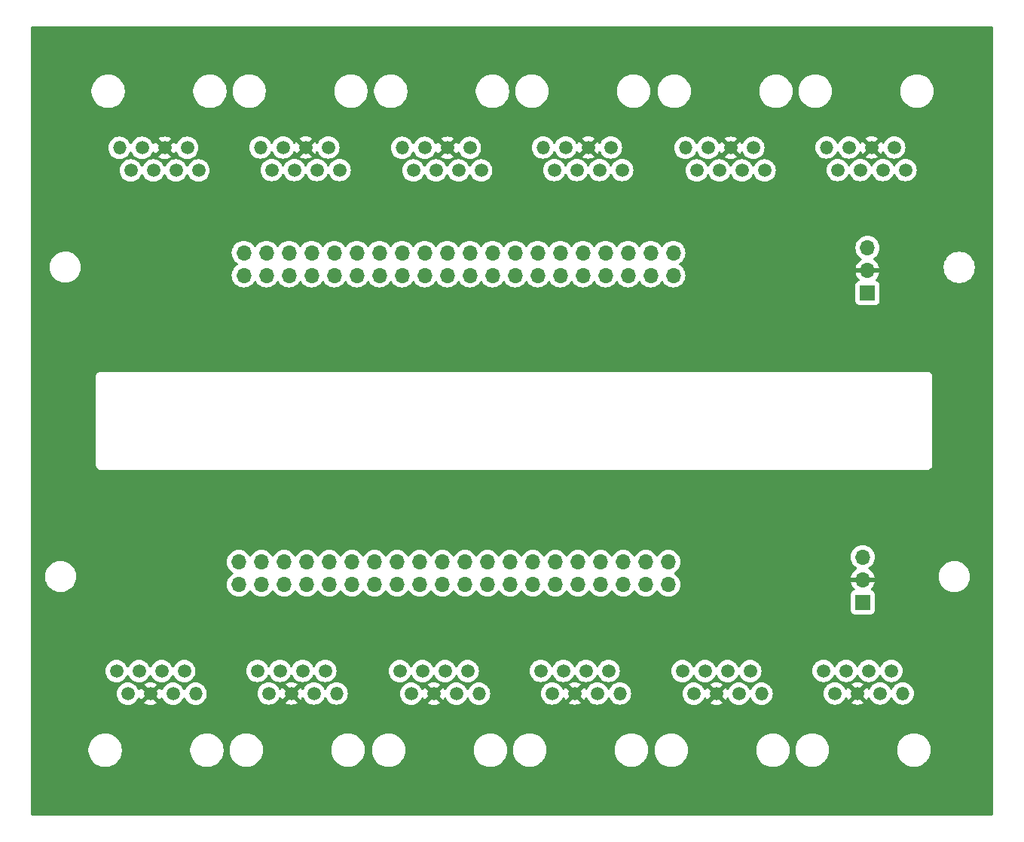
<source format=gbr>
%TF.GenerationSoftware,KiCad,Pcbnew,8.0.0*%
%TF.CreationDate,2024-05-23T14:56:36-05:00*%
%TF.ProjectId,antenna_connector,616e7465-6e6e-4615-9f63-6f6e6e656374,rev?*%
%TF.SameCoordinates,Original*%
%TF.FileFunction,Copper,L2,Inr*%
%TF.FilePolarity,Positive*%
%FSLAX46Y46*%
G04 Gerber Fmt 4.6, Leading zero omitted, Abs format (unit mm)*
G04 Created by KiCad (PCBNEW 8.0.0) date 2024-05-23 14:56:36*
%MOMM*%
%LPD*%
G01*
G04 APERTURE LIST*
%TA.AperFunction,ComponentPad*%
%ADD10O,1.700000X1.700000*%
%TD*%
%TA.AperFunction,ComponentPad*%
%ADD11R,1.700000X1.700000*%
%TD*%
%TA.AperFunction,ComponentPad*%
%ADD12O,1.500000X1.500000*%
%TD*%
%TA.AperFunction,ComponentPad*%
%ADD13C,1.500000*%
%TD*%
G04 APERTURE END LIST*
D10*
%TO.N,d2*%
%TO.C,REF\u002A\u002A*%
X112640000Y-117520000D03*
%TO.N,d1*%
X112640000Y-114980000D03*
%TO.N,clk*%
X115180000Y-117520000D03*
%TO.N,ws*%
X115180000Y-114980000D03*
%TO.N,d4*%
X117720000Y-117520000D03*
%TO.N,d3*%
X117720000Y-114980000D03*
X120260000Y-117520000D03*
%TO.N,d4*%
X120260000Y-114980000D03*
%TO.N,ws*%
X122800000Y-117520000D03*
%TO.N,clk*%
X122800000Y-114980000D03*
%TO.N,5V*%
X125340000Y-117520000D03*
%TO.N,gnd*%
X125340000Y-114980000D03*
%TO.N,d1*%
X127880000Y-117520000D03*
%TO.N,d2*%
X127880000Y-114980000D03*
X130420000Y-117520000D03*
%TO.N,d1*%
X130420000Y-114980000D03*
%TO.N,clk*%
X132960000Y-117520000D03*
%TO.N,ws*%
X132960000Y-114980000D03*
%TO.N,d4*%
X135500000Y-117520000D03*
%TO.N,d3*%
X135500000Y-114980000D03*
X138040000Y-117520000D03*
%TO.N,d4*%
X138040000Y-114980000D03*
%TO.N,ws*%
X140580000Y-117520000D03*
%TO.N,clk*%
X140580000Y-114980000D03*
%TO.N,d1*%
X143120000Y-117520000D03*
%TO.N,d2*%
X143120000Y-114980000D03*
X145660000Y-117520000D03*
%TO.N,d1*%
X145660000Y-114980000D03*
%TO.N,N/C*%
X148200000Y-117520000D03*
%TO.N,gnd*%
X148200000Y-114980000D03*
%TO.N,clk*%
X150740000Y-117520000D03*
%TO.N,ws*%
X150740000Y-114980000D03*
%TO.N,d4*%
X153280000Y-117520000D03*
%TO.N,d3*%
X153280000Y-114980000D03*
X155820000Y-117520000D03*
%TO.N,d4*%
X155820000Y-114980000D03*
%TO.N,ws*%
X158360000Y-117520000D03*
%TO.N,clk*%
X158360000Y-114980000D03*
%TO.N,d1*%
X160900000Y-117520000D03*
%TO.N,d2*%
X160900000Y-114980000D03*
%TD*%
%TO.N,d2*%
%TO.C,REF\u002A\u002A*%
X113180000Y-82760000D03*
%TO.N,d1*%
X113180000Y-80220000D03*
%TO.N,clk*%
X115720000Y-82760000D03*
%TO.N,ws*%
X115720000Y-80220000D03*
%TO.N,d4*%
X118260000Y-82760000D03*
%TO.N,d3*%
X118260000Y-80220000D03*
X120800000Y-82760000D03*
%TO.N,d4*%
X120800000Y-80220000D03*
%TO.N,ws*%
X123340000Y-82760000D03*
%TO.N,clk*%
X123340000Y-80220000D03*
%TO.N,5V*%
X125880000Y-82760000D03*
%TO.N,gnd*%
X125880000Y-80220000D03*
%TO.N,d1*%
X128420000Y-82760000D03*
%TO.N,d2*%
X128420000Y-80220000D03*
X130960000Y-82760000D03*
%TO.N,d1*%
X130960000Y-80220000D03*
%TO.N,clk*%
X133500000Y-82760000D03*
%TO.N,ws*%
X133500000Y-80220000D03*
%TO.N,d4*%
X136040000Y-82760000D03*
%TO.N,d3*%
X136040000Y-80220000D03*
X138580000Y-82760000D03*
%TO.N,d4*%
X138580000Y-80220000D03*
%TO.N,ws*%
X141120000Y-82760000D03*
%TO.N,clk*%
X141120000Y-80220000D03*
%TO.N,d1*%
X143660000Y-82760000D03*
%TO.N,d2*%
X143660000Y-80220000D03*
X146200000Y-82760000D03*
%TO.N,d1*%
X146200000Y-80220000D03*
%TO.N,N/C*%
X148740000Y-82760000D03*
%TO.N,gnd*%
X148740000Y-80220000D03*
%TO.N,clk*%
X151280000Y-82760000D03*
%TO.N,ws*%
X151280000Y-80220000D03*
%TO.N,d4*%
X153820000Y-82760000D03*
%TO.N,d3*%
X153820000Y-80220000D03*
X156360000Y-82760000D03*
%TO.N,d4*%
X156360000Y-80220000D03*
%TO.N,ws*%
X158900000Y-82760000D03*
%TO.N,clk*%
X158900000Y-80220000D03*
%TO.N,d1*%
X161440000Y-82760000D03*
%TO.N,d2*%
X161440000Y-80220000D03*
%TD*%
D11*
%TO.N,gnd*%
%TO.C,REF\u002A\u002A*%
X182728494Y-119510000D03*
D10*
%TO.N,pwr*%
X182728494Y-116970000D03*
%TO.N,5V*%
X182728494Y-114430000D03*
%TD*%
D11*
%TO.N,gnd*%
%TO.C,REF\u002A\u002A*%
X183268494Y-84750000D03*
D10*
%TO.N,pwr*%
X183268494Y-82210000D03*
%TO.N,5V*%
X183268494Y-79670000D03*
%TD*%
D12*
%TO.N,d4*%
%TO.C,REF\u002A\u002A*%
X178660000Y-68390000D03*
D13*
%TO.N,clk*%
X179930000Y-70930000D03*
%TO.N,gnd*%
X181200000Y-68390000D03*
%TO.N,d2*%
X182470000Y-70930000D03*
%TO.N,pwr*%
X183740000Y-68390000D03*
%TO.N,d1*%
X185010000Y-70930000D03*
%TO.N,d3*%
X186280000Y-68390000D03*
%TO.N,ws*%
X187550000Y-70930000D03*
%TD*%
D12*
%TO.N,d4*%
%TO.C,REF\u002A\u002A*%
X187215000Y-129765000D03*
D13*
%TO.N,clk*%
X185945000Y-127225000D03*
%TO.N,gnd*%
X184675000Y-129765000D03*
%TO.N,d2*%
X183405000Y-127225000D03*
%TO.N,pwr*%
X182135000Y-129765000D03*
%TO.N,d1*%
X180865000Y-127225000D03*
%TO.N,d3*%
X179595000Y-129765000D03*
%TO.N,ws*%
X178325000Y-127225000D03*
%TD*%
D12*
%TO.N,d4*%
%TO.C,REF\u002A\u002A*%
X99215000Y-68415000D03*
D13*
%TO.N,clk*%
X100485000Y-70955000D03*
%TO.N,gnd*%
X101755000Y-68415000D03*
%TO.N,d2*%
X103025000Y-70955000D03*
%TO.N,pwr*%
X104295000Y-68415000D03*
%TO.N,d1*%
X105565000Y-70955000D03*
%TO.N,d3*%
X106835000Y-68415000D03*
%TO.N,ws*%
X108105000Y-70955000D03*
%TD*%
D12*
%TO.N,d4*%
%TO.C,REF\u002A\u002A*%
X162815000Y-68415000D03*
D13*
%TO.N,clk*%
X164085000Y-70955000D03*
%TO.N,gnd*%
X165355000Y-68415000D03*
%TO.N,d2*%
X166625000Y-70955000D03*
%TO.N,pwr*%
X167895000Y-68415000D03*
%TO.N,d1*%
X169165000Y-70955000D03*
%TO.N,d3*%
X170435000Y-68415000D03*
%TO.N,ws*%
X171705000Y-70955000D03*
%TD*%
D12*
%TO.N,d4*%
%TO.C,REF\u002A\u002A*%
X115060000Y-68390000D03*
D13*
%TO.N,clk*%
X116330000Y-70930000D03*
%TO.N,gnd*%
X117600000Y-68390000D03*
%TO.N,d2*%
X118870000Y-70930000D03*
%TO.N,pwr*%
X120140000Y-68390000D03*
%TO.N,d1*%
X121410000Y-70930000D03*
%TO.N,d3*%
X122680000Y-68390000D03*
%TO.N,ws*%
X123950000Y-70930000D03*
%TD*%
D12*
%TO.N,d4*%
%TO.C,REF\u002A\u002A*%
X171370000Y-129790000D03*
D13*
%TO.N,clk*%
X170100000Y-127250000D03*
%TO.N,gnd*%
X168830000Y-129790000D03*
%TO.N,d2*%
X167560000Y-127250000D03*
%TO.N,pwr*%
X166290000Y-129790000D03*
%TO.N,d1*%
X165020000Y-127250000D03*
%TO.N,d3*%
X163750000Y-129790000D03*
%TO.N,ws*%
X162480000Y-127250000D03*
%TD*%
D12*
%TO.N,d4*%
%TO.C,REF\u002A\u002A*%
X146815000Y-68390000D03*
D13*
%TO.N,clk*%
X148085000Y-70930000D03*
%TO.N,gnd*%
X149355000Y-68390000D03*
%TO.N,d2*%
X150625000Y-70930000D03*
%TO.N,pwr*%
X151895000Y-68390000D03*
%TO.N,d1*%
X153165000Y-70930000D03*
%TO.N,d3*%
X154435000Y-68390000D03*
%TO.N,ws*%
X155705000Y-70930000D03*
%TD*%
D12*
%TO.N,d4*%
%TO.C,REF\u002A\u002A*%
X123615000Y-129765000D03*
D13*
%TO.N,clk*%
X122345000Y-127225000D03*
%TO.N,gnd*%
X121075000Y-129765000D03*
%TO.N,d2*%
X119805000Y-127225000D03*
%TO.N,pwr*%
X118535000Y-129765000D03*
%TO.N,d1*%
X117265000Y-127225000D03*
%TO.N,d3*%
X115995000Y-129765000D03*
%TO.N,ws*%
X114725000Y-127225000D03*
%TD*%
D12*
%TO.N,d4*%
%TO.C,REF\u002A\u002A*%
X155460000Y-129765000D03*
D13*
%TO.N,clk*%
X154190000Y-127225000D03*
%TO.N,gnd*%
X152920000Y-129765000D03*
%TO.N,d2*%
X151650000Y-127225000D03*
%TO.N,pwr*%
X150380000Y-129765000D03*
%TO.N,d1*%
X149110000Y-127225000D03*
%TO.N,d3*%
X147840000Y-129765000D03*
%TO.N,ws*%
X146570000Y-127225000D03*
%TD*%
D12*
%TO.N,d4*%
%TO.C,REF\u002A\u002A*%
X107770000Y-129790000D03*
D13*
%TO.N,clk*%
X106500000Y-127250000D03*
%TO.N,gnd*%
X105230000Y-129790000D03*
%TO.N,d2*%
X103960000Y-127250000D03*
%TO.N,pwr*%
X102690000Y-129790000D03*
%TO.N,d1*%
X101420000Y-127250000D03*
%TO.N,d3*%
X100150000Y-129790000D03*
%TO.N,ws*%
X98880000Y-127250000D03*
%TD*%
D12*
%TO.N,d4*%
%TO.C,REF\u002A\u002A*%
X139615000Y-129790000D03*
D13*
%TO.N,clk*%
X138345000Y-127250000D03*
%TO.N,gnd*%
X137075000Y-129790000D03*
%TO.N,d2*%
X135805000Y-127250000D03*
%TO.N,pwr*%
X134535000Y-129790000D03*
%TO.N,d1*%
X133265000Y-127250000D03*
%TO.N,d3*%
X131995000Y-129790000D03*
%TO.N,ws*%
X130725000Y-127250000D03*
%TD*%
D12*
%TO.N,d4*%
%TO.C,REF\u002A\u002A*%
X130970000Y-68415000D03*
D13*
%TO.N,clk*%
X132240000Y-70955000D03*
%TO.N,gnd*%
X133510000Y-68415000D03*
%TO.N,d2*%
X134780000Y-70955000D03*
%TO.N,pwr*%
X136050000Y-68415000D03*
%TO.N,d1*%
X137320000Y-70955000D03*
%TO.N,d3*%
X138590000Y-68415000D03*
%TO.N,ws*%
X139860000Y-70955000D03*
%TD*%
%TA.AperFunction,Conductor*%
%TO.N,pwr*%
G36*
X197322539Y-54800185D02*
G01*
X197368294Y-54852989D01*
X197379500Y-54904500D01*
X197379500Y-143335500D01*
X197359815Y-143402539D01*
X197307011Y-143448294D01*
X197255500Y-143459500D01*
X89404500Y-143459500D01*
X89337461Y-143439815D01*
X89291706Y-143387011D01*
X89280500Y-143335500D01*
X89280500Y-136262934D01*
X95734500Y-136262934D01*
X95761227Y-136465939D01*
X95766591Y-136506677D01*
X95823526Y-136719162D01*
X95830222Y-136744152D01*
X95830225Y-136744162D01*
X95913951Y-136946294D01*
X95924306Y-136971292D01*
X96047233Y-137184208D01*
X96047235Y-137184211D01*
X96047236Y-137184212D01*
X96196897Y-137379254D01*
X96196903Y-137379261D01*
X96370738Y-137553096D01*
X96370744Y-137553101D01*
X96565792Y-137702767D01*
X96778708Y-137825694D01*
X97005847Y-137919778D01*
X97243323Y-137983409D01*
X97487073Y-138015500D01*
X97487080Y-138015500D01*
X97732920Y-138015500D01*
X97732927Y-138015500D01*
X97976677Y-137983409D01*
X98214153Y-137919778D01*
X98441292Y-137825694D01*
X98654208Y-137702767D01*
X98849256Y-137553101D01*
X99023101Y-137379256D01*
X99172767Y-137184208D01*
X99295694Y-136971292D01*
X99389778Y-136744153D01*
X99453409Y-136506677D01*
X99485499Y-136262934D01*
X107164500Y-136262934D01*
X107191227Y-136465939D01*
X107196591Y-136506677D01*
X107253526Y-136719162D01*
X107260222Y-136744152D01*
X107260225Y-136744162D01*
X107343951Y-136946294D01*
X107354306Y-136971292D01*
X107477233Y-137184208D01*
X107477235Y-137184211D01*
X107477236Y-137184212D01*
X107626897Y-137379254D01*
X107626903Y-137379261D01*
X107800738Y-137553096D01*
X107800744Y-137553101D01*
X107995792Y-137702767D01*
X108208708Y-137825694D01*
X108435847Y-137919778D01*
X108673323Y-137983409D01*
X108917073Y-138015500D01*
X108917080Y-138015500D01*
X109162920Y-138015500D01*
X109162927Y-138015500D01*
X109406677Y-137983409D01*
X109644153Y-137919778D01*
X109871292Y-137825694D01*
X110084208Y-137702767D01*
X110279256Y-137553101D01*
X110453101Y-137379256D01*
X110602767Y-137184208D01*
X110725694Y-136971292D01*
X110819778Y-136744153D01*
X110883409Y-136506677D01*
X110915500Y-136262927D01*
X110915500Y-136237934D01*
X111579500Y-136237934D01*
X111606227Y-136440939D01*
X111611591Y-136481677D01*
X111675222Y-136719152D01*
X111675225Y-136719162D01*
X111769303Y-136946285D01*
X111769306Y-136946292D01*
X111892233Y-137159208D01*
X111892235Y-137159211D01*
X111892236Y-137159212D01*
X112041897Y-137354254D01*
X112041903Y-137354261D01*
X112215738Y-137528096D01*
X112215745Y-137528102D01*
X112248326Y-137553102D01*
X112410792Y-137677767D01*
X112623708Y-137800694D01*
X112850847Y-137894778D01*
X113088323Y-137958409D01*
X113332073Y-137990500D01*
X113332080Y-137990500D01*
X113577920Y-137990500D01*
X113577927Y-137990500D01*
X113821677Y-137958409D01*
X114059153Y-137894778D01*
X114286292Y-137800694D01*
X114499208Y-137677767D01*
X114694256Y-137528101D01*
X114868101Y-137354256D01*
X115017767Y-137159208D01*
X115140694Y-136946292D01*
X115234778Y-136719153D01*
X115298409Y-136481677D01*
X115330499Y-136237934D01*
X123009500Y-136237934D01*
X123036227Y-136440939D01*
X123041591Y-136481677D01*
X123105222Y-136719152D01*
X123105225Y-136719162D01*
X123199303Y-136946285D01*
X123199306Y-136946292D01*
X123322233Y-137159208D01*
X123322235Y-137159211D01*
X123322236Y-137159212D01*
X123471897Y-137354254D01*
X123471903Y-137354261D01*
X123645738Y-137528096D01*
X123645745Y-137528102D01*
X123678326Y-137553102D01*
X123840792Y-137677767D01*
X124053708Y-137800694D01*
X124280847Y-137894778D01*
X124518323Y-137958409D01*
X124762073Y-137990500D01*
X124762080Y-137990500D01*
X125007920Y-137990500D01*
X125007927Y-137990500D01*
X125251677Y-137958409D01*
X125489153Y-137894778D01*
X125716292Y-137800694D01*
X125929208Y-137677767D01*
X126124256Y-137528101D01*
X126298101Y-137354256D01*
X126447767Y-137159208D01*
X126570694Y-136946292D01*
X126664778Y-136719153D01*
X126728409Y-136481677D01*
X126757208Y-136262934D01*
X127579500Y-136262934D01*
X127606227Y-136465939D01*
X127611591Y-136506677D01*
X127668526Y-136719162D01*
X127675222Y-136744152D01*
X127675225Y-136744162D01*
X127758951Y-136946294D01*
X127769306Y-136971292D01*
X127892233Y-137184208D01*
X127892235Y-137184211D01*
X127892236Y-137184212D01*
X128041897Y-137379254D01*
X128041903Y-137379261D01*
X128215738Y-137553096D01*
X128215744Y-137553101D01*
X128410792Y-137702767D01*
X128623708Y-137825694D01*
X128850847Y-137919778D01*
X129088323Y-137983409D01*
X129332073Y-138015500D01*
X129332080Y-138015500D01*
X129577920Y-138015500D01*
X129577927Y-138015500D01*
X129821677Y-137983409D01*
X130059153Y-137919778D01*
X130286292Y-137825694D01*
X130499208Y-137702767D01*
X130694256Y-137553101D01*
X130868101Y-137379256D01*
X131017767Y-137184208D01*
X131140694Y-136971292D01*
X131234778Y-136744153D01*
X131298409Y-136506677D01*
X131330499Y-136262934D01*
X139009500Y-136262934D01*
X139036227Y-136465939D01*
X139041591Y-136506677D01*
X139098526Y-136719162D01*
X139105222Y-136744152D01*
X139105225Y-136744162D01*
X139188951Y-136946294D01*
X139199306Y-136971292D01*
X139322233Y-137184208D01*
X139322235Y-137184211D01*
X139322236Y-137184212D01*
X139471897Y-137379254D01*
X139471903Y-137379261D01*
X139645738Y-137553096D01*
X139645744Y-137553101D01*
X139840792Y-137702767D01*
X140053708Y-137825694D01*
X140280847Y-137919778D01*
X140518323Y-137983409D01*
X140762073Y-138015500D01*
X140762080Y-138015500D01*
X141007920Y-138015500D01*
X141007927Y-138015500D01*
X141251677Y-137983409D01*
X141489153Y-137919778D01*
X141716292Y-137825694D01*
X141929208Y-137702767D01*
X142124256Y-137553101D01*
X142298101Y-137379256D01*
X142447767Y-137184208D01*
X142570694Y-136971292D01*
X142664778Y-136744153D01*
X142728409Y-136506677D01*
X142760500Y-136262927D01*
X142760500Y-136237934D01*
X143424500Y-136237934D01*
X143451227Y-136440939D01*
X143456591Y-136481677D01*
X143520222Y-136719152D01*
X143520225Y-136719162D01*
X143614303Y-136946285D01*
X143614306Y-136946292D01*
X143737233Y-137159208D01*
X143737235Y-137159211D01*
X143737236Y-137159212D01*
X143886897Y-137354254D01*
X143886903Y-137354261D01*
X144060738Y-137528096D01*
X144060745Y-137528102D01*
X144093326Y-137553102D01*
X144255792Y-137677767D01*
X144468708Y-137800694D01*
X144695847Y-137894778D01*
X144933323Y-137958409D01*
X145177073Y-137990500D01*
X145177080Y-137990500D01*
X145422920Y-137990500D01*
X145422927Y-137990500D01*
X145666677Y-137958409D01*
X145904153Y-137894778D01*
X146131292Y-137800694D01*
X146344208Y-137677767D01*
X146539256Y-137528101D01*
X146713101Y-137354256D01*
X146862767Y-137159208D01*
X146985694Y-136946292D01*
X147079778Y-136719153D01*
X147143409Y-136481677D01*
X147175499Y-136237934D01*
X154854500Y-136237934D01*
X154881227Y-136440939D01*
X154886591Y-136481677D01*
X154950222Y-136719152D01*
X154950225Y-136719162D01*
X155044303Y-136946285D01*
X155044306Y-136946292D01*
X155167233Y-137159208D01*
X155167235Y-137159211D01*
X155167236Y-137159212D01*
X155316897Y-137354254D01*
X155316903Y-137354261D01*
X155490738Y-137528096D01*
X155490745Y-137528102D01*
X155523326Y-137553102D01*
X155685792Y-137677767D01*
X155898708Y-137800694D01*
X156125847Y-137894778D01*
X156363323Y-137958409D01*
X156607073Y-137990500D01*
X156607080Y-137990500D01*
X156852920Y-137990500D01*
X156852927Y-137990500D01*
X157096677Y-137958409D01*
X157334153Y-137894778D01*
X157561292Y-137800694D01*
X157774208Y-137677767D01*
X157969256Y-137528101D01*
X158143101Y-137354256D01*
X158292767Y-137159208D01*
X158415694Y-136946292D01*
X158509778Y-136719153D01*
X158573409Y-136481677D01*
X158602208Y-136262934D01*
X159334500Y-136262934D01*
X159361227Y-136465939D01*
X159366591Y-136506677D01*
X159423526Y-136719162D01*
X159430222Y-136744152D01*
X159430225Y-136744162D01*
X159513951Y-136946294D01*
X159524306Y-136971292D01*
X159647233Y-137184208D01*
X159647235Y-137184211D01*
X159647236Y-137184212D01*
X159796897Y-137379254D01*
X159796903Y-137379261D01*
X159970738Y-137553096D01*
X159970744Y-137553101D01*
X160165792Y-137702767D01*
X160378708Y-137825694D01*
X160605847Y-137919778D01*
X160843323Y-137983409D01*
X161087073Y-138015500D01*
X161087080Y-138015500D01*
X161332920Y-138015500D01*
X161332927Y-138015500D01*
X161576677Y-137983409D01*
X161814153Y-137919778D01*
X162041292Y-137825694D01*
X162254208Y-137702767D01*
X162449256Y-137553101D01*
X162623101Y-137379256D01*
X162772767Y-137184208D01*
X162895694Y-136971292D01*
X162989778Y-136744153D01*
X163053409Y-136506677D01*
X163085499Y-136262934D01*
X170764500Y-136262934D01*
X170791227Y-136465939D01*
X170796591Y-136506677D01*
X170853526Y-136719162D01*
X170860222Y-136744152D01*
X170860225Y-136744162D01*
X170943951Y-136946294D01*
X170954306Y-136971292D01*
X171077233Y-137184208D01*
X171077235Y-137184211D01*
X171077236Y-137184212D01*
X171226897Y-137379254D01*
X171226903Y-137379261D01*
X171400738Y-137553096D01*
X171400744Y-137553101D01*
X171595792Y-137702767D01*
X171808708Y-137825694D01*
X172035847Y-137919778D01*
X172273323Y-137983409D01*
X172517073Y-138015500D01*
X172517080Y-138015500D01*
X172762920Y-138015500D01*
X172762927Y-138015500D01*
X173006677Y-137983409D01*
X173244153Y-137919778D01*
X173471292Y-137825694D01*
X173684208Y-137702767D01*
X173879256Y-137553101D01*
X174053101Y-137379256D01*
X174202767Y-137184208D01*
X174325694Y-136971292D01*
X174419778Y-136744153D01*
X174483409Y-136506677D01*
X174515500Y-136262927D01*
X174515500Y-136237934D01*
X175179500Y-136237934D01*
X175206227Y-136440939D01*
X175211591Y-136481677D01*
X175275222Y-136719152D01*
X175275225Y-136719162D01*
X175369303Y-136946285D01*
X175369306Y-136946292D01*
X175492233Y-137159208D01*
X175492235Y-137159211D01*
X175492236Y-137159212D01*
X175641897Y-137354254D01*
X175641903Y-137354261D01*
X175815738Y-137528096D01*
X175815745Y-137528102D01*
X175848326Y-137553102D01*
X176010792Y-137677767D01*
X176223708Y-137800694D01*
X176450847Y-137894778D01*
X176688323Y-137958409D01*
X176932073Y-137990500D01*
X176932080Y-137990500D01*
X177177920Y-137990500D01*
X177177927Y-137990500D01*
X177421677Y-137958409D01*
X177659153Y-137894778D01*
X177886292Y-137800694D01*
X178099208Y-137677767D01*
X178294256Y-137528101D01*
X178468101Y-137354256D01*
X178617767Y-137159208D01*
X178740694Y-136946292D01*
X178834778Y-136719153D01*
X178898409Y-136481677D01*
X178930499Y-136237934D01*
X186609500Y-136237934D01*
X186636227Y-136440939D01*
X186641591Y-136481677D01*
X186705222Y-136719152D01*
X186705225Y-136719162D01*
X186799303Y-136946285D01*
X186799306Y-136946292D01*
X186922233Y-137159208D01*
X186922235Y-137159211D01*
X186922236Y-137159212D01*
X187071897Y-137354254D01*
X187071903Y-137354261D01*
X187245738Y-137528096D01*
X187245745Y-137528102D01*
X187278326Y-137553102D01*
X187440792Y-137677767D01*
X187653708Y-137800694D01*
X187880847Y-137894778D01*
X188118323Y-137958409D01*
X188362073Y-137990500D01*
X188362080Y-137990500D01*
X188607920Y-137990500D01*
X188607927Y-137990500D01*
X188851677Y-137958409D01*
X189089153Y-137894778D01*
X189316292Y-137800694D01*
X189529208Y-137677767D01*
X189724256Y-137528101D01*
X189898101Y-137354256D01*
X190047767Y-137159208D01*
X190170694Y-136946292D01*
X190264778Y-136719153D01*
X190328409Y-136481677D01*
X190360500Y-136237927D01*
X190360500Y-135992073D01*
X190328409Y-135748323D01*
X190264778Y-135510847D01*
X190170694Y-135283708D01*
X190047767Y-135070792D01*
X189898101Y-134875744D01*
X189898096Y-134875738D01*
X189724261Y-134701903D01*
X189724254Y-134701897D01*
X189529212Y-134552236D01*
X189529211Y-134552235D01*
X189529208Y-134552233D01*
X189316292Y-134429306D01*
X189316285Y-134429303D01*
X189089162Y-134335225D01*
X189089155Y-134335223D01*
X189089153Y-134335222D01*
X188851677Y-134271591D01*
X188797817Y-134264500D01*
X188607934Y-134239500D01*
X188607927Y-134239500D01*
X188362073Y-134239500D01*
X188362065Y-134239500D01*
X188130059Y-134270045D01*
X188118323Y-134271591D01*
X187880847Y-134335222D01*
X187880837Y-134335225D01*
X187653714Y-134429303D01*
X187653705Y-134429307D01*
X187440787Y-134552236D01*
X187245745Y-134701897D01*
X187245738Y-134701903D01*
X187071903Y-134875738D01*
X187071897Y-134875745D01*
X186922236Y-135070787D01*
X186799307Y-135283705D01*
X186799303Y-135283714D01*
X186705225Y-135510837D01*
X186705222Y-135510847D01*
X186641592Y-135748320D01*
X186641590Y-135748331D01*
X186609500Y-135992065D01*
X186609500Y-136237934D01*
X178930499Y-136237934D01*
X178930500Y-136237927D01*
X178930500Y-135992073D01*
X178898409Y-135748323D01*
X178834778Y-135510847D01*
X178740694Y-135283708D01*
X178617767Y-135070792D01*
X178468101Y-134875744D01*
X178468096Y-134875738D01*
X178294261Y-134701903D01*
X178294254Y-134701897D01*
X178099212Y-134552236D01*
X178099211Y-134552235D01*
X178099208Y-134552233D01*
X177886292Y-134429306D01*
X177886285Y-134429303D01*
X177659162Y-134335225D01*
X177659155Y-134335223D01*
X177659153Y-134335222D01*
X177421677Y-134271591D01*
X177367817Y-134264500D01*
X177177934Y-134239500D01*
X177177927Y-134239500D01*
X176932073Y-134239500D01*
X176932065Y-134239500D01*
X176700059Y-134270045D01*
X176688323Y-134271591D01*
X176450847Y-134335222D01*
X176450837Y-134335225D01*
X176223714Y-134429303D01*
X176223705Y-134429307D01*
X176010787Y-134552236D01*
X175815745Y-134701897D01*
X175815738Y-134701903D01*
X175641903Y-134875738D01*
X175641897Y-134875745D01*
X175492236Y-135070787D01*
X175369307Y-135283705D01*
X175369303Y-135283714D01*
X175275225Y-135510837D01*
X175275222Y-135510847D01*
X175211592Y-135748320D01*
X175211590Y-135748331D01*
X175179500Y-135992065D01*
X175179500Y-136237934D01*
X174515500Y-136237934D01*
X174515500Y-136017073D01*
X174483409Y-135773323D01*
X174419778Y-135535847D01*
X174325694Y-135308708D01*
X174202767Y-135095792D01*
X174053101Y-134900744D01*
X174053096Y-134900738D01*
X173879261Y-134726903D01*
X173879254Y-134726897D01*
X173684212Y-134577236D01*
X173684211Y-134577235D01*
X173684208Y-134577233D01*
X173471292Y-134454306D01*
X173471285Y-134454303D01*
X173244162Y-134360225D01*
X173244155Y-134360223D01*
X173244153Y-134360222D01*
X173006677Y-134296591D01*
X172965939Y-134291227D01*
X172762934Y-134264500D01*
X172762927Y-134264500D01*
X172517073Y-134264500D01*
X172517065Y-134264500D01*
X172285059Y-134295045D01*
X172273323Y-134296591D01*
X172129149Y-134335222D01*
X172035847Y-134360222D01*
X172035837Y-134360225D01*
X171808714Y-134454303D01*
X171808705Y-134454307D01*
X171595787Y-134577236D01*
X171400745Y-134726897D01*
X171400738Y-134726903D01*
X171226903Y-134900738D01*
X171226897Y-134900745D01*
X171077236Y-135095787D01*
X170954307Y-135308705D01*
X170954303Y-135308714D01*
X170860225Y-135535837D01*
X170860222Y-135535847D01*
X170803291Y-135748320D01*
X170796592Y-135773320D01*
X170796590Y-135773331D01*
X170764500Y-136017065D01*
X170764500Y-136262934D01*
X163085499Y-136262934D01*
X163085500Y-136262927D01*
X163085500Y-136017073D01*
X163053409Y-135773323D01*
X162989778Y-135535847D01*
X162895694Y-135308708D01*
X162772767Y-135095792D01*
X162623101Y-134900744D01*
X162623096Y-134900738D01*
X162449261Y-134726903D01*
X162449254Y-134726897D01*
X162254212Y-134577236D01*
X162254211Y-134577235D01*
X162254208Y-134577233D01*
X162041292Y-134454306D01*
X162041285Y-134454303D01*
X161814162Y-134360225D01*
X161814155Y-134360223D01*
X161814153Y-134360222D01*
X161576677Y-134296591D01*
X161535939Y-134291227D01*
X161332934Y-134264500D01*
X161332927Y-134264500D01*
X161087073Y-134264500D01*
X161087065Y-134264500D01*
X160855059Y-134295045D01*
X160843323Y-134296591D01*
X160699149Y-134335222D01*
X160605847Y-134360222D01*
X160605837Y-134360225D01*
X160378714Y-134454303D01*
X160378705Y-134454307D01*
X160165787Y-134577236D01*
X159970745Y-134726897D01*
X159970738Y-134726903D01*
X159796903Y-134900738D01*
X159796897Y-134900745D01*
X159647236Y-135095787D01*
X159524307Y-135308705D01*
X159524303Y-135308714D01*
X159430225Y-135535837D01*
X159430222Y-135535847D01*
X159373291Y-135748320D01*
X159366592Y-135773320D01*
X159366590Y-135773331D01*
X159334500Y-136017065D01*
X159334500Y-136262934D01*
X158602208Y-136262934D01*
X158605500Y-136237927D01*
X158605500Y-135992073D01*
X158573409Y-135748323D01*
X158509778Y-135510847D01*
X158415694Y-135283708D01*
X158292767Y-135070792D01*
X158143101Y-134875744D01*
X158143096Y-134875738D01*
X157969261Y-134701903D01*
X157969254Y-134701897D01*
X157774212Y-134552236D01*
X157774211Y-134552235D01*
X157774208Y-134552233D01*
X157561292Y-134429306D01*
X157561285Y-134429303D01*
X157334162Y-134335225D01*
X157334155Y-134335223D01*
X157334153Y-134335222D01*
X157096677Y-134271591D01*
X157042817Y-134264500D01*
X156852934Y-134239500D01*
X156852927Y-134239500D01*
X156607073Y-134239500D01*
X156607065Y-134239500D01*
X156375059Y-134270045D01*
X156363323Y-134271591D01*
X156125847Y-134335222D01*
X156125837Y-134335225D01*
X155898714Y-134429303D01*
X155898705Y-134429307D01*
X155685787Y-134552236D01*
X155490745Y-134701897D01*
X155490738Y-134701903D01*
X155316903Y-134875738D01*
X155316897Y-134875745D01*
X155167236Y-135070787D01*
X155044307Y-135283705D01*
X155044303Y-135283714D01*
X154950225Y-135510837D01*
X154950222Y-135510847D01*
X154886592Y-135748320D01*
X154886590Y-135748331D01*
X154854500Y-135992065D01*
X154854500Y-136237934D01*
X147175499Y-136237934D01*
X147175500Y-136237927D01*
X147175500Y-135992073D01*
X147143409Y-135748323D01*
X147079778Y-135510847D01*
X146985694Y-135283708D01*
X146862767Y-135070792D01*
X146713101Y-134875744D01*
X146713096Y-134875738D01*
X146539261Y-134701903D01*
X146539254Y-134701897D01*
X146344212Y-134552236D01*
X146344211Y-134552235D01*
X146344208Y-134552233D01*
X146131292Y-134429306D01*
X146131285Y-134429303D01*
X145904162Y-134335225D01*
X145904155Y-134335223D01*
X145904153Y-134335222D01*
X145666677Y-134271591D01*
X145612817Y-134264500D01*
X145422934Y-134239500D01*
X145422927Y-134239500D01*
X145177073Y-134239500D01*
X145177065Y-134239500D01*
X144945059Y-134270045D01*
X144933323Y-134271591D01*
X144695847Y-134335222D01*
X144695837Y-134335225D01*
X144468714Y-134429303D01*
X144468705Y-134429307D01*
X144255787Y-134552236D01*
X144060745Y-134701897D01*
X144060738Y-134701903D01*
X143886903Y-134875738D01*
X143886897Y-134875745D01*
X143737236Y-135070787D01*
X143614307Y-135283705D01*
X143614303Y-135283714D01*
X143520225Y-135510837D01*
X143520222Y-135510847D01*
X143456592Y-135748320D01*
X143456590Y-135748331D01*
X143424500Y-135992065D01*
X143424500Y-136237934D01*
X142760500Y-136237934D01*
X142760500Y-136017073D01*
X142728409Y-135773323D01*
X142664778Y-135535847D01*
X142570694Y-135308708D01*
X142447767Y-135095792D01*
X142298101Y-134900744D01*
X142298096Y-134900738D01*
X142124261Y-134726903D01*
X142124254Y-134726897D01*
X141929212Y-134577236D01*
X141929211Y-134577235D01*
X141929208Y-134577233D01*
X141716292Y-134454306D01*
X141716285Y-134454303D01*
X141489162Y-134360225D01*
X141489155Y-134360223D01*
X141489153Y-134360222D01*
X141251677Y-134296591D01*
X141210939Y-134291227D01*
X141007934Y-134264500D01*
X141007927Y-134264500D01*
X140762073Y-134264500D01*
X140762065Y-134264500D01*
X140530059Y-134295045D01*
X140518323Y-134296591D01*
X140374149Y-134335222D01*
X140280847Y-134360222D01*
X140280837Y-134360225D01*
X140053714Y-134454303D01*
X140053705Y-134454307D01*
X139840787Y-134577236D01*
X139645745Y-134726897D01*
X139645738Y-134726903D01*
X139471903Y-134900738D01*
X139471897Y-134900745D01*
X139322236Y-135095787D01*
X139199307Y-135308705D01*
X139199303Y-135308714D01*
X139105225Y-135535837D01*
X139105222Y-135535847D01*
X139048291Y-135748320D01*
X139041592Y-135773320D01*
X139041590Y-135773331D01*
X139009500Y-136017065D01*
X139009500Y-136262934D01*
X131330499Y-136262934D01*
X131330500Y-136262927D01*
X131330500Y-136017073D01*
X131298409Y-135773323D01*
X131234778Y-135535847D01*
X131140694Y-135308708D01*
X131017767Y-135095792D01*
X130868101Y-134900744D01*
X130868096Y-134900738D01*
X130694261Y-134726903D01*
X130694254Y-134726897D01*
X130499212Y-134577236D01*
X130499211Y-134577235D01*
X130499208Y-134577233D01*
X130286292Y-134454306D01*
X130286285Y-134454303D01*
X130059162Y-134360225D01*
X130059155Y-134360223D01*
X130059153Y-134360222D01*
X129821677Y-134296591D01*
X129780939Y-134291227D01*
X129577934Y-134264500D01*
X129577927Y-134264500D01*
X129332073Y-134264500D01*
X129332065Y-134264500D01*
X129100059Y-134295045D01*
X129088323Y-134296591D01*
X128944149Y-134335222D01*
X128850847Y-134360222D01*
X128850837Y-134360225D01*
X128623714Y-134454303D01*
X128623705Y-134454307D01*
X128410787Y-134577236D01*
X128215745Y-134726897D01*
X128215738Y-134726903D01*
X128041903Y-134900738D01*
X128041897Y-134900745D01*
X127892236Y-135095787D01*
X127769307Y-135308705D01*
X127769303Y-135308714D01*
X127675225Y-135535837D01*
X127675222Y-135535847D01*
X127618291Y-135748320D01*
X127611592Y-135773320D01*
X127611590Y-135773331D01*
X127579500Y-136017065D01*
X127579500Y-136262934D01*
X126757208Y-136262934D01*
X126760500Y-136237927D01*
X126760500Y-135992073D01*
X126728409Y-135748323D01*
X126664778Y-135510847D01*
X126570694Y-135283708D01*
X126447767Y-135070792D01*
X126298101Y-134875744D01*
X126298096Y-134875738D01*
X126124261Y-134701903D01*
X126124254Y-134701897D01*
X125929212Y-134552236D01*
X125929211Y-134552235D01*
X125929208Y-134552233D01*
X125716292Y-134429306D01*
X125716285Y-134429303D01*
X125489162Y-134335225D01*
X125489155Y-134335223D01*
X125489153Y-134335222D01*
X125251677Y-134271591D01*
X125197817Y-134264500D01*
X125007934Y-134239500D01*
X125007927Y-134239500D01*
X124762073Y-134239500D01*
X124762065Y-134239500D01*
X124530059Y-134270045D01*
X124518323Y-134271591D01*
X124280847Y-134335222D01*
X124280837Y-134335225D01*
X124053714Y-134429303D01*
X124053705Y-134429307D01*
X123840787Y-134552236D01*
X123645745Y-134701897D01*
X123645738Y-134701903D01*
X123471903Y-134875738D01*
X123471897Y-134875745D01*
X123322236Y-135070787D01*
X123199307Y-135283705D01*
X123199303Y-135283714D01*
X123105225Y-135510837D01*
X123105222Y-135510847D01*
X123041592Y-135748320D01*
X123041590Y-135748331D01*
X123009500Y-135992065D01*
X123009500Y-136237934D01*
X115330499Y-136237934D01*
X115330500Y-136237927D01*
X115330500Y-135992073D01*
X115298409Y-135748323D01*
X115234778Y-135510847D01*
X115140694Y-135283708D01*
X115017767Y-135070792D01*
X114868101Y-134875744D01*
X114868096Y-134875738D01*
X114694261Y-134701903D01*
X114694254Y-134701897D01*
X114499212Y-134552236D01*
X114499211Y-134552235D01*
X114499208Y-134552233D01*
X114286292Y-134429306D01*
X114286285Y-134429303D01*
X114059162Y-134335225D01*
X114059155Y-134335223D01*
X114059153Y-134335222D01*
X113821677Y-134271591D01*
X113767817Y-134264500D01*
X113577934Y-134239500D01*
X113577927Y-134239500D01*
X113332073Y-134239500D01*
X113332065Y-134239500D01*
X113100059Y-134270045D01*
X113088323Y-134271591D01*
X112850847Y-134335222D01*
X112850837Y-134335225D01*
X112623714Y-134429303D01*
X112623705Y-134429307D01*
X112410787Y-134552236D01*
X112215745Y-134701897D01*
X112215738Y-134701903D01*
X112041903Y-134875738D01*
X112041897Y-134875745D01*
X111892236Y-135070787D01*
X111769307Y-135283705D01*
X111769303Y-135283714D01*
X111675225Y-135510837D01*
X111675222Y-135510847D01*
X111611592Y-135748320D01*
X111611590Y-135748331D01*
X111579500Y-135992065D01*
X111579500Y-136237934D01*
X110915500Y-136237934D01*
X110915500Y-136017073D01*
X110883409Y-135773323D01*
X110819778Y-135535847D01*
X110725694Y-135308708D01*
X110602767Y-135095792D01*
X110453101Y-134900744D01*
X110453096Y-134900738D01*
X110279261Y-134726903D01*
X110279254Y-134726897D01*
X110084212Y-134577236D01*
X110084211Y-134577235D01*
X110084208Y-134577233D01*
X109871292Y-134454306D01*
X109871285Y-134454303D01*
X109644162Y-134360225D01*
X109644155Y-134360223D01*
X109644153Y-134360222D01*
X109406677Y-134296591D01*
X109365939Y-134291227D01*
X109162934Y-134264500D01*
X109162927Y-134264500D01*
X108917073Y-134264500D01*
X108917065Y-134264500D01*
X108685059Y-134295045D01*
X108673323Y-134296591D01*
X108529149Y-134335222D01*
X108435847Y-134360222D01*
X108435837Y-134360225D01*
X108208714Y-134454303D01*
X108208705Y-134454307D01*
X107995787Y-134577236D01*
X107800745Y-134726897D01*
X107800738Y-134726903D01*
X107626903Y-134900738D01*
X107626897Y-134900745D01*
X107477236Y-135095787D01*
X107354307Y-135308705D01*
X107354303Y-135308714D01*
X107260225Y-135535837D01*
X107260222Y-135535847D01*
X107203291Y-135748320D01*
X107196592Y-135773320D01*
X107196590Y-135773331D01*
X107164500Y-136017065D01*
X107164500Y-136262934D01*
X99485499Y-136262934D01*
X99485500Y-136262927D01*
X99485500Y-136017073D01*
X99453409Y-135773323D01*
X99389778Y-135535847D01*
X99295694Y-135308708D01*
X99172767Y-135095792D01*
X99023101Y-134900744D01*
X99023096Y-134900738D01*
X98849261Y-134726903D01*
X98849254Y-134726897D01*
X98654212Y-134577236D01*
X98654211Y-134577235D01*
X98654208Y-134577233D01*
X98441292Y-134454306D01*
X98441285Y-134454303D01*
X98214162Y-134360225D01*
X98214155Y-134360223D01*
X98214153Y-134360222D01*
X97976677Y-134296591D01*
X97935939Y-134291227D01*
X97732934Y-134264500D01*
X97732927Y-134264500D01*
X97487073Y-134264500D01*
X97487065Y-134264500D01*
X97255059Y-134295045D01*
X97243323Y-134296591D01*
X97099149Y-134335222D01*
X97005847Y-134360222D01*
X97005837Y-134360225D01*
X96778714Y-134454303D01*
X96778705Y-134454307D01*
X96565787Y-134577236D01*
X96370745Y-134726897D01*
X96370738Y-134726903D01*
X96196903Y-134900738D01*
X96196897Y-134900745D01*
X96047236Y-135095787D01*
X95924307Y-135308705D01*
X95924303Y-135308714D01*
X95830225Y-135535837D01*
X95830222Y-135535847D01*
X95773291Y-135748320D01*
X95766592Y-135773320D01*
X95766590Y-135773331D01*
X95734500Y-136017065D01*
X95734500Y-136262934D01*
X89280500Y-136262934D01*
X89280500Y-129790002D01*
X98894723Y-129790002D01*
X98913793Y-130007975D01*
X98913793Y-130007979D01*
X98970422Y-130219322D01*
X98970424Y-130219326D01*
X98970425Y-130219330D01*
X98980724Y-130241416D01*
X99062897Y-130417638D01*
X99062898Y-130417639D01*
X99188402Y-130596877D01*
X99343123Y-130751598D01*
X99522361Y-130877102D01*
X99720670Y-130969575D01*
X99932023Y-131026207D01*
X100114926Y-131042208D01*
X100149998Y-131045277D01*
X100150000Y-131045277D01*
X100150002Y-131045277D01*
X100178254Y-131042805D01*
X100367977Y-131026207D01*
X100579330Y-130969575D01*
X100777639Y-130877102D01*
X100956877Y-130751598D01*
X101111598Y-130596877D01*
X101237102Y-130417639D01*
X101307895Y-130265822D01*
X101354066Y-130213385D01*
X101421260Y-130194233D01*
X101488141Y-130214449D01*
X101532658Y-130265824D01*
X101603333Y-130417387D01*
X101646874Y-130479571D01*
X102247861Y-129878584D01*
X102270667Y-129963694D01*
X102329910Y-130066306D01*
X102413694Y-130150090D01*
X102516306Y-130209333D01*
X102601414Y-130232137D01*
X102000427Y-130833124D01*
X102062612Y-130876666D01*
X102260840Y-130969101D01*
X102260849Y-130969105D01*
X102472105Y-131025710D01*
X102472115Y-131025712D01*
X102689999Y-131044775D01*
X102690001Y-131044775D01*
X102907884Y-131025712D01*
X102907894Y-131025710D01*
X103119150Y-130969105D01*
X103119164Y-130969100D01*
X103317383Y-130876669D01*
X103317385Y-130876668D01*
X103379571Y-130833124D01*
X102778585Y-130232137D01*
X102863694Y-130209333D01*
X102966306Y-130150090D01*
X103050090Y-130066306D01*
X103109333Y-129963694D01*
X103132138Y-129878584D01*
X103733124Y-130479570D01*
X103776666Y-130417388D01*
X103847340Y-130265825D01*
X103893512Y-130213386D01*
X103960706Y-130194233D01*
X104027587Y-130214448D01*
X104072105Y-130265824D01*
X104142897Y-130417638D01*
X104142898Y-130417639D01*
X104268402Y-130596877D01*
X104423123Y-130751598D01*
X104602361Y-130877102D01*
X104800670Y-130969575D01*
X105012023Y-131026207D01*
X105194926Y-131042208D01*
X105229998Y-131045277D01*
X105230000Y-131045277D01*
X105230002Y-131045277D01*
X105258254Y-131042805D01*
X105447977Y-131026207D01*
X105659330Y-130969575D01*
X105857639Y-130877102D01*
X106036877Y-130751598D01*
X106191598Y-130596877D01*
X106317102Y-130417639D01*
X106387618Y-130266414D01*
X106433790Y-130213977D01*
X106500984Y-130194825D01*
X106567865Y-130215041D01*
X106612381Y-130266414D01*
X106682898Y-130417639D01*
X106808402Y-130596877D01*
X106963123Y-130751598D01*
X107142361Y-130877102D01*
X107340670Y-130969575D01*
X107552023Y-131026207D01*
X107734926Y-131042208D01*
X107769998Y-131045277D01*
X107770000Y-131045277D01*
X107770002Y-131045277D01*
X107798254Y-131042805D01*
X107987977Y-131026207D01*
X108199330Y-130969575D01*
X108397639Y-130877102D01*
X108576877Y-130751598D01*
X108731598Y-130596877D01*
X108857102Y-130417639D01*
X108949575Y-130219330D01*
X109006207Y-130007977D01*
X109025277Y-129790000D01*
X109023090Y-129765002D01*
X114739723Y-129765002D01*
X114758793Y-129982975D01*
X114758793Y-129982979D01*
X114815422Y-130194322D01*
X114815424Y-130194326D01*
X114815425Y-130194330D01*
X114837106Y-130240824D01*
X114907897Y-130392638D01*
X114925403Y-130417639D01*
X115033402Y-130571877D01*
X115188123Y-130726598D01*
X115367361Y-130852102D01*
X115565670Y-130944575D01*
X115777023Y-131001207D01*
X115959926Y-131017208D01*
X115994998Y-131020277D01*
X115995000Y-131020277D01*
X115995002Y-131020277D01*
X116023254Y-131017805D01*
X116212977Y-131001207D01*
X116424330Y-130944575D01*
X116622639Y-130852102D01*
X116801877Y-130726598D01*
X116956598Y-130571877D01*
X117082102Y-130392639D01*
X117152895Y-130240822D01*
X117199066Y-130188385D01*
X117266260Y-130169233D01*
X117333141Y-130189449D01*
X117377658Y-130240824D01*
X117448333Y-130392387D01*
X117491874Y-130454571D01*
X118092861Y-129853584D01*
X118115667Y-129938694D01*
X118174910Y-130041306D01*
X118258694Y-130125090D01*
X118361306Y-130184333D01*
X118446414Y-130207137D01*
X117845427Y-130808124D01*
X117907612Y-130851666D01*
X118105840Y-130944101D01*
X118105849Y-130944105D01*
X118317105Y-131000710D01*
X118317115Y-131000712D01*
X118534999Y-131019775D01*
X118535001Y-131019775D01*
X118752884Y-131000712D01*
X118752894Y-131000710D01*
X118964150Y-130944105D01*
X118964164Y-130944100D01*
X119162383Y-130851669D01*
X119162385Y-130851668D01*
X119224571Y-130808124D01*
X118623585Y-130207137D01*
X118708694Y-130184333D01*
X118811306Y-130125090D01*
X118895090Y-130041306D01*
X118954333Y-129938694D01*
X118977138Y-129853584D01*
X119578124Y-130454570D01*
X119621666Y-130392388D01*
X119692340Y-130240825D01*
X119738512Y-130188386D01*
X119805706Y-130169233D01*
X119872587Y-130189448D01*
X119917105Y-130240824D01*
X119987897Y-130392638D01*
X120005403Y-130417639D01*
X120113402Y-130571877D01*
X120268123Y-130726598D01*
X120447361Y-130852102D01*
X120645670Y-130944575D01*
X120857023Y-131001207D01*
X121039926Y-131017208D01*
X121074998Y-131020277D01*
X121075000Y-131020277D01*
X121075002Y-131020277D01*
X121103254Y-131017805D01*
X121292977Y-131001207D01*
X121504330Y-130944575D01*
X121702639Y-130852102D01*
X121881877Y-130726598D01*
X122036598Y-130571877D01*
X122162102Y-130392639D01*
X122232618Y-130241414D01*
X122278790Y-130188977D01*
X122345984Y-130169825D01*
X122412865Y-130190041D01*
X122457381Y-130241414D01*
X122527898Y-130392639D01*
X122653402Y-130571877D01*
X122808123Y-130726598D01*
X122987361Y-130852102D01*
X123185670Y-130944575D01*
X123397023Y-131001207D01*
X123579926Y-131017208D01*
X123614998Y-131020277D01*
X123615000Y-131020277D01*
X123615002Y-131020277D01*
X123643254Y-131017805D01*
X123832977Y-131001207D01*
X124044330Y-130944575D01*
X124242639Y-130852102D01*
X124421877Y-130726598D01*
X124576598Y-130571877D01*
X124702102Y-130392639D01*
X124794575Y-130194330D01*
X124851207Y-129982977D01*
X124868090Y-129790002D01*
X130739723Y-129790002D01*
X130758793Y-130007975D01*
X130758793Y-130007979D01*
X130815422Y-130219322D01*
X130815424Y-130219326D01*
X130815425Y-130219330D01*
X130825724Y-130241416D01*
X130907897Y-130417638D01*
X130907898Y-130417639D01*
X131033402Y-130596877D01*
X131188123Y-130751598D01*
X131367361Y-130877102D01*
X131565670Y-130969575D01*
X131777023Y-131026207D01*
X131959926Y-131042208D01*
X131994998Y-131045277D01*
X131995000Y-131045277D01*
X131995002Y-131045277D01*
X132023254Y-131042805D01*
X132212977Y-131026207D01*
X132424330Y-130969575D01*
X132622639Y-130877102D01*
X132801877Y-130751598D01*
X132956598Y-130596877D01*
X133082102Y-130417639D01*
X133152895Y-130265822D01*
X133199066Y-130213385D01*
X133266260Y-130194233D01*
X133333141Y-130214449D01*
X133377658Y-130265824D01*
X133448333Y-130417387D01*
X133491874Y-130479571D01*
X134092861Y-129878584D01*
X134115667Y-129963694D01*
X134174910Y-130066306D01*
X134258694Y-130150090D01*
X134361306Y-130209333D01*
X134446414Y-130232137D01*
X133845427Y-130833124D01*
X133907612Y-130876666D01*
X134105840Y-130969101D01*
X134105849Y-130969105D01*
X134317105Y-131025710D01*
X134317115Y-131025712D01*
X134534999Y-131044775D01*
X134535001Y-131044775D01*
X134752884Y-131025712D01*
X134752894Y-131025710D01*
X134964150Y-130969105D01*
X134964164Y-130969100D01*
X135162383Y-130876669D01*
X135162385Y-130876668D01*
X135224571Y-130833124D01*
X134623585Y-130232137D01*
X134708694Y-130209333D01*
X134811306Y-130150090D01*
X134895090Y-130066306D01*
X134954333Y-129963694D01*
X134977138Y-129878584D01*
X135578124Y-130479570D01*
X135621666Y-130417388D01*
X135692340Y-130265825D01*
X135738512Y-130213386D01*
X135805706Y-130194233D01*
X135872587Y-130214448D01*
X135917105Y-130265824D01*
X135987897Y-130417638D01*
X135987898Y-130417639D01*
X136113402Y-130596877D01*
X136268123Y-130751598D01*
X136447361Y-130877102D01*
X136645670Y-130969575D01*
X136857023Y-131026207D01*
X137039926Y-131042208D01*
X137074998Y-131045277D01*
X137075000Y-131045277D01*
X137075002Y-131045277D01*
X137103254Y-131042805D01*
X137292977Y-131026207D01*
X137504330Y-130969575D01*
X137702639Y-130877102D01*
X137881877Y-130751598D01*
X138036598Y-130596877D01*
X138162102Y-130417639D01*
X138232618Y-130266414D01*
X138278790Y-130213977D01*
X138345984Y-130194825D01*
X138412865Y-130215041D01*
X138457381Y-130266414D01*
X138527898Y-130417639D01*
X138653402Y-130596877D01*
X138808123Y-130751598D01*
X138987361Y-130877102D01*
X139185670Y-130969575D01*
X139397023Y-131026207D01*
X139579926Y-131042208D01*
X139614998Y-131045277D01*
X139615000Y-131045277D01*
X139615002Y-131045277D01*
X139643254Y-131042805D01*
X139832977Y-131026207D01*
X140044330Y-130969575D01*
X140242639Y-130877102D01*
X140421877Y-130751598D01*
X140576598Y-130596877D01*
X140702102Y-130417639D01*
X140794575Y-130219330D01*
X140851207Y-130007977D01*
X140870277Y-129790000D01*
X140868090Y-129765002D01*
X146584723Y-129765002D01*
X146603793Y-129982975D01*
X146603793Y-129982979D01*
X146660422Y-130194322D01*
X146660424Y-130194326D01*
X146660425Y-130194330D01*
X146682106Y-130240824D01*
X146752897Y-130392638D01*
X146770403Y-130417639D01*
X146878402Y-130571877D01*
X147033123Y-130726598D01*
X147212361Y-130852102D01*
X147410670Y-130944575D01*
X147622023Y-131001207D01*
X147804926Y-131017208D01*
X147839998Y-131020277D01*
X147840000Y-131020277D01*
X147840002Y-131020277D01*
X147868254Y-131017805D01*
X148057977Y-131001207D01*
X148269330Y-130944575D01*
X148467639Y-130852102D01*
X148646877Y-130726598D01*
X148801598Y-130571877D01*
X148927102Y-130392639D01*
X148997895Y-130240822D01*
X149044066Y-130188385D01*
X149111260Y-130169233D01*
X149178141Y-130189449D01*
X149222658Y-130240824D01*
X149293333Y-130392387D01*
X149336874Y-130454571D01*
X149937861Y-129853584D01*
X149960667Y-129938694D01*
X150019910Y-130041306D01*
X150103694Y-130125090D01*
X150206306Y-130184333D01*
X150291414Y-130207137D01*
X149690427Y-130808124D01*
X149752612Y-130851666D01*
X149950840Y-130944101D01*
X149950849Y-130944105D01*
X150162105Y-131000710D01*
X150162115Y-131000712D01*
X150379999Y-131019775D01*
X150380001Y-131019775D01*
X150597884Y-131000712D01*
X150597894Y-131000710D01*
X150809150Y-130944105D01*
X150809164Y-130944100D01*
X151007383Y-130851669D01*
X151007385Y-130851668D01*
X151069571Y-130808124D01*
X150468585Y-130207137D01*
X150553694Y-130184333D01*
X150656306Y-130125090D01*
X150740090Y-130041306D01*
X150799333Y-129938694D01*
X150822138Y-129853584D01*
X151423124Y-130454570D01*
X151466666Y-130392388D01*
X151537340Y-130240825D01*
X151583512Y-130188386D01*
X151650706Y-130169233D01*
X151717587Y-130189448D01*
X151762105Y-130240824D01*
X151832897Y-130392638D01*
X151850403Y-130417639D01*
X151958402Y-130571877D01*
X152113123Y-130726598D01*
X152292361Y-130852102D01*
X152490670Y-130944575D01*
X152702023Y-131001207D01*
X152884926Y-131017208D01*
X152919998Y-131020277D01*
X152920000Y-131020277D01*
X152920002Y-131020277D01*
X152948254Y-131017805D01*
X153137977Y-131001207D01*
X153349330Y-130944575D01*
X153547639Y-130852102D01*
X153726877Y-130726598D01*
X153881598Y-130571877D01*
X154007102Y-130392639D01*
X154077618Y-130241414D01*
X154123790Y-130188977D01*
X154190984Y-130169825D01*
X154257865Y-130190041D01*
X154302381Y-130241414D01*
X154372898Y-130392639D01*
X154498402Y-130571877D01*
X154653123Y-130726598D01*
X154832361Y-130852102D01*
X155030670Y-130944575D01*
X155242023Y-131001207D01*
X155424926Y-131017208D01*
X155459998Y-131020277D01*
X155460000Y-131020277D01*
X155460002Y-131020277D01*
X155488254Y-131017805D01*
X155677977Y-131001207D01*
X155889330Y-130944575D01*
X156087639Y-130852102D01*
X156266877Y-130726598D01*
X156421598Y-130571877D01*
X156547102Y-130392639D01*
X156639575Y-130194330D01*
X156696207Y-129982977D01*
X156713090Y-129790002D01*
X162494723Y-129790002D01*
X162513793Y-130007975D01*
X162513793Y-130007979D01*
X162570422Y-130219322D01*
X162570424Y-130219326D01*
X162570425Y-130219330D01*
X162580724Y-130241416D01*
X162662897Y-130417638D01*
X162662898Y-130417639D01*
X162788402Y-130596877D01*
X162943123Y-130751598D01*
X163122361Y-130877102D01*
X163320670Y-130969575D01*
X163532023Y-131026207D01*
X163714926Y-131042208D01*
X163749998Y-131045277D01*
X163750000Y-131045277D01*
X163750002Y-131045277D01*
X163778254Y-131042805D01*
X163967977Y-131026207D01*
X164179330Y-130969575D01*
X164377639Y-130877102D01*
X164556877Y-130751598D01*
X164711598Y-130596877D01*
X164837102Y-130417639D01*
X164907895Y-130265822D01*
X164954066Y-130213385D01*
X165021260Y-130194233D01*
X165088141Y-130214449D01*
X165132658Y-130265824D01*
X165203333Y-130417387D01*
X165246874Y-130479571D01*
X165847861Y-129878584D01*
X165870667Y-129963694D01*
X165929910Y-130066306D01*
X166013694Y-130150090D01*
X166116306Y-130209333D01*
X166201414Y-130232137D01*
X165600427Y-130833124D01*
X165662612Y-130876666D01*
X165860840Y-130969101D01*
X165860849Y-130969105D01*
X166072105Y-131025710D01*
X166072115Y-131025712D01*
X166289999Y-131044775D01*
X166290001Y-131044775D01*
X166507884Y-131025712D01*
X166507894Y-131025710D01*
X166719150Y-130969105D01*
X166719164Y-130969100D01*
X166917383Y-130876669D01*
X166917385Y-130876668D01*
X166979571Y-130833124D01*
X166378585Y-130232137D01*
X166463694Y-130209333D01*
X166566306Y-130150090D01*
X166650090Y-130066306D01*
X166709333Y-129963694D01*
X166732138Y-129878584D01*
X167333124Y-130479570D01*
X167376666Y-130417388D01*
X167447340Y-130265825D01*
X167493512Y-130213386D01*
X167560706Y-130194233D01*
X167627587Y-130214448D01*
X167672105Y-130265824D01*
X167742897Y-130417638D01*
X167742898Y-130417639D01*
X167868402Y-130596877D01*
X168023123Y-130751598D01*
X168202361Y-130877102D01*
X168400670Y-130969575D01*
X168612023Y-131026207D01*
X168794926Y-131042208D01*
X168829998Y-131045277D01*
X168830000Y-131045277D01*
X168830002Y-131045277D01*
X168858254Y-131042805D01*
X169047977Y-131026207D01*
X169259330Y-130969575D01*
X169457639Y-130877102D01*
X169636877Y-130751598D01*
X169791598Y-130596877D01*
X169917102Y-130417639D01*
X169987618Y-130266414D01*
X170033790Y-130213977D01*
X170100984Y-130194825D01*
X170167865Y-130215041D01*
X170212381Y-130266414D01*
X170282898Y-130417639D01*
X170408402Y-130596877D01*
X170563123Y-130751598D01*
X170742361Y-130877102D01*
X170940670Y-130969575D01*
X171152023Y-131026207D01*
X171334926Y-131042208D01*
X171369998Y-131045277D01*
X171370000Y-131045277D01*
X171370002Y-131045277D01*
X171398254Y-131042805D01*
X171587977Y-131026207D01*
X171799330Y-130969575D01*
X171997639Y-130877102D01*
X172176877Y-130751598D01*
X172331598Y-130596877D01*
X172457102Y-130417639D01*
X172549575Y-130219330D01*
X172606207Y-130007977D01*
X172625277Y-129790000D01*
X172623090Y-129765002D01*
X178339723Y-129765002D01*
X178358793Y-129982975D01*
X178358793Y-129982979D01*
X178415422Y-130194322D01*
X178415424Y-130194326D01*
X178415425Y-130194330D01*
X178437106Y-130240824D01*
X178507897Y-130392638D01*
X178525403Y-130417639D01*
X178633402Y-130571877D01*
X178788123Y-130726598D01*
X178967361Y-130852102D01*
X179165670Y-130944575D01*
X179377023Y-131001207D01*
X179559926Y-131017208D01*
X179594998Y-131020277D01*
X179595000Y-131020277D01*
X179595002Y-131020277D01*
X179623254Y-131017805D01*
X179812977Y-131001207D01*
X180024330Y-130944575D01*
X180222639Y-130852102D01*
X180401877Y-130726598D01*
X180556598Y-130571877D01*
X180682102Y-130392639D01*
X180752895Y-130240822D01*
X180799066Y-130188385D01*
X180866260Y-130169233D01*
X180933141Y-130189449D01*
X180977658Y-130240824D01*
X181048333Y-130392387D01*
X181091874Y-130454571D01*
X181692861Y-129853584D01*
X181715667Y-129938694D01*
X181774910Y-130041306D01*
X181858694Y-130125090D01*
X181961306Y-130184333D01*
X182046414Y-130207137D01*
X181445427Y-130808124D01*
X181507612Y-130851666D01*
X181705840Y-130944101D01*
X181705849Y-130944105D01*
X181917105Y-131000710D01*
X181917115Y-131000712D01*
X182134999Y-131019775D01*
X182135001Y-131019775D01*
X182352884Y-131000712D01*
X182352894Y-131000710D01*
X182564150Y-130944105D01*
X182564164Y-130944100D01*
X182762383Y-130851669D01*
X182762385Y-130851668D01*
X182824571Y-130808124D01*
X182223585Y-130207137D01*
X182308694Y-130184333D01*
X182411306Y-130125090D01*
X182495090Y-130041306D01*
X182554333Y-129938694D01*
X182577138Y-129853584D01*
X183178124Y-130454570D01*
X183221666Y-130392388D01*
X183292340Y-130240825D01*
X183338512Y-130188386D01*
X183405706Y-130169233D01*
X183472587Y-130189448D01*
X183517105Y-130240824D01*
X183587897Y-130392638D01*
X183605403Y-130417639D01*
X183713402Y-130571877D01*
X183868123Y-130726598D01*
X184047361Y-130852102D01*
X184245670Y-130944575D01*
X184457023Y-131001207D01*
X184639926Y-131017208D01*
X184674998Y-131020277D01*
X184675000Y-131020277D01*
X184675002Y-131020277D01*
X184703254Y-131017805D01*
X184892977Y-131001207D01*
X185104330Y-130944575D01*
X185302639Y-130852102D01*
X185481877Y-130726598D01*
X185636598Y-130571877D01*
X185762102Y-130392639D01*
X185832618Y-130241414D01*
X185878790Y-130188977D01*
X185945984Y-130169825D01*
X186012865Y-130190041D01*
X186057381Y-130241414D01*
X186127898Y-130392639D01*
X186253402Y-130571877D01*
X186408123Y-130726598D01*
X186587361Y-130852102D01*
X186785670Y-130944575D01*
X186997023Y-131001207D01*
X187179926Y-131017208D01*
X187214998Y-131020277D01*
X187215000Y-131020277D01*
X187215002Y-131020277D01*
X187243254Y-131017805D01*
X187432977Y-131001207D01*
X187644330Y-130944575D01*
X187842639Y-130852102D01*
X188021877Y-130726598D01*
X188176598Y-130571877D01*
X188302102Y-130392639D01*
X188394575Y-130194330D01*
X188451207Y-129982977D01*
X188470277Y-129765000D01*
X188451207Y-129547023D01*
X188407840Y-129385174D01*
X188394577Y-129335677D01*
X188394576Y-129335676D01*
X188394575Y-129335670D01*
X188302102Y-129137362D01*
X188302099Y-129137358D01*
X188302099Y-129137357D01*
X188176599Y-128958124D01*
X188176596Y-128958121D01*
X188021877Y-128803402D01*
X187878964Y-128703333D01*
X187842638Y-128677897D01*
X187698948Y-128610894D01*
X187644330Y-128585425D01*
X187644326Y-128585424D01*
X187644322Y-128585422D01*
X187432977Y-128528793D01*
X187215002Y-128509723D01*
X187214998Y-128509723D01*
X187069682Y-128522436D01*
X186997023Y-128528793D01*
X186997020Y-128528793D01*
X186785677Y-128585422D01*
X186785668Y-128585426D01*
X186587361Y-128677898D01*
X186587357Y-128677900D01*
X186408121Y-128803402D01*
X186253402Y-128958121D01*
X186127900Y-129137357D01*
X186127898Y-129137361D01*
X186057382Y-129288583D01*
X186011209Y-129341022D01*
X185944016Y-129360174D01*
X185877135Y-129339958D01*
X185832618Y-129288583D01*
X185773877Y-129162614D01*
X185762102Y-129137362D01*
X185762099Y-129137358D01*
X185762099Y-129137357D01*
X185636599Y-128958124D01*
X185636596Y-128958121D01*
X185481877Y-128803402D01*
X185338964Y-128703333D01*
X185302638Y-128677897D01*
X185158948Y-128610894D01*
X185104330Y-128585425D01*
X185104326Y-128585424D01*
X185104322Y-128585422D01*
X184892977Y-128528793D01*
X184675002Y-128509723D01*
X184674998Y-128509723D01*
X184529682Y-128522436D01*
X184457023Y-128528793D01*
X184457020Y-128528793D01*
X184245677Y-128585422D01*
X184245668Y-128585426D01*
X184047361Y-128677898D01*
X184047357Y-128677900D01*
X183868121Y-128803402D01*
X183713402Y-128958121D01*
X183587900Y-129137357D01*
X183587900Y-129137358D01*
X183587898Y-129137361D01*
X183587898Y-129137362D01*
X183576243Y-129162357D01*
X183517105Y-129289176D01*
X183470932Y-129341615D01*
X183403738Y-129360766D01*
X183336857Y-129340550D01*
X183292341Y-129289175D01*
X183221667Y-129137614D01*
X183221666Y-129137612D01*
X183178124Y-129075428D01*
X183178124Y-129075427D01*
X182577137Y-129676414D01*
X182554333Y-129591306D01*
X182495090Y-129488694D01*
X182411306Y-129404910D01*
X182308694Y-129345667D01*
X182223584Y-129322861D01*
X182824571Y-128721874D01*
X182762387Y-128678333D01*
X182564159Y-128585898D01*
X182564150Y-128585894D01*
X182352894Y-128529289D01*
X182352884Y-128529287D01*
X182135001Y-128510225D01*
X182134999Y-128510225D01*
X181917115Y-128529287D01*
X181917105Y-128529289D01*
X181705849Y-128585894D01*
X181705840Y-128585898D01*
X181507613Y-128678333D01*
X181445428Y-128721874D01*
X182046415Y-129322861D01*
X181961306Y-129345667D01*
X181858694Y-129404910D01*
X181774910Y-129488694D01*
X181715667Y-129591306D01*
X181692861Y-129676415D01*
X181091874Y-129075428D01*
X181048333Y-129137613D01*
X180977658Y-129289175D01*
X180931485Y-129341614D01*
X180864292Y-129360766D01*
X180797411Y-129340550D01*
X180752894Y-129289175D01*
X180693877Y-129162614D01*
X180682102Y-129137362D01*
X180682099Y-129137358D01*
X180682099Y-129137357D01*
X180556599Y-128958124D01*
X180556596Y-128958121D01*
X180401877Y-128803402D01*
X180258964Y-128703333D01*
X180222638Y-128677897D01*
X180078948Y-128610894D01*
X180024330Y-128585425D01*
X180024326Y-128585424D01*
X180024322Y-128585422D01*
X179812977Y-128528793D01*
X179595002Y-128509723D01*
X179594998Y-128509723D01*
X179449682Y-128522436D01*
X179377023Y-128528793D01*
X179377020Y-128528793D01*
X179165677Y-128585422D01*
X179165668Y-128585426D01*
X178967361Y-128677898D01*
X178967357Y-128677900D01*
X178788121Y-128803402D01*
X178633402Y-128958121D01*
X178507900Y-129137357D01*
X178507898Y-129137361D01*
X178415426Y-129335668D01*
X178415422Y-129335677D01*
X178358793Y-129547020D01*
X178358793Y-129547024D01*
X178339723Y-129764997D01*
X178339723Y-129765002D01*
X172623090Y-129765002D01*
X172606207Y-129572023D01*
X172561429Y-129404910D01*
X172549577Y-129360677D01*
X172549576Y-129360676D01*
X172549575Y-129360670D01*
X172457102Y-129162362D01*
X172457099Y-129162358D01*
X172457099Y-129162357D01*
X172331599Y-128983124D01*
X172306596Y-128958121D01*
X172176877Y-128828402D01*
X172038978Y-128731844D01*
X171997638Y-128702897D01*
X171898484Y-128656661D01*
X171799330Y-128610425D01*
X171799326Y-128610424D01*
X171799322Y-128610422D01*
X171587977Y-128553793D01*
X171370002Y-128534723D01*
X171369998Y-128534723D01*
X171224682Y-128547436D01*
X171152023Y-128553793D01*
X171152020Y-128553793D01*
X170940677Y-128610422D01*
X170940668Y-128610426D01*
X170742361Y-128702898D01*
X170742357Y-128702900D01*
X170563121Y-128828402D01*
X170408402Y-128983121D01*
X170282900Y-129162357D01*
X170282898Y-129162361D01*
X170212382Y-129313583D01*
X170166209Y-129366022D01*
X170099016Y-129385174D01*
X170032135Y-129364958D01*
X169987618Y-129313583D01*
X169973118Y-129282488D01*
X169917102Y-129162362D01*
X169917099Y-129162358D01*
X169917099Y-129162357D01*
X169791599Y-128983124D01*
X169766596Y-128958121D01*
X169636877Y-128828402D01*
X169498978Y-128731844D01*
X169457638Y-128702897D01*
X169358484Y-128656661D01*
X169259330Y-128610425D01*
X169259326Y-128610424D01*
X169259322Y-128610422D01*
X169047977Y-128553793D01*
X168830002Y-128534723D01*
X168829998Y-128534723D01*
X168684682Y-128547436D01*
X168612023Y-128553793D01*
X168612020Y-128553793D01*
X168400677Y-128610422D01*
X168400668Y-128610426D01*
X168202361Y-128702898D01*
X168202357Y-128702900D01*
X168023121Y-128828402D01*
X167868402Y-128983121D01*
X167742900Y-129162357D01*
X167742900Y-129162358D01*
X167742898Y-129162361D01*
X167742898Y-129162362D01*
X167730197Y-129189597D01*
X167672105Y-129314176D01*
X167625932Y-129366615D01*
X167558738Y-129385766D01*
X167491857Y-129365550D01*
X167447341Y-129314175D01*
X167376667Y-129162614D01*
X167376666Y-129162612D01*
X167333124Y-129100428D01*
X167333124Y-129100427D01*
X166732137Y-129701414D01*
X166709333Y-129616306D01*
X166650090Y-129513694D01*
X166566306Y-129429910D01*
X166463694Y-129370667D01*
X166378584Y-129347861D01*
X166979571Y-128746874D01*
X166917387Y-128703333D01*
X166719159Y-128610898D01*
X166719150Y-128610894D01*
X166507894Y-128554289D01*
X166507884Y-128554287D01*
X166290001Y-128535225D01*
X166289999Y-128535225D01*
X166072115Y-128554287D01*
X166072105Y-128554289D01*
X165860849Y-128610894D01*
X165860840Y-128610898D01*
X165662613Y-128703333D01*
X165600428Y-128746874D01*
X166201415Y-129347861D01*
X166116306Y-129370667D01*
X166013694Y-129429910D01*
X165929910Y-129513694D01*
X165870667Y-129616306D01*
X165847861Y-129701415D01*
X165246874Y-129100428D01*
X165203333Y-129162613D01*
X165132658Y-129314175D01*
X165086485Y-129366614D01*
X165019292Y-129385766D01*
X164952411Y-129365550D01*
X164907894Y-129314175D01*
X164895960Y-129288583D01*
X164837102Y-129162362D01*
X164837099Y-129162358D01*
X164837099Y-129162357D01*
X164711599Y-128983124D01*
X164686596Y-128958121D01*
X164556877Y-128828402D01*
X164418978Y-128731844D01*
X164377638Y-128702897D01*
X164278484Y-128656661D01*
X164179330Y-128610425D01*
X164179326Y-128610424D01*
X164179322Y-128610422D01*
X163967977Y-128553793D01*
X163750002Y-128534723D01*
X163749998Y-128534723D01*
X163604682Y-128547436D01*
X163532023Y-128553793D01*
X163532020Y-128553793D01*
X163320677Y-128610422D01*
X163320668Y-128610426D01*
X163122361Y-128702898D01*
X163122357Y-128702900D01*
X162943121Y-128828402D01*
X162788402Y-128983121D01*
X162662900Y-129162357D01*
X162662898Y-129162361D01*
X162570426Y-129360668D01*
X162570422Y-129360677D01*
X162513793Y-129572020D01*
X162513793Y-129572024D01*
X162494723Y-129789997D01*
X162494723Y-129790002D01*
X156713090Y-129790002D01*
X156715277Y-129765000D01*
X156696207Y-129547023D01*
X156652840Y-129385174D01*
X156639577Y-129335677D01*
X156639576Y-129335676D01*
X156639575Y-129335670D01*
X156547102Y-129137362D01*
X156547099Y-129137358D01*
X156547099Y-129137357D01*
X156421599Y-128958124D01*
X156421596Y-128958121D01*
X156266877Y-128803402D01*
X156123964Y-128703333D01*
X156087638Y-128677897D01*
X155943948Y-128610894D01*
X155889330Y-128585425D01*
X155889326Y-128585424D01*
X155889322Y-128585422D01*
X155677977Y-128528793D01*
X155460002Y-128509723D01*
X155459998Y-128509723D01*
X155314682Y-128522436D01*
X155242023Y-128528793D01*
X155242020Y-128528793D01*
X155030677Y-128585422D01*
X155030668Y-128585426D01*
X154832361Y-128677898D01*
X154832357Y-128677900D01*
X154653121Y-128803402D01*
X154498402Y-128958121D01*
X154372900Y-129137357D01*
X154372898Y-129137361D01*
X154302382Y-129288583D01*
X154256209Y-129341022D01*
X154189016Y-129360174D01*
X154122135Y-129339958D01*
X154077618Y-129288583D01*
X154018877Y-129162614D01*
X154007102Y-129137362D01*
X154007099Y-129137358D01*
X154007099Y-129137357D01*
X153881599Y-128958124D01*
X153881596Y-128958121D01*
X153726877Y-128803402D01*
X153583964Y-128703333D01*
X153547638Y-128677897D01*
X153403948Y-128610894D01*
X153349330Y-128585425D01*
X153349326Y-128585424D01*
X153349322Y-128585422D01*
X153137977Y-128528793D01*
X152920002Y-128509723D01*
X152919998Y-128509723D01*
X152774682Y-128522436D01*
X152702023Y-128528793D01*
X152702020Y-128528793D01*
X152490677Y-128585422D01*
X152490668Y-128585426D01*
X152292361Y-128677898D01*
X152292357Y-128677900D01*
X152113121Y-128803402D01*
X151958402Y-128958121D01*
X151832900Y-129137357D01*
X151832900Y-129137358D01*
X151832898Y-129137361D01*
X151832898Y-129137362D01*
X151821243Y-129162357D01*
X151762105Y-129289176D01*
X151715932Y-129341615D01*
X151648738Y-129360766D01*
X151581857Y-129340550D01*
X151537341Y-129289175D01*
X151466667Y-129137614D01*
X151466666Y-129137612D01*
X151423124Y-129075428D01*
X151423124Y-129075427D01*
X150822137Y-129676414D01*
X150799333Y-129591306D01*
X150740090Y-129488694D01*
X150656306Y-129404910D01*
X150553694Y-129345667D01*
X150468584Y-129322861D01*
X151069571Y-128721874D01*
X151007387Y-128678333D01*
X150809159Y-128585898D01*
X150809150Y-128585894D01*
X150597894Y-128529289D01*
X150597884Y-128529287D01*
X150380001Y-128510225D01*
X150379999Y-128510225D01*
X150162115Y-128529287D01*
X150162105Y-128529289D01*
X149950849Y-128585894D01*
X149950840Y-128585898D01*
X149752613Y-128678333D01*
X149690428Y-128721874D01*
X150291415Y-129322861D01*
X150206306Y-129345667D01*
X150103694Y-129404910D01*
X150019910Y-129488694D01*
X149960667Y-129591306D01*
X149937861Y-129676415D01*
X149336874Y-129075428D01*
X149293333Y-129137613D01*
X149222658Y-129289175D01*
X149176485Y-129341614D01*
X149109292Y-129360766D01*
X149042411Y-129340550D01*
X148997894Y-129289175D01*
X148938877Y-129162614D01*
X148927102Y-129137362D01*
X148927099Y-129137358D01*
X148927099Y-129137357D01*
X148801599Y-128958124D01*
X148801596Y-128958121D01*
X148646877Y-128803402D01*
X148503964Y-128703333D01*
X148467638Y-128677897D01*
X148323948Y-128610894D01*
X148269330Y-128585425D01*
X148269326Y-128585424D01*
X148269322Y-128585422D01*
X148057977Y-128528793D01*
X147840002Y-128509723D01*
X147839998Y-128509723D01*
X147694682Y-128522436D01*
X147622023Y-128528793D01*
X147622020Y-128528793D01*
X147410677Y-128585422D01*
X147410668Y-128585426D01*
X147212361Y-128677898D01*
X147212357Y-128677900D01*
X147033121Y-128803402D01*
X146878402Y-128958121D01*
X146752900Y-129137357D01*
X146752898Y-129137361D01*
X146660426Y-129335668D01*
X146660422Y-129335677D01*
X146603793Y-129547020D01*
X146603793Y-129547024D01*
X146584723Y-129764997D01*
X146584723Y-129765002D01*
X140868090Y-129765002D01*
X140851207Y-129572023D01*
X140806429Y-129404910D01*
X140794577Y-129360677D01*
X140794576Y-129360676D01*
X140794575Y-129360670D01*
X140702102Y-129162362D01*
X140702099Y-129162358D01*
X140702099Y-129162357D01*
X140576599Y-128983124D01*
X140551596Y-128958121D01*
X140421877Y-128828402D01*
X140283978Y-128731844D01*
X140242638Y-128702897D01*
X140143484Y-128656661D01*
X140044330Y-128610425D01*
X140044326Y-128610424D01*
X140044322Y-128610422D01*
X139832977Y-128553793D01*
X139615002Y-128534723D01*
X139614998Y-128534723D01*
X139469682Y-128547436D01*
X139397023Y-128553793D01*
X139397020Y-128553793D01*
X139185677Y-128610422D01*
X139185668Y-128610426D01*
X138987361Y-128702898D01*
X138987357Y-128702900D01*
X138808121Y-128828402D01*
X138653402Y-128983121D01*
X138527900Y-129162357D01*
X138527898Y-129162361D01*
X138457382Y-129313583D01*
X138411209Y-129366022D01*
X138344016Y-129385174D01*
X138277135Y-129364958D01*
X138232618Y-129313583D01*
X138218118Y-129282488D01*
X138162102Y-129162362D01*
X138162099Y-129162358D01*
X138162099Y-129162357D01*
X138036599Y-128983124D01*
X138011596Y-128958121D01*
X137881877Y-128828402D01*
X137743978Y-128731844D01*
X137702638Y-128702897D01*
X137603484Y-128656661D01*
X137504330Y-128610425D01*
X137504326Y-128610424D01*
X137504322Y-128610422D01*
X137292977Y-128553793D01*
X137075002Y-128534723D01*
X137074998Y-128534723D01*
X136929682Y-128547436D01*
X136857023Y-128553793D01*
X136857020Y-128553793D01*
X136645677Y-128610422D01*
X136645668Y-128610426D01*
X136447361Y-128702898D01*
X136447357Y-128702900D01*
X136268121Y-128828402D01*
X136113402Y-128983121D01*
X135987900Y-129162357D01*
X135987900Y-129162358D01*
X135987898Y-129162361D01*
X135987898Y-129162362D01*
X135975197Y-129189597D01*
X135917105Y-129314176D01*
X135870932Y-129366615D01*
X135803738Y-129385766D01*
X135736857Y-129365550D01*
X135692341Y-129314175D01*
X135621667Y-129162614D01*
X135621666Y-129162612D01*
X135578124Y-129100428D01*
X135578124Y-129100427D01*
X134977137Y-129701414D01*
X134954333Y-129616306D01*
X134895090Y-129513694D01*
X134811306Y-129429910D01*
X134708694Y-129370667D01*
X134623584Y-129347861D01*
X135224571Y-128746874D01*
X135162387Y-128703333D01*
X134964159Y-128610898D01*
X134964150Y-128610894D01*
X134752894Y-128554289D01*
X134752884Y-128554287D01*
X134535001Y-128535225D01*
X134534999Y-128535225D01*
X134317115Y-128554287D01*
X134317105Y-128554289D01*
X134105849Y-128610894D01*
X134105840Y-128610898D01*
X133907613Y-128703333D01*
X133845428Y-128746874D01*
X134446415Y-129347861D01*
X134361306Y-129370667D01*
X134258694Y-129429910D01*
X134174910Y-129513694D01*
X134115667Y-129616306D01*
X134092861Y-129701415D01*
X133491874Y-129100428D01*
X133448333Y-129162613D01*
X133377658Y-129314175D01*
X133331485Y-129366614D01*
X133264292Y-129385766D01*
X133197411Y-129365550D01*
X133152894Y-129314175D01*
X133140960Y-129288583D01*
X133082102Y-129162362D01*
X133082099Y-129162358D01*
X133082099Y-129162357D01*
X132956599Y-128983124D01*
X132931596Y-128958121D01*
X132801877Y-128828402D01*
X132663978Y-128731844D01*
X132622638Y-128702897D01*
X132523484Y-128656661D01*
X132424330Y-128610425D01*
X132424326Y-128610424D01*
X132424322Y-128610422D01*
X132212977Y-128553793D01*
X131995002Y-128534723D01*
X131994998Y-128534723D01*
X131849682Y-128547436D01*
X131777023Y-128553793D01*
X131777020Y-128553793D01*
X131565677Y-128610422D01*
X131565668Y-128610426D01*
X131367361Y-128702898D01*
X131367357Y-128702900D01*
X131188121Y-128828402D01*
X131033402Y-128983121D01*
X130907900Y-129162357D01*
X130907898Y-129162361D01*
X130815426Y-129360668D01*
X130815422Y-129360677D01*
X130758793Y-129572020D01*
X130758793Y-129572024D01*
X130739723Y-129789997D01*
X130739723Y-129790002D01*
X124868090Y-129790002D01*
X124870277Y-129765000D01*
X124851207Y-129547023D01*
X124807840Y-129385174D01*
X124794577Y-129335677D01*
X124794576Y-129335676D01*
X124794575Y-129335670D01*
X124702102Y-129137362D01*
X124702099Y-129137358D01*
X124702099Y-129137357D01*
X124576599Y-128958124D01*
X124576596Y-128958121D01*
X124421877Y-128803402D01*
X124278964Y-128703333D01*
X124242638Y-128677897D01*
X124098948Y-128610894D01*
X124044330Y-128585425D01*
X124044326Y-128585424D01*
X124044322Y-128585422D01*
X123832977Y-128528793D01*
X123615002Y-128509723D01*
X123614998Y-128509723D01*
X123469682Y-128522436D01*
X123397023Y-128528793D01*
X123397020Y-128528793D01*
X123185677Y-128585422D01*
X123185668Y-128585426D01*
X122987361Y-128677898D01*
X122987357Y-128677900D01*
X122808121Y-128803402D01*
X122653402Y-128958121D01*
X122527900Y-129137357D01*
X122527898Y-129137361D01*
X122457382Y-129288583D01*
X122411209Y-129341022D01*
X122344016Y-129360174D01*
X122277135Y-129339958D01*
X122232618Y-129288583D01*
X122173877Y-129162614D01*
X122162102Y-129137362D01*
X122162099Y-129137358D01*
X122162099Y-129137357D01*
X122036599Y-128958124D01*
X122036596Y-128958121D01*
X121881877Y-128803402D01*
X121738964Y-128703333D01*
X121702638Y-128677897D01*
X121558948Y-128610894D01*
X121504330Y-128585425D01*
X121504326Y-128585424D01*
X121504322Y-128585422D01*
X121292977Y-128528793D01*
X121075002Y-128509723D01*
X121074998Y-128509723D01*
X120929682Y-128522436D01*
X120857023Y-128528793D01*
X120857020Y-128528793D01*
X120645677Y-128585422D01*
X120645668Y-128585426D01*
X120447361Y-128677898D01*
X120447357Y-128677900D01*
X120268121Y-128803402D01*
X120113402Y-128958121D01*
X119987900Y-129137357D01*
X119987900Y-129137358D01*
X119987898Y-129137361D01*
X119987898Y-129137362D01*
X119976243Y-129162357D01*
X119917105Y-129289176D01*
X119870932Y-129341615D01*
X119803738Y-129360766D01*
X119736857Y-129340550D01*
X119692341Y-129289175D01*
X119621667Y-129137614D01*
X119621666Y-129137612D01*
X119578124Y-129075428D01*
X119578124Y-129075427D01*
X118977137Y-129676414D01*
X118954333Y-129591306D01*
X118895090Y-129488694D01*
X118811306Y-129404910D01*
X118708694Y-129345667D01*
X118623584Y-129322861D01*
X119224571Y-128721874D01*
X119162387Y-128678333D01*
X118964159Y-128585898D01*
X118964150Y-128585894D01*
X118752894Y-128529289D01*
X118752884Y-128529287D01*
X118535001Y-128510225D01*
X118534999Y-128510225D01*
X118317115Y-128529287D01*
X118317105Y-128529289D01*
X118105849Y-128585894D01*
X118105840Y-128585898D01*
X117907613Y-128678333D01*
X117845428Y-128721874D01*
X118446415Y-129322861D01*
X118361306Y-129345667D01*
X118258694Y-129404910D01*
X118174910Y-129488694D01*
X118115667Y-129591306D01*
X118092861Y-129676415D01*
X117491874Y-129075428D01*
X117448333Y-129137613D01*
X117377658Y-129289175D01*
X117331485Y-129341614D01*
X117264292Y-129360766D01*
X117197411Y-129340550D01*
X117152894Y-129289175D01*
X117093877Y-129162614D01*
X117082102Y-129137362D01*
X117082099Y-129137358D01*
X117082099Y-129137357D01*
X116956599Y-128958124D01*
X116956596Y-128958121D01*
X116801877Y-128803402D01*
X116658964Y-128703333D01*
X116622638Y-128677897D01*
X116478948Y-128610894D01*
X116424330Y-128585425D01*
X116424326Y-128585424D01*
X116424322Y-128585422D01*
X116212977Y-128528793D01*
X115995002Y-128509723D01*
X115994998Y-128509723D01*
X115849682Y-128522436D01*
X115777023Y-128528793D01*
X115777020Y-128528793D01*
X115565677Y-128585422D01*
X115565668Y-128585426D01*
X115367361Y-128677898D01*
X115367357Y-128677900D01*
X115188121Y-128803402D01*
X115033402Y-128958121D01*
X114907900Y-129137357D01*
X114907898Y-129137361D01*
X114815426Y-129335668D01*
X114815422Y-129335677D01*
X114758793Y-129547020D01*
X114758793Y-129547024D01*
X114739723Y-129764997D01*
X114739723Y-129765002D01*
X109023090Y-129765002D01*
X109006207Y-129572023D01*
X108961429Y-129404910D01*
X108949577Y-129360677D01*
X108949576Y-129360676D01*
X108949575Y-129360670D01*
X108857102Y-129162362D01*
X108857099Y-129162358D01*
X108857099Y-129162357D01*
X108731599Y-128983124D01*
X108706596Y-128958121D01*
X108576877Y-128828402D01*
X108438978Y-128731844D01*
X108397638Y-128702897D01*
X108298484Y-128656661D01*
X108199330Y-128610425D01*
X108199326Y-128610424D01*
X108199322Y-128610422D01*
X107987977Y-128553793D01*
X107770002Y-128534723D01*
X107769998Y-128534723D01*
X107624682Y-128547436D01*
X107552023Y-128553793D01*
X107552020Y-128553793D01*
X107340677Y-128610422D01*
X107340668Y-128610426D01*
X107142361Y-128702898D01*
X107142357Y-128702900D01*
X106963121Y-128828402D01*
X106808402Y-128983121D01*
X106682900Y-129162357D01*
X106682898Y-129162361D01*
X106612382Y-129313583D01*
X106566209Y-129366022D01*
X106499016Y-129385174D01*
X106432135Y-129364958D01*
X106387618Y-129313583D01*
X106373118Y-129282488D01*
X106317102Y-129162362D01*
X106317099Y-129162358D01*
X106317099Y-129162357D01*
X106191599Y-128983124D01*
X106166596Y-128958121D01*
X106036877Y-128828402D01*
X105898978Y-128731844D01*
X105857638Y-128702897D01*
X105758484Y-128656661D01*
X105659330Y-128610425D01*
X105659326Y-128610424D01*
X105659322Y-128610422D01*
X105447977Y-128553793D01*
X105230002Y-128534723D01*
X105229998Y-128534723D01*
X105084682Y-128547436D01*
X105012023Y-128553793D01*
X105012020Y-128553793D01*
X104800677Y-128610422D01*
X104800668Y-128610426D01*
X104602361Y-128702898D01*
X104602357Y-128702900D01*
X104423121Y-128828402D01*
X104268402Y-128983121D01*
X104142900Y-129162357D01*
X104142900Y-129162358D01*
X104142898Y-129162361D01*
X104142898Y-129162362D01*
X104130197Y-129189597D01*
X104072105Y-129314176D01*
X104025932Y-129366615D01*
X103958738Y-129385766D01*
X103891857Y-129365550D01*
X103847341Y-129314175D01*
X103776667Y-129162614D01*
X103776666Y-129162612D01*
X103733124Y-129100428D01*
X103733124Y-129100427D01*
X103132137Y-129701414D01*
X103109333Y-129616306D01*
X103050090Y-129513694D01*
X102966306Y-129429910D01*
X102863694Y-129370667D01*
X102778584Y-129347861D01*
X103379571Y-128746874D01*
X103317387Y-128703333D01*
X103119159Y-128610898D01*
X103119150Y-128610894D01*
X102907894Y-128554289D01*
X102907884Y-128554287D01*
X102690001Y-128535225D01*
X102689999Y-128535225D01*
X102472115Y-128554287D01*
X102472105Y-128554289D01*
X102260849Y-128610894D01*
X102260840Y-128610898D01*
X102062613Y-128703333D01*
X102000428Y-128746874D01*
X102601415Y-129347861D01*
X102516306Y-129370667D01*
X102413694Y-129429910D01*
X102329910Y-129513694D01*
X102270667Y-129616306D01*
X102247861Y-129701415D01*
X101646874Y-129100428D01*
X101603333Y-129162613D01*
X101532658Y-129314175D01*
X101486485Y-129366614D01*
X101419292Y-129385766D01*
X101352411Y-129365550D01*
X101307894Y-129314175D01*
X101295960Y-129288583D01*
X101237102Y-129162362D01*
X101237099Y-129162358D01*
X101237099Y-129162357D01*
X101111599Y-128983124D01*
X101086596Y-128958121D01*
X100956877Y-128828402D01*
X100818978Y-128731844D01*
X100777638Y-128702897D01*
X100678484Y-128656661D01*
X100579330Y-128610425D01*
X100579326Y-128610424D01*
X100579322Y-128610422D01*
X100367977Y-128553793D01*
X100150002Y-128534723D01*
X100149998Y-128534723D01*
X100004682Y-128547436D01*
X99932023Y-128553793D01*
X99932020Y-128553793D01*
X99720677Y-128610422D01*
X99720668Y-128610426D01*
X99522361Y-128702898D01*
X99522357Y-128702900D01*
X99343121Y-128828402D01*
X99188402Y-128983121D01*
X99062900Y-129162357D01*
X99062898Y-129162361D01*
X98970426Y-129360668D01*
X98970422Y-129360677D01*
X98913793Y-129572020D01*
X98913793Y-129572024D01*
X98894723Y-129789997D01*
X98894723Y-129790002D01*
X89280500Y-129790002D01*
X89280500Y-127250002D01*
X97624723Y-127250002D01*
X97643793Y-127467975D01*
X97643793Y-127467979D01*
X97700422Y-127679322D01*
X97700424Y-127679326D01*
X97700425Y-127679330D01*
X97710724Y-127701416D01*
X97792897Y-127877638D01*
X97792898Y-127877639D01*
X97918402Y-128056877D01*
X98073123Y-128211598D01*
X98252361Y-128337102D01*
X98450670Y-128429575D01*
X98662023Y-128486207D01*
X98844926Y-128502208D01*
X98879998Y-128505277D01*
X98880000Y-128505277D01*
X98880002Y-128505277D01*
X98908254Y-128502805D01*
X99097977Y-128486207D01*
X99309330Y-128429575D01*
X99507639Y-128337102D01*
X99686877Y-128211598D01*
X99841598Y-128056877D01*
X99967102Y-127877639D01*
X100037618Y-127726414D01*
X100083790Y-127673977D01*
X100150984Y-127654825D01*
X100217865Y-127675041D01*
X100262381Y-127726414D01*
X100332898Y-127877639D01*
X100458402Y-128056877D01*
X100613123Y-128211598D01*
X100792361Y-128337102D01*
X100990670Y-128429575D01*
X101202023Y-128486207D01*
X101384926Y-128502208D01*
X101419998Y-128505277D01*
X101420000Y-128505277D01*
X101420002Y-128505277D01*
X101448254Y-128502805D01*
X101637977Y-128486207D01*
X101849330Y-128429575D01*
X102047639Y-128337102D01*
X102226877Y-128211598D01*
X102381598Y-128056877D01*
X102507102Y-127877639D01*
X102577618Y-127726414D01*
X102623790Y-127673977D01*
X102690984Y-127654825D01*
X102757865Y-127675041D01*
X102802381Y-127726414D01*
X102872898Y-127877639D01*
X102998402Y-128056877D01*
X103153123Y-128211598D01*
X103332361Y-128337102D01*
X103530670Y-128429575D01*
X103742023Y-128486207D01*
X103924926Y-128502208D01*
X103959998Y-128505277D01*
X103960000Y-128505277D01*
X103960002Y-128505277D01*
X103988254Y-128502805D01*
X104177977Y-128486207D01*
X104389330Y-128429575D01*
X104587639Y-128337102D01*
X104766877Y-128211598D01*
X104921598Y-128056877D01*
X105047102Y-127877639D01*
X105117618Y-127726414D01*
X105163790Y-127673977D01*
X105230984Y-127654825D01*
X105297865Y-127675041D01*
X105342381Y-127726414D01*
X105412898Y-127877639D01*
X105538402Y-128056877D01*
X105693123Y-128211598D01*
X105872361Y-128337102D01*
X106070670Y-128429575D01*
X106282023Y-128486207D01*
X106464926Y-128502208D01*
X106499998Y-128505277D01*
X106500000Y-128505277D01*
X106500002Y-128505277D01*
X106528254Y-128502805D01*
X106717977Y-128486207D01*
X106929330Y-128429575D01*
X107127639Y-128337102D01*
X107306877Y-128211598D01*
X107461598Y-128056877D01*
X107587102Y-127877639D01*
X107679575Y-127679330D01*
X107736207Y-127467977D01*
X107755277Y-127250000D01*
X107753090Y-127225002D01*
X113469723Y-127225002D01*
X113488793Y-127442975D01*
X113488793Y-127442979D01*
X113545422Y-127654322D01*
X113545424Y-127654326D01*
X113545425Y-127654330D01*
X113567382Y-127701416D01*
X113637897Y-127852638D01*
X113655403Y-127877639D01*
X113763402Y-128031877D01*
X113918123Y-128186598D01*
X114097361Y-128312102D01*
X114295670Y-128404575D01*
X114507023Y-128461207D01*
X114689926Y-128477208D01*
X114724998Y-128480277D01*
X114725000Y-128480277D01*
X114725002Y-128480277D01*
X114753254Y-128477805D01*
X114942977Y-128461207D01*
X115154330Y-128404575D01*
X115352639Y-128312102D01*
X115531877Y-128186598D01*
X115686598Y-128031877D01*
X115812102Y-127852639D01*
X115882618Y-127701414D01*
X115928790Y-127648977D01*
X115995984Y-127629825D01*
X116062865Y-127650041D01*
X116107381Y-127701414D01*
X116177898Y-127852639D01*
X116303402Y-128031877D01*
X116458123Y-128186598D01*
X116637361Y-128312102D01*
X116835670Y-128404575D01*
X117047023Y-128461207D01*
X117229926Y-128477208D01*
X117264998Y-128480277D01*
X117265000Y-128480277D01*
X117265002Y-128480277D01*
X117293254Y-128477805D01*
X117482977Y-128461207D01*
X117694330Y-128404575D01*
X117892639Y-128312102D01*
X118071877Y-128186598D01*
X118226598Y-128031877D01*
X118352102Y-127852639D01*
X118422618Y-127701414D01*
X118468790Y-127648977D01*
X118535984Y-127629825D01*
X118602865Y-127650041D01*
X118647381Y-127701414D01*
X118717898Y-127852639D01*
X118843402Y-128031877D01*
X118998123Y-128186598D01*
X119177361Y-128312102D01*
X119375670Y-128404575D01*
X119587023Y-128461207D01*
X119769926Y-128477208D01*
X119804998Y-128480277D01*
X119805000Y-128480277D01*
X119805002Y-128480277D01*
X119833254Y-128477805D01*
X120022977Y-128461207D01*
X120234330Y-128404575D01*
X120432639Y-128312102D01*
X120611877Y-128186598D01*
X120766598Y-128031877D01*
X120892102Y-127852639D01*
X120962618Y-127701414D01*
X121008790Y-127648977D01*
X121075984Y-127629825D01*
X121142865Y-127650041D01*
X121187381Y-127701414D01*
X121257898Y-127852639D01*
X121383402Y-128031877D01*
X121538123Y-128186598D01*
X121717361Y-128312102D01*
X121915670Y-128404575D01*
X122127023Y-128461207D01*
X122309926Y-128477208D01*
X122344998Y-128480277D01*
X122345000Y-128480277D01*
X122345002Y-128480277D01*
X122373254Y-128477805D01*
X122562977Y-128461207D01*
X122774330Y-128404575D01*
X122972639Y-128312102D01*
X123151877Y-128186598D01*
X123306598Y-128031877D01*
X123432102Y-127852639D01*
X123524575Y-127654330D01*
X123581207Y-127442977D01*
X123598090Y-127250002D01*
X129469723Y-127250002D01*
X129488793Y-127467975D01*
X129488793Y-127467979D01*
X129545422Y-127679322D01*
X129545424Y-127679326D01*
X129545425Y-127679330D01*
X129555724Y-127701416D01*
X129637897Y-127877638D01*
X129637898Y-127877639D01*
X129763402Y-128056877D01*
X129918123Y-128211598D01*
X130097361Y-128337102D01*
X130295670Y-128429575D01*
X130507023Y-128486207D01*
X130689926Y-128502208D01*
X130724998Y-128505277D01*
X130725000Y-128505277D01*
X130725002Y-128505277D01*
X130753254Y-128502805D01*
X130942977Y-128486207D01*
X131154330Y-128429575D01*
X131352639Y-128337102D01*
X131531877Y-128211598D01*
X131686598Y-128056877D01*
X131812102Y-127877639D01*
X131882618Y-127726414D01*
X131928790Y-127673977D01*
X131995984Y-127654825D01*
X132062865Y-127675041D01*
X132107381Y-127726414D01*
X132177898Y-127877639D01*
X132303402Y-128056877D01*
X132458123Y-128211598D01*
X132637361Y-128337102D01*
X132835670Y-128429575D01*
X133047023Y-128486207D01*
X133229926Y-128502208D01*
X133264998Y-128505277D01*
X133265000Y-128505277D01*
X133265002Y-128505277D01*
X133293254Y-128502805D01*
X133482977Y-128486207D01*
X133694330Y-128429575D01*
X133892639Y-128337102D01*
X134071877Y-128211598D01*
X134226598Y-128056877D01*
X134352102Y-127877639D01*
X134422618Y-127726414D01*
X134468790Y-127673977D01*
X134535984Y-127654825D01*
X134602865Y-127675041D01*
X134647381Y-127726414D01*
X134717898Y-127877639D01*
X134843402Y-128056877D01*
X134998123Y-128211598D01*
X135177361Y-128337102D01*
X135375670Y-128429575D01*
X135587023Y-128486207D01*
X135769926Y-128502208D01*
X135804998Y-128505277D01*
X135805000Y-128505277D01*
X135805002Y-128505277D01*
X135833254Y-128502805D01*
X136022977Y-128486207D01*
X136234330Y-128429575D01*
X136432639Y-128337102D01*
X136611877Y-128211598D01*
X136766598Y-128056877D01*
X136892102Y-127877639D01*
X136962618Y-127726414D01*
X137008790Y-127673977D01*
X137075984Y-127654825D01*
X137142865Y-127675041D01*
X137187381Y-127726414D01*
X137257898Y-127877639D01*
X137383402Y-128056877D01*
X137538123Y-128211598D01*
X137717361Y-128337102D01*
X137915670Y-128429575D01*
X138127023Y-128486207D01*
X138309926Y-128502208D01*
X138344998Y-128505277D01*
X138345000Y-128505277D01*
X138345002Y-128505277D01*
X138373254Y-128502805D01*
X138562977Y-128486207D01*
X138774330Y-128429575D01*
X138972639Y-128337102D01*
X139151877Y-128211598D01*
X139306598Y-128056877D01*
X139432102Y-127877639D01*
X139524575Y-127679330D01*
X139581207Y-127467977D01*
X139600277Y-127250000D01*
X139598090Y-127225002D01*
X145314723Y-127225002D01*
X145333793Y-127442975D01*
X145333793Y-127442979D01*
X145390422Y-127654322D01*
X145390424Y-127654326D01*
X145390425Y-127654330D01*
X145412382Y-127701416D01*
X145482897Y-127852638D01*
X145500403Y-127877639D01*
X145608402Y-128031877D01*
X145763123Y-128186598D01*
X145942361Y-128312102D01*
X146140670Y-128404575D01*
X146352023Y-128461207D01*
X146534926Y-128477208D01*
X146569998Y-128480277D01*
X146570000Y-128480277D01*
X146570002Y-128480277D01*
X146598254Y-128477805D01*
X146787977Y-128461207D01*
X146999330Y-128404575D01*
X147197639Y-128312102D01*
X147376877Y-128186598D01*
X147531598Y-128031877D01*
X147657102Y-127852639D01*
X147727618Y-127701414D01*
X147773790Y-127648977D01*
X147840984Y-127629825D01*
X147907865Y-127650041D01*
X147952381Y-127701414D01*
X148022898Y-127852639D01*
X148148402Y-128031877D01*
X148303123Y-128186598D01*
X148482361Y-128312102D01*
X148680670Y-128404575D01*
X148892023Y-128461207D01*
X149074926Y-128477208D01*
X149109998Y-128480277D01*
X149110000Y-128480277D01*
X149110002Y-128480277D01*
X149138254Y-128477805D01*
X149327977Y-128461207D01*
X149539330Y-128404575D01*
X149737639Y-128312102D01*
X149916877Y-128186598D01*
X150071598Y-128031877D01*
X150197102Y-127852639D01*
X150267618Y-127701414D01*
X150313790Y-127648977D01*
X150380984Y-127629825D01*
X150447865Y-127650041D01*
X150492381Y-127701414D01*
X150562898Y-127852639D01*
X150688402Y-128031877D01*
X150843123Y-128186598D01*
X151022361Y-128312102D01*
X151220670Y-128404575D01*
X151432023Y-128461207D01*
X151614926Y-128477208D01*
X151649998Y-128480277D01*
X151650000Y-128480277D01*
X151650002Y-128480277D01*
X151678254Y-128477805D01*
X151867977Y-128461207D01*
X152079330Y-128404575D01*
X152277639Y-128312102D01*
X152456877Y-128186598D01*
X152611598Y-128031877D01*
X152737102Y-127852639D01*
X152807618Y-127701414D01*
X152853790Y-127648977D01*
X152920984Y-127629825D01*
X152987865Y-127650041D01*
X153032381Y-127701414D01*
X153102898Y-127852639D01*
X153228402Y-128031877D01*
X153383123Y-128186598D01*
X153562361Y-128312102D01*
X153760670Y-128404575D01*
X153972023Y-128461207D01*
X154154926Y-128477208D01*
X154189998Y-128480277D01*
X154190000Y-128480277D01*
X154190002Y-128480277D01*
X154218254Y-128477805D01*
X154407977Y-128461207D01*
X154619330Y-128404575D01*
X154817639Y-128312102D01*
X154996877Y-128186598D01*
X155151598Y-128031877D01*
X155277102Y-127852639D01*
X155369575Y-127654330D01*
X155426207Y-127442977D01*
X155443090Y-127250002D01*
X161224723Y-127250002D01*
X161243793Y-127467975D01*
X161243793Y-127467979D01*
X161300422Y-127679322D01*
X161300424Y-127679326D01*
X161300425Y-127679330D01*
X161310724Y-127701416D01*
X161392897Y-127877638D01*
X161392898Y-127877639D01*
X161518402Y-128056877D01*
X161673123Y-128211598D01*
X161852361Y-128337102D01*
X162050670Y-128429575D01*
X162262023Y-128486207D01*
X162444926Y-128502208D01*
X162479998Y-128505277D01*
X162480000Y-128505277D01*
X162480002Y-128505277D01*
X162508254Y-128502805D01*
X162697977Y-128486207D01*
X162909330Y-128429575D01*
X163107639Y-128337102D01*
X163286877Y-128211598D01*
X163441598Y-128056877D01*
X163567102Y-127877639D01*
X163637618Y-127726414D01*
X163683790Y-127673977D01*
X163750984Y-127654825D01*
X163817865Y-127675041D01*
X163862381Y-127726414D01*
X163932898Y-127877639D01*
X164058402Y-128056877D01*
X164213123Y-128211598D01*
X164392361Y-128337102D01*
X164590670Y-128429575D01*
X164802023Y-128486207D01*
X164984926Y-128502208D01*
X165019998Y-128505277D01*
X165020000Y-128505277D01*
X165020002Y-128505277D01*
X165048254Y-128502805D01*
X165237977Y-128486207D01*
X165449330Y-128429575D01*
X165647639Y-128337102D01*
X165826877Y-128211598D01*
X165981598Y-128056877D01*
X166107102Y-127877639D01*
X166177618Y-127726414D01*
X166223790Y-127673977D01*
X166290984Y-127654825D01*
X166357865Y-127675041D01*
X166402381Y-127726414D01*
X166472898Y-127877639D01*
X166598402Y-128056877D01*
X166753123Y-128211598D01*
X166932361Y-128337102D01*
X167130670Y-128429575D01*
X167342023Y-128486207D01*
X167524926Y-128502208D01*
X167559998Y-128505277D01*
X167560000Y-128505277D01*
X167560002Y-128505277D01*
X167588254Y-128502805D01*
X167777977Y-128486207D01*
X167989330Y-128429575D01*
X168187639Y-128337102D01*
X168366877Y-128211598D01*
X168521598Y-128056877D01*
X168647102Y-127877639D01*
X168717618Y-127726414D01*
X168763790Y-127673977D01*
X168830984Y-127654825D01*
X168897865Y-127675041D01*
X168942381Y-127726414D01*
X169012898Y-127877639D01*
X169138402Y-128056877D01*
X169293123Y-128211598D01*
X169472361Y-128337102D01*
X169670670Y-128429575D01*
X169882023Y-128486207D01*
X170064926Y-128502208D01*
X170099998Y-128505277D01*
X170100000Y-128505277D01*
X170100002Y-128505277D01*
X170128254Y-128502805D01*
X170317977Y-128486207D01*
X170529330Y-128429575D01*
X170727639Y-128337102D01*
X170906877Y-128211598D01*
X171061598Y-128056877D01*
X171187102Y-127877639D01*
X171279575Y-127679330D01*
X171336207Y-127467977D01*
X171355277Y-127250000D01*
X171353090Y-127225002D01*
X177069723Y-127225002D01*
X177088793Y-127442975D01*
X177088793Y-127442979D01*
X177145422Y-127654322D01*
X177145424Y-127654326D01*
X177145425Y-127654330D01*
X177167382Y-127701416D01*
X177237897Y-127852638D01*
X177255403Y-127877639D01*
X177363402Y-128031877D01*
X177518123Y-128186598D01*
X177697361Y-128312102D01*
X177895670Y-128404575D01*
X178107023Y-128461207D01*
X178289926Y-128477208D01*
X178324998Y-128480277D01*
X178325000Y-128480277D01*
X178325002Y-128480277D01*
X178353254Y-128477805D01*
X178542977Y-128461207D01*
X178754330Y-128404575D01*
X178952639Y-128312102D01*
X179131877Y-128186598D01*
X179286598Y-128031877D01*
X179412102Y-127852639D01*
X179482618Y-127701414D01*
X179528790Y-127648977D01*
X179595984Y-127629825D01*
X179662865Y-127650041D01*
X179707381Y-127701414D01*
X179777898Y-127852639D01*
X179903402Y-128031877D01*
X180058123Y-128186598D01*
X180237361Y-128312102D01*
X180435670Y-128404575D01*
X180647023Y-128461207D01*
X180829926Y-128477208D01*
X180864998Y-128480277D01*
X180865000Y-128480277D01*
X180865002Y-128480277D01*
X180893254Y-128477805D01*
X181082977Y-128461207D01*
X181294330Y-128404575D01*
X181492639Y-128312102D01*
X181671877Y-128186598D01*
X181826598Y-128031877D01*
X181952102Y-127852639D01*
X182022618Y-127701414D01*
X182068790Y-127648977D01*
X182135984Y-127629825D01*
X182202865Y-127650041D01*
X182247381Y-127701414D01*
X182317898Y-127852639D01*
X182443402Y-128031877D01*
X182598123Y-128186598D01*
X182777361Y-128312102D01*
X182975670Y-128404575D01*
X183187023Y-128461207D01*
X183369926Y-128477208D01*
X183404998Y-128480277D01*
X183405000Y-128480277D01*
X183405002Y-128480277D01*
X183433254Y-128477805D01*
X183622977Y-128461207D01*
X183834330Y-128404575D01*
X184032639Y-128312102D01*
X184211877Y-128186598D01*
X184366598Y-128031877D01*
X184492102Y-127852639D01*
X184562618Y-127701414D01*
X184608790Y-127648977D01*
X184675984Y-127629825D01*
X184742865Y-127650041D01*
X184787381Y-127701414D01*
X184857898Y-127852639D01*
X184983402Y-128031877D01*
X185138123Y-128186598D01*
X185317361Y-128312102D01*
X185515670Y-128404575D01*
X185727023Y-128461207D01*
X185909926Y-128477208D01*
X185944998Y-128480277D01*
X185945000Y-128480277D01*
X185945002Y-128480277D01*
X185973254Y-128477805D01*
X186162977Y-128461207D01*
X186374330Y-128404575D01*
X186572639Y-128312102D01*
X186751877Y-128186598D01*
X186906598Y-128031877D01*
X187032102Y-127852639D01*
X187124575Y-127654330D01*
X187181207Y-127442977D01*
X187200277Y-127225000D01*
X187181207Y-127007023D01*
X187124575Y-126795670D01*
X187032102Y-126597362D01*
X187032100Y-126597359D01*
X187032099Y-126597357D01*
X186906599Y-126418124D01*
X186906596Y-126418121D01*
X186751877Y-126263402D01*
X186613978Y-126166844D01*
X186572638Y-126137897D01*
X186473484Y-126091661D01*
X186374330Y-126045425D01*
X186374326Y-126045424D01*
X186374322Y-126045422D01*
X186162977Y-125988793D01*
X185945002Y-125969723D01*
X185944998Y-125969723D01*
X185799682Y-125982436D01*
X185727023Y-125988793D01*
X185727020Y-125988793D01*
X185515677Y-126045422D01*
X185515668Y-126045426D01*
X185317361Y-126137898D01*
X185317357Y-126137900D01*
X185138121Y-126263402D01*
X184983402Y-126418121D01*
X184857900Y-126597357D01*
X184857898Y-126597361D01*
X184787382Y-126748583D01*
X184741209Y-126801022D01*
X184674016Y-126820174D01*
X184607135Y-126799958D01*
X184562618Y-126748583D01*
X184548118Y-126717488D01*
X184492102Y-126597362D01*
X184492100Y-126597359D01*
X184492099Y-126597357D01*
X184366599Y-126418124D01*
X184366596Y-126418121D01*
X184211877Y-126263402D01*
X184073978Y-126166844D01*
X184032638Y-126137897D01*
X183933484Y-126091661D01*
X183834330Y-126045425D01*
X183834326Y-126045424D01*
X183834322Y-126045422D01*
X183622977Y-125988793D01*
X183405002Y-125969723D01*
X183404998Y-125969723D01*
X183259682Y-125982436D01*
X183187023Y-125988793D01*
X183187020Y-125988793D01*
X182975677Y-126045422D01*
X182975668Y-126045426D01*
X182777361Y-126137898D01*
X182777357Y-126137900D01*
X182598121Y-126263402D01*
X182443402Y-126418121D01*
X182317900Y-126597357D01*
X182317898Y-126597361D01*
X182247382Y-126748583D01*
X182201209Y-126801022D01*
X182134016Y-126820174D01*
X182067135Y-126799958D01*
X182022618Y-126748583D01*
X182008118Y-126717488D01*
X181952102Y-126597362D01*
X181952100Y-126597359D01*
X181952099Y-126597357D01*
X181826599Y-126418124D01*
X181826596Y-126418121D01*
X181671877Y-126263402D01*
X181533978Y-126166844D01*
X181492638Y-126137897D01*
X181393484Y-126091661D01*
X181294330Y-126045425D01*
X181294326Y-126045424D01*
X181294322Y-126045422D01*
X181082977Y-125988793D01*
X180865002Y-125969723D01*
X180864998Y-125969723D01*
X180719682Y-125982436D01*
X180647023Y-125988793D01*
X180647020Y-125988793D01*
X180435677Y-126045422D01*
X180435668Y-126045426D01*
X180237361Y-126137898D01*
X180237357Y-126137900D01*
X180058121Y-126263402D01*
X179903402Y-126418121D01*
X179777900Y-126597357D01*
X179777898Y-126597361D01*
X179707382Y-126748583D01*
X179661209Y-126801022D01*
X179594016Y-126820174D01*
X179527135Y-126799958D01*
X179482618Y-126748583D01*
X179468118Y-126717488D01*
X179412102Y-126597362D01*
X179412100Y-126597359D01*
X179412099Y-126597357D01*
X179286599Y-126418124D01*
X179286596Y-126418121D01*
X179131877Y-126263402D01*
X178993978Y-126166844D01*
X178952638Y-126137897D01*
X178853484Y-126091661D01*
X178754330Y-126045425D01*
X178754326Y-126045424D01*
X178754322Y-126045422D01*
X178542977Y-125988793D01*
X178325002Y-125969723D01*
X178324998Y-125969723D01*
X178179682Y-125982436D01*
X178107023Y-125988793D01*
X178107020Y-125988793D01*
X177895677Y-126045422D01*
X177895668Y-126045426D01*
X177697361Y-126137898D01*
X177697357Y-126137900D01*
X177518121Y-126263402D01*
X177363402Y-126418121D01*
X177237900Y-126597357D01*
X177237898Y-126597361D01*
X177145426Y-126795668D01*
X177145422Y-126795677D01*
X177088793Y-127007020D01*
X177088793Y-127007024D01*
X177069723Y-127224997D01*
X177069723Y-127225002D01*
X171353090Y-127225002D01*
X171336207Y-127032023D01*
X171279575Y-126820670D01*
X171187102Y-126622362D01*
X171187100Y-126622359D01*
X171187099Y-126622357D01*
X171061599Y-126443124D01*
X171036596Y-126418121D01*
X170906877Y-126288402D01*
X170727639Y-126162898D01*
X170727640Y-126162898D01*
X170727638Y-126162897D01*
X170628484Y-126116661D01*
X170529330Y-126070425D01*
X170529326Y-126070424D01*
X170529322Y-126070422D01*
X170317977Y-126013793D01*
X170100002Y-125994723D01*
X170099998Y-125994723D01*
X169954682Y-126007436D01*
X169882023Y-126013793D01*
X169882020Y-126013793D01*
X169670677Y-126070422D01*
X169670668Y-126070426D01*
X169472361Y-126162898D01*
X169472357Y-126162900D01*
X169293121Y-126288402D01*
X169138402Y-126443121D01*
X169012900Y-126622357D01*
X169012898Y-126622361D01*
X168942382Y-126773583D01*
X168896209Y-126826022D01*
X168829016Y-126845174D01*
X168762135Y-126824958D01*
X168717618Y-126773583D01*
X168703118Y-126742488D01*
X168647102Y-126622362D01*
X168647100Y-126622359D01*
X168647099Y-126622357D01*
X168521599Y-126443124D01*
X168496596Y-126418121D01*
X168366877Y-126288402D01*
X168187639Y-126162898D01*
X168187640Y-126162898D01*
X168187638Y-126162897D01*
X168088484Y-126116661D01*
X167989330Y-126070425D01*
X167989326Y-126070424D01*
X167989322Y-126070422D01*
X167777977Y-126013793D01*
X167560002Y-125994723D01*
X167559998Y-125994723D01*
X167414682Y-126007436D01*
X167342023Y-126013793D01*
X167342020Y-126013793D01*
X167130677Y-126070422D01*
X167130668Y-126070426D01*
X166932361Y-126162898D01*
X166932357Y-126162900D01*
X166753121Y-126288402D01*
X166598402Y-126443121D01*
X166472900Y-126622357D01*
X166472898Y-126622361D01*
X166402382Y-126773583D01*
X166356209Y-126826022D01*
X166289016Y-126845174D01*
X166222135Y-126824958D01*
X166177618Y-126773583D01*
X166163118Y-126742488D01*
X166107102Y-126622362D01*
X166107100Y-126622359D01*
X166107099Y-126622357D01*
X165981599Y-126443124D01*
X165956596Y-126418121D01*
X165826877Y-126288402D01*
X165647639Y-126162898D01*
X165647640Y-126162898D01*
X165647638Y-126162897D01*
X165548484Y-126116661D01*
X165449330Y-126070425D01*
X165449326Y-126070424D01*
X165449322Y-126070422D01*
X165237977Y-126013793D01*
X165020002Y-125994723D01*
X165019998Y-125994723D01*
X164874682Y-126007436D01*
X164802023Y-126013793D01*
X164802020Y-126013793D01*
X164590677Y-126070422D01*
X164590668Y-126070426D01*
X164392361Y-126162898D01*
X164392357Y-126162900D01*
X164213121Y-126288402D01*
X164058402Y-126443121D01*
X163932900Y-126622357D01*
X163932898Y-126622361D01*
X163862382Y-126773583D01*
X163816209Y-126826022D01*
X163749016Y-126845174D01*
X163682135Y-126824958D01*
X163637618Y-126773583D01*
X163623118Y-126742488D01*
X163567102Y-126622362D01*
X163567100Y-126622359D01*
X163567099Y-126622357D01*
X163441599Y-126443124D01*
X163416596Y-126418121D01*
X163286877Y-126288402D01*
X163107639Y-126162898D01*
X163107640Y-126162898D01*
X163107638Y-126162897D01*
X163008484Y-126116661D01*
X162909330Y-126070425D01*
X162909326Y-126070424D01*
X162909322Y-126070422D01*
X162697977Y-126013793D01*
X162480002Y-125994723D01*
X162479998Y-125994723D01*
X162334682Y-126007436D01*
X162262023Y-126013793D01*
X162262020Y-126013793D01*
X162050677Y-126070422D01*
X162050668Y-126070426D01*
X161852361Y-126162898D01*
X161852357Y-126162900D01*
X161673121Y-126288402D01*
X161518402Y-126443121D01*
X161392900Y-126622357D01*
X161392898Y-126622361D01*
X161300426Y-126820668D01*
X161300422Y-126820677D01*
X161243793Y-127032020D01*
X161243793Y-127032024D01*
X161224723Y-127249997D01*
X161224723Y-127250002D01*
X155443090Y-127250002D01*
X155445277Y-127225000D01*
X155426207Y-127007023D01*
X155369575Y-126795670D01*
X155277102Y-126597362D01*
X155277100Y-126597359D01*
X155277099Y-126597357D01*
X155151599Y-126418124D01*
X155151596Y-126418121D01*
X154996877Y-126263402D01*
X154858978Y-126166844D01*
X154817638Y-126137897D01*
X154718484Y-126091661D01*
X154619330Y-126045425D01*
X154619326Y-126045424D01*
X154619322Y-126045422D01*
X154407977Y-125988793D01*
X154190002Y-125969723D01*
X154189998Y-125969723D01*
X154044682Y-125982436D01*
X153972023Y-125988793D01*
X153972020Y-125988793D01*
X153760677Y-126045422D01*
X153760668Y-126045426D01*
X153562361Y-126137898D01*
X153562357Y-126137900D01*
X153383121Y-126263402D01*
X153228402Y-126418121D01*
X153102900Y-126597357D01*
X153102898Y-126597361D01*
X153032382Y-126748583D01*
X152986209Y-126801022D01*
X152919016Y-126820174D01*
X152852135Y-126799958D01*
X152807618Y-126748583D01*
X152793118Y-126717488D01*
X152737102Y-126597362D01*
X152737100Y-126597359D01*
X152737099Y-126597357D01*
X152611599Y-126418124D01*
X152611596Y-126418121D01*
X152456877Y-126263402D01*
X152318978Y-126166844D01*
X152277638Y-126137897D01*
X152178484Y-126091661D01*
X152079330Y-126045425D01*
X152079326Y-126045424D01*
X152079322Y-126045422D01*
X151867977Y-125988793D01*
X151650002Y-125969723D01*
X151649998Y-125969723D01*
X151504682Y-125982436D01*
X151432023Y-125988793D01*
X151432020Y-125988793D01*
X151220677Y-126045422D01*
X151220668Y-126045426D01*
X151022361Y-126137898D01*
X151022357Y-126137900D01*
X150843121Y-126263402D01*
X150688402Y-126418121D01*
X150562900Y-126597357D01*
X150562898Y-126597361D01*
X150492382Y-126748583D01*
X150446209Y-126801022D01*
X150379016Y-126820174D01*
X150312135Y-126799958D01*
X150267618Y-126748583D01*
X150253118Y-126717488D01*
X150197102Y-126597362D01*
X150197100Y-126597359D01*
X150197099Y-126597357D01*
X150071599Y-126418124D01*
X150071596Y-126418121D01*
X149916877Y-126263402D01*
X149778978Y-126166844D01*
X149737638Y-126137897D01*
X149638484Y-126091661D01*
X149539330Y-126045425D01*
X149539326Y-126045424D01*
X149539322Y-126045422D01*
X149327977Y-125988793D01*
X149110002Y-125969723D01*
X149109998Y-125969723D01*
X148964682Y-125982436D01*
X148892023Y-125988793D01*
X148892020Y-125988793D01*
X148680677Y-126045422D01*
X148680668Y-126045426D01*
X148482361Y-126137898D01*
X148482357Y-126137900D01*
X148303121Y-126263402D01*
X148148402Y-126418121D01*
X148022900Y-126597357D01*
X148022898Y-126597361D01*
X147952382Y-126748583D01*
X147906209Y-126801022D01*
X147839016Y-126820174D01*
X147772135Y-126799958D01*
X147727618Y-126748583D01*
X147713118Y-126717488D01*
X147657102Y-126597362D01*
X147657100Y-126597359D01*
X147657099Y-126597357D01*
X147531599Y-126418124D01*
X147531596Y-126418121D01*
X147376877Y-126263402D01*
X147238978Y-126166844D01*
X147197638Y-126137897D01*
X147098484Y-126091661D01*
X146999330Y-126045425D01*
X146999326Y-126045424D01*
X146999322Y-126045422D01*
X146787977Y-125988793D01*
X146570002Y-125969723D01*
X146569998Y-125969723D01*
X146424682Y-125982436D01*
X146352023Y-125988793D01*
X146352020Y-125988793D01*
X146140677Y-126045422D01*
X146140668Y-126045426D01*
X145942361Y-126137898D01*
X145942357Y-126137900D01*
X145763121Y-126263402D01*
X145608402Y-126418121D01*
X145482900Y-126597357D01*
X145482898Y-126597361D01*
X145390426Y-126795668D01*
X145390422Y-126795677D01*
X145333793Y-127007020D01*
X145333793Y-127007024D01*
X145314723Y-127224997D01*
X145314723Y-127225002D01*
X139598090Y-127225002D01*
X139581207Y-127032023D01*
X139524575Y-126820670D01*
X139432102Y-126622362D01*
X139432100Y-126622359D01*
X139432099Y-126622357D01*
X139306599Y-126443124D01*
X139281596Y-126418121D01*
X139151877Y-126288402D01*
X138972639Y-126162898D01*
X138972640Y-126162898D01*
X138972638Y-126162897D01*
X138873484Y-126116661D01*
X138774330Y-126070425D01*
X138774326Y-126070424D01*
X138774322Y-126070422D01*
X138562977Y-126013793D01*
X138345002Y-125994723D01*
X138344998Y-125994723D01*
X138199682Y-126007436D01*
X138127023Y-126013793D01*
X138127020Y-126013793D01*
X137915677Y-126070422D01*
X137915668Y-126070426D01*
X137717361Y-126162898D01*
X137717357Y-126162900D01*
X137538121Y-126288402D01*
X137383402Y-126443121D01*
X137257900Y-126622357D01*
X137257898Y-126622361D01*
X137187382Y-126773583D01*
X137141209Y-126826022D01*
X137074016Y-126845174D01*
X137007135Y-126824958D01*
X136962618Y-126773583D01*
X136948118Y-126742488D01*
X136892102Y-126622362D01*
X136892100Y-126622359D01*
X136892099Y-126622357D01*
X136766599Y-126443124D01*
X136741596Y-126418121D01*
X136611877Y-126288402D01*
X136432639Y-126162898D01*
X136432640Y-126162898D01*
X136432638Y-126162897D01*
X136333484Y-126116661D01*
X136234330Y-126070425D01*
X136234326Y-126070424D01*
X136234322Y-126070422D01*
X136022977Y-126013793D01*
X135805002Y-125994723D01*
X135804998Y-125994723D01*
X135659682Y-126007436D01*
X135587023Y-126013793D01*
X135587020Y-126013793D01*
X135375677Y-126070422D01*
X135375668Y-126070426D01*
X135177361Y-126162898D01*
X135177357Y-126162900D01*
X134998121Y-126288402D01*
X134843402Y-126443121D01*
X134717900Y-126622357D01*
X134717898Y-126622361D01*
X134647382Y-126773583D01*
X134601209Y-126826022D01*
X134534016Y-126845174D01*
X134467135Y-126824958D01*
X134422618Y-126773583D01*
X134408118Y-126742488D01*
X134352102Y-126622362D01*
X134352100Y-126622359D01*
X134352099Y-126622357D01*
X134226599Y-126443124D01*
X134201596Y-126418121D01*
X134071877Y-126288402D01*
X133892639Y-126162898D01*
X133892640Y-126162898D01*
X133892638Y-126162897D01*
X133793484Y-126116661D01*
X133694330Y-126070425D01*
X133694326Y-126070424D01*
X133694322Y-126070422D01*
X133482977Y-126013793D01*
X133265002Y-125994723D01*
X133264998Y-125994723D01*
X133119682Y-126007436D01*
X133047023Y-126013793D01*
X133047020Y-126013793D01*
X132835677Y-126070422D01*
X132835668Y-126070426D01*
X132637361Y-126162898D01*
X132637357Y-126162900D01*
X132458121Y-126288402D01*
X132303402Y-126443121D01*
X132177900Y-126622357D01*
X132177898Y-126622361D01*
X132107382Y-126773583D01*
X132061209Y-126826022D01*
X131994016Y-126845174D01*
X131927135Y-126824958D01*
X131882618Y-126773583D01*
X131868118Y-126742488D01*
X131812102Y-126622362D01*
X131812100Y-126622359D01*
X131812099Y-126622357D01*
X131686599Y-126443124D01*
X131661596Y-126418121D01*
X131531877Y-126288402D01*
X131352639Y-126162898D01*
X131352640Y-126162898D01*
X131352638Y-126162897D01*
X131253484Y-126116661D01*
X131154330Y-126070425D01*
X131154326Y-126070424D01*
X131154322Y-126070422D01*
X130942977Y-126013793D01*
X130725002Y-125994723D01*
X130724998Y-125994723D01*
X130579682Y-126007436D01*
X130507023Y-126013793D01*
X130507020Y-126013793D01*
X130295677Y-126070422D01*
X130295668Y-126070426D01*
X130097361Y-126162898D01*
X130097357Y-126162900D01*
X129918121Y-126288402D01*
X129763402Y-126443121D01*
X129637900Y-126622357D01*
X129637898Y-126622361D01*
X129545426Y-126820668D01*
X129545422Y-126820677D01*
X129488793Y-127032020D01*
X129488793Y-127032024D01*
X129469723Y-127249997D01*
X129469723Y-127250002D01*
X123598090Y-127250002D01*
X123600277Y-127225000D01*
X123581207Y-127007023D01*
X123524575Y-126795670D01*
X123432102Y-126597362D01*
X123432100Y-126597359D01*
X123432099Y-126597357D01*
X123306599Y-126418124D01*
X123306596Y-126418121D01*
X123151877Y-126263402D01*
X123013978Y-126166844D01*
X122972638Y-126137897D01*
X122873484Y-126091661D01*
X122774330Y-126045425D01*
X122774326Y-126045424D01*
X122774322Y-126045422D01*
X122562977Y-125988793D01*
X122345002Y-125969723D01*
X122344998Y-125969723D01*
X122199682Y-125982436D01*
X122127023Y-125988793D01*
X122127020Y-125988793D01*
X121915677Y-126045422D01*
X121915668Y-126045426D01*
X121717361Y-126137898D01*
X121717357Y-126137900D01*
X121538121Y-126263402D01*
X121383402Y-126418121D01*
X121257900Y-126597357D01*
X121257898Y-126597361D01*
X121187382Y-126748583D01*
X121141209Y-126801022D01*
X121074016Y-126820174D01*
X121007135Y-126799958D01*
X120962618Y-126748583D01*
X120948118Y-126717488D01*
X120892102Y-126597362D01*
X120892100Y-126597359D01*
X120892099Y-126597357D01*
X120766599Y-126418124D01*
X120766596Y-126418121D01*
X120611877Y-126263402D01*
X120473978Y-126166844D01*
X120432638Y-126137897D01*
X120333484Y-126091661D01*
X120234330Y-126045425D01*
X120234326Y-126045424D01*
X120234322Y-126045422D01*
X120022977Y-125988793D01*
X119805002Y-125969723D01*
X119804998Y-125969723D01*
X119659682Y-125982436D01*
X119587023Y-125988793D01*
X119587020Y-125988793D01*
X119375677Y-126045422D01*
X119375668Y-126045426D01*
X119177361Y-126137898D01*
X119177357Y-126137900D01*
X118998121Y-126263402D01*
X118843402Y-126418121D01*
X118717900Y-126597357D01*
X118717898Y-126597361D01*
X118647382Y-126748583D01*
X118601209Y-126801022D01*
X118534016Y-126820174D01*
X118467135Y-126799958D01*
X118422618Y-126748583D01*
X118408118Y-126717488D01*
X118352102Y-126597362D01*
X118352100Y-126597359D01*
X118352099Y-126597357D01*
X118226599Y-126418124D01*
X118226596Y-126418121D01*
X118071877Y-126263402D01*
X117933978Y-126166844D01*
X117892638Y-126137897D01*
X117793484Y-126091661D01*
X117694330Y-126045425D01*
X117694326Y-126045424D01*
X117694322Y-126045422D01*
X117482977Y-125988793D01*
X117265002Y-125969723D01*
X117264998Y-125969723D01*
X117119682Y-125982436D01*
X117047023Y-125988793D01*
X117047020Y-125988793D01*
X116835677Y-126045422D01*
X116835668Y-126045426D01*
X116637361Y-126137898D01*
X116637357Y-126137900D01*
X116458121Y-126263402D01*
X116303402Y-126418121D01*
X116177900Y-126597357D01*
X116177898Y-126597361D01*
X116107382Y-126748583D01*
X116061209Y-126801022D01*
X115994016Y-126820174D01*
X115927135Y-126799958D01*
X115882618Y-126748583D01*
X115868118Y-126717488D01*
X115812102Y-126597362D01*
X115812100Y-126597359D01*
X115812099Y-126597357D01*
X115686599Y-126418124D01*
X115686596Y-126418121D01*
X115531877Y-126263402D01*
X115393978Y-126166844D01*
X115352638Y-126137897D01*
X115253484Y-126091661D01*
X115154330Y-126045425D01*
X115154326Y-126045424D01*
X115154322Y-126045422D01*
X114942977Y-125988793D01*
X114725002Y-125969723D01*
X114724998Y-125969723D01*
X114579682Y-125982436D01*
X114507023Y-125988793D01*
X114507020Y-125988793D01*
X114295677Y-126045422D01*
X114295668Y-126045426D01*
X114097361Y-126137898D01*
X114097357Y-126137900D01*
X113918121Y-126263402D01*
X113763402Y-126418121D01*
X113637900Y-126597357D01*
X113637898Y-126597361D01*
X113545426Y-126795668D01*
X113545422Y-126795677D01*
X113488793Y-127007020D01*
X113488793Y-127007024D01*
X113469723Y-127224997D01*
X113469723Y-127225002D01*
X107753090Y-127225002D01*
X107736207Y-127032023D01*
X107679575Y-126820670D01*
X107587102Y-126622362D01*
X107587100Y-126622359D01*
X107587099Y-126622357D01*
X107461599Y-126443124D01*
X107436596Y-126418121D01*
X107306877Y-126288402D01*
X107127639Y-126162898D01*
X107127640Y-126162898D01*
X107127638Y-126162897D01*
X107028484Y-126116661D01*
X106929330Y-126070425D01*
X106929326Y-126070424D01*
X106929322Y-126070422D01*
X106717977Y-126013793D01*
X106500002Y-125994723D01*
X106499998Y-125994723D01*
X106354682Y-126007436D01*
X106282023Y-126013793D01*
X106282020Y-126013793D01*
X106070677Y-126070422D01*
X106070668Y-126070426D01*
X105872361Y-126162898D01*
X105872357Y-126162900D01*
X105693121Y-126288402D01*
X105538402Y-126443121D01*
X105412900Y-126622357D01*
X105412898Y-126622361D01*
X105342382Y-126773583D01*
X105296209Y-126826022D01*
X105229016Y-126845174D01*
X105162135Y-126824958D01*
X105117618Y-126773583D01*
X105103118Y-126742488D01*
X105047102Y-126622362D01*
X105047100Y-126622359D01*
X105047099Y-126622357D01*
X104921599Y-126443124D01*
X104896596Y-126418121D01*
X104766877Y-126288402D01*
X104587639Y-126162898D01*
X104587640Y-126162898D01*
X104587638Y-126162897D01*
X104488484Y-126116661D01*
X104389330Y-126070425D01*
X104389326Y-126070424D01*
X104389322Y-126070422D01*
X104177977Y-126013793D01*
X103960002Y-125994723D01*
X103959998Y-125994723D01*
X103814682Y-126007436D01*
X103742023Y-126013793D01*
X103742020Y-126013793D01*
X103530677Y-126070422D01*
X103530668Y-126070426D01*
X103332361Y-126162898D01*
X103332357Y-126162900D01*
X103153121Y-126288402D01*
X102998402Y-126443121D01*
X102872900Y-126622357D01*
X102872898Y-126622361D01*
X102802382Y-126773583D01*
X102756209Y-126826022D01*
X102689016Y-126845174D01*
X102622135Y-126824958D01*
X102577618Y-126773583D01*
X102563118Y-126742488D01*
X102507102Y-126622362D01*
X102507100Y-126622359D01*
X102507099Y-126622357D01*
X102381599Y-126443124D01*
X102356596Y-126418121D01*
X102226877Y-126288402D01*
X102047639Y-126162898D01*
X102047640Y-126162898D01*
X102047638Y-126162897D01*
X101948484Y-126116661D01*
X101849330Y-126070425D01*
X101849326Y-126070424D01*
X101849322Y-126070422D01*
X101637977Y-126013793D01*
X101420002Y-125994723D01*
X101419998Y-125994723D01*
X101274682Y-126007436D01*
X101202023Y-126013793D01*
X101202020Y-126013793D01*
X100990677Y-126070422D01*
X100990668Y-126070426D01*
X100792361Y-126162898D01*
X100792357Y-126162900D01*
X100613121Y-126288402D01*
X100458402Y-126443121D01*
X100332900Y-126622357D01*
X100332898Y-126622361D01*
X100262382Y-126773583D01*
X100216209Y-126826022D01*
X100149016Y-126845174D01*
X100082135Y-126824958D01*
X100037618Y-126773583D01*
X100023118Y-126742488D01*
X99967102Y-126622362D01*
X99967100Y-126622359D01*
X99967099Y-126622357D01*
X99841599Y-126443124D01*
X99816596Y-126418121D01*
X99686877Y-126288402D01*
X99507639Y-126162898D01*
X99507640Y-126162898D01*
X99507638Y-126162897D01*
X99408484Y-126116661D01*
X99309330Y-126070425D01*
X99309326Y-126070424D01*
X99309322Y-126070422D01*
X99097977Y-126013793D01*
X98880002Y-125994723D01*
X98879998Y-125994723D01*
X98734682Y-126007436D01*
X98662023Y-126013793D01*
X98662020Y-126013793D01*
X98450677Y-126070422D01*
X98450668Y-126070426D01*
X98252361Y-126162898D01*
X98252357Y-126162900D01*
X98073121Y-126288402D01*
X97918402Y-126443121D01*
X97792900Y-126622357D01*
X97792898Y-126622361D01*
X97700426Y-126820668D01*
X97700422Y-126820677D01*
X97643793Y-127032020D01*
X97643793Y-127032024D01*
X97624723Y-127249997D01*
X97624723Y-127250002D01*
X89280500Y-127250002D01*
X89280500Y-116714741D01*
X90839500Y-116714741D01*
X90857763Y-116853454D01*
X90869452Y-116942238D01*
X90900026Y-117056344D01*
X90928842Y-117163887D01*
X91016650Y-117375876D01*
X91016657Y-117375890D01*
X91131392Y-117574617D01*
X91271081Y-117756661D01*
X91271089Y-117756670D01*
X91433330Y-117918911D01*
X91433338Y-117918918D01*
X91433339Y-117918919D01*
X91483962Y-117957764D01*
X91615382Y-118058607D01*
X91615385Y-118058608D01*
X91615388Y-118058611D01*
X91814112Y-118173344D01*
X91814117Y-118173346D01*
X91814123Y-118173349D01*
X91845984Y-118186546D01*
X92026113Y-118261158D01*
X92247762Y-118320548D01*
X92475266Y-118350500D01*
X92475273Y-118350500D01*
X92704727Y-118350500D01*
X92704734Y-118350500D01*
X92932238Y-118320548D01*
X93153887Y-118261158D01*
X93365888Y-118173344D01*
X93564612Y-118058611D01*
X93746661Y-117918919D01*
X93746665Y-117918914D01*
X93746670Y-117918911D01*
X93908911Y-117756670D01*
X93908914Y-117756665D01*
X93908919Y-117756661D01*
X94048611Y-117574612D01*
X94080141Y-117520000D01*
X111284341Y-117520000D01*
X111304936Y-117755403D01*
X111304938Y-117755413D01*
X111366094Y-117983655D01*
X111366096Y-117983659D01*
X111366097Y-117983663D01*
X111443700Y-118150082D01*
X111465965Y-118197830D01*
X111465967Y-118197834D01*
X111539224Y-118302455D01*
X111601505Y-118391401D01*
X111768599Y-118558495D01*
X111845195Y-118612128D01*
X111962165Y-118694032D01*
X111962167Y-118694033D01*
X111962170Y-118694035D01*
X112176337Y-118793903D01*
X112404592Y-118855063D01*
X112592918Y-118871539D01*
X112639999Y-118875659D01*
X112640000Y-118875659D01*
X112640001Y-118875659D01*
X112679234Y-118872226D01*
X112875408Y-118855063D01*
X113103663Y-118793903D01*
X113317830Y-118694035D01*
X113511401Y-118558495D01*
X113678495Y-118391401D01*
X113808425Y-118205842D01*
X113863002Y-118162217D01*
X113932500Y-118155023D01*
X113994855Y-118186546D01*
X114011575Y-118205842D01*
X114141500Y-118391395D01*
X114141505Y-118391401D01*
X114308599Y-118558495D01*
X114385195Y-118612128D01*
X114502165Y-118694032D01*
X114502167Y-118694033D01*
X114502170Y-118694035D01*
X114716337Y-118793903D01*
X114944592Y-118855063D01*
X115132918Y-118871539D01*
X115179999Y-118875659D01*
X115180000Y-118875659D01*
X115180001Y-118875659D01*
X115219234Y-118872226D01*
X115415408Y-118855063D01*
X115643663Y-118793903D01*
X115857830Y-118694035D01*
X116051401Y-118558495D01*
X116218495Y-118391401D01*
X116348425Y-118205842D01*
X116403002Y-118162217D01*
X116472500Y-118155023D01*
X116534855Y-118186546D01*
X116551575Y-118205842D01*
X116681500Y-118391395D01*
X116681505Y-118391401D01*
X116848599Y-118558495D01*
X116925195Y-118612128D01*
X117042165Y-118694032D01*
X117042167Y-118694033D01*
X117042170Y-118694035D01*
X117256337Y-118793903D01*
X117484592Y-118855063D01*
X117672918Y-118871539D01*
X117719999Y-118875659D01*
X117720000Y-118875659D01*
X117720001Y-118875659D01*
X117759234Y-118872226D01*
X117955408Y-118855063D01*
X118183663Y-118793903D01*
X118397830Y-118694035D01*
X118591401Y-118558495D01*
X118758495Y-118391401D01*
X118888425Y-118205842D01*
X118943002Y-118162217D01*
X119012500Y-118155023D01*
X119074855Y-118186546D01*
X119091575Y-118205842D01*
X119221500Y-118391395D01*
X119221505Y-118391401D01*
X119388599Y-118558495D01*
X119465195Y-118612128D01*
X119582165Y-118694032D01*
X119582167Y-118694033D01*
X119582170Y-118694035D01*
X119796337Y-118793903D01*
X120024592Y-118855063D01*
X120212918Y-118871539D01*
X120259999Y-118875659D01*
X120260000Y-118875659D01*
X120260001Y-118875659D01*
X120299234Y-118872226D01*
X120495408Y-118855063D01*
X120723663Y-118793903D01*
X120937830Y-118694035D01*
X121131401Y-118558495D01*
X121298495Y-118391401D01*
X121428425Y-118205842D01*
X121483002Y-118162217D01*
X121552500Y-118155023D01*
X121614855Y-118186546D01*
X121631575Y-118205842D01*
X121761500Y-118391395D01*
X121761505Y-118391401D01*
X121928599Y-118558495D01*
X122005195Y-118612128D01*
X122122165Y-118694032D01*
X122122167Y-118694033D01*
X122122170Y-118694035D01*
X122336337Y-118793903D01*
X122564592Y-118855063D01*
X122752918Y-118871539D01*
X122799999Y-118875659D01*
X122800000Y-118875659D01*
X122800001Y-118875659D01*
X122839234Y-118872226D01*
X123035408Y-118855063D01*
X123263663Y-118793903D01*
X123477830Y-118694035D01*
X123671401Y-118558495D01*
X123838495Y-118391401D01*
X123968425Y-118205842D01*
X124023002Y-118162217D01*
X124092500Y-118155023D01*
X124154855Y-118186546D01*
X124171575Y-118205842D01*
X124301500Y-118391395D01*
X124301505Y-118391401D01*
X124468599Y-118558495D01*
X124545195Y-118612128D01*
X124662165Y-118694032D01*
X124662167Y-118694033D01*
X124662170Y-118694035D01*
X124876337Y-118793903D01*
X125104592Y-118855063D01*
X125292918Y-118871539D01*
X125339999Y-118875659D01*
X125340000Y-118875659D01*
X125340001Y-118875659D01*
X125379234Y-118872226D01*
X125575408Y-118855063D01*
X125803663Y-118793903D01*
X126017830Y-118694035D01*
X126211401Y-118558495D01*
X126378495Y-118391401D01*
X126508425Y-118205842D01*
X126563002Y-118162217D01*
X126632500Y-118155023D01*
X126694855Y-118186546D01*
X126711575Y-118205842D01*
X126841500Y-118391395D01*
X126841505Y-118391401D01*
X127008599Y-118558495D01*
X127085195Y-118612128D01*
X127202165Y-118694032D01*
X127202167Y-118694033D01*
X127202170Y-118694035D01*
X127416337Y-118793903D01*
X127644592Y-118855063D01*
X127832918Y-118871539D01*
X127879999Y-118875659D01*
X127880000Y-118875659D01*
X127880001Y-118875659D01*
X127919234Y-118872226D01*
X128115408Y-118855063D01*
X128343663Y-118793903D01*
X128557830Y-118694035D01*
X128751401Y-118558495D01*
X128918495Y-118391401D01*
X129048425Y-118205842D01*
X129103002Y-118162217D01*
X129172500Y-118155023D01*
X129234855Y-118186546D01*
X129251575Y-118205842D01*
X129381500Y-118391395D01*
X129381505Y-118391401D01*
X129548599Y-118558495D01*
X129625195Y-118612128D01*
X129742165Y-118694032D01*
X129742167Y-118694033D01*
X129742170Y-118694035D01*
X129956337Y-118793903D01*
X130184592Y-118855063D01*
X130372918Y-118871539D01*
X130419999Y-118875659D01*
X130420000Y-118875659D01*
X130420001Y-118875659D01*
X130459234Y-118872226D01*
X130655408Y-118855063D01*
X130883663Y-118793903D01*
X131097830Y-118694035D01*
X131291401Y-118558495D01*
X131458495Y-118391401D01*
X131588425Y-118205842D01*
X131643002Y-118162217D01*
X131712500Y-118155023D01*
X131774855Y-118186546D01*
X131791575Y-118205842D01*
X131921500Y-118391395D01*
X131921505Y-118391401D01*
X132088599Y-118558495D01*
X132165195Y-118612128D01*
X132282165Y-118694032D01*
X132282167Y-118694033D01*
X132282170Y-118694035D01*
X132496337Y-118793903D01*
X132724592Y-118855063D01*
X132912918Y-118871539D01*
X132959999Y-118875659D01*
X132960000Y-118875659D01*
X132960001Y-118875659D01*
X132999234Y-118872226D01*
X133195408Y-118855063D01*
X133423663Y-118793903D01*
X133637830Y-118694035D01*
X133831401Y-118558495D01*
X133998495Y-118391401D01*
X134128425Y-118205842D01*
X134183002Y-118162217D01*
X134252500Y-118155023D01*
X134314855Y-118186546D01*
X134331575Y-118205842D01*
X134461500Y-118391395D01*
X134461505Y-118391401D01*
X134628599Y-118558495D01*
X134705195Y-118612128D01*
X134822165Y-118694032D01*
X134822167Y-118694033D01*
X134822170Y-118694035D01*
X135036337Y-118793903D01*
X135264592Y-118855063D01*
X135452918Y-118871539D01*
X135499999Y-118875659D01*
X135500000Y-118875659D01*
X135500001Y-118875659D01*
X135539234Y-118872226D01*
X135735408Y-118855063D01*
X135963663Y-118793903D01*
X136177830Y-118694035D01*
X136371401Y-118558495D01*
X136538495Y-118391401D01*
X136668425Y-118205842D01*
X136723002Y-118162217D01*
X136792500Y-118155023D01*
X136854855Y-118186546D01*
X136871575Y-118205842D01*
X137001500Y-118391395D01*
X137001505Y-118391401D01*
X137168599Y-118558495D01*
X137245195Y-118612128D01*
X137362165Y-118694032D01*
X137362167Y-118694033D01*
X137362170Y-118694035D01*
X137576337Y-118793903D01*
X137804592Y-118855063D01*
X137992918Y-118871539D01*
X138039999Y-118875659D01*
X138040000Y-118875659D01*
X138040001Y-118875659D01*
X138079234Y-118872226D01*
X138275408Y-118855063D01*
X138503663Y-118793903D01*
X138717830Y-118694035D01*
X138911401Y-118558495D01*
X139078495Y-118391401D01*
X139208425Y-118205842D01*
X139263002Y-118162217D01*
X139332500Y-118155023D01*
X139394855Y-118186546D01*
X139411575Y-118205842D01*
X139541500Y-118391395D01*
X139541505Y-118391401D01*
X139708599Y-118558495D01*
X139785195Y-118612128D01*
X139902165Y-118694032D01*
X139902167Y-118694033D01*
X139902170Y-118694035D01*
X140116337Y-118793903D01*
X140344592Y-118855063D01*
X140532918Y-118871539D01*
X140579999Y-118875659D01*
X140580000Y-118875659D01*
X140580001Y-118875659D01*
X140619234Y-118872226D01*
X140815408Y-118855063D01*
X141043663Y-118793903D01*
X141257830Y-118694035D01*
X141451401Y-118558495D01*
X141618495Y-118391401D01*
X141748425Y-118205842D01*
X141803002Y-118162217D01*
X141872500Y-118155023D01*
X141934855Y-118186546D01*
X141951575Y-118205842D01*
X142081500Y-118391395D01*
X142081505Y-118391401D01*
X142248599Y-118558495D01*
X142325195Y-118612128D01*
X142442165Y-118694032D01*
X142442167Y-118694033D01*
X142442170Y-118694035D01*
X142656337Y-118793903D01*
X142884592Y-118855063D01*
X143072918Y-118871539D01*
X143119999Y-118875659D01*
X143120000Y-118875659D01*
X143120001Y-118875659D01*
X143159234Y-118872226D01*
X143355408Y-118855063D01*
X143583663Y-118793903D01*
X143797830Y-118694035D01*
X143991401Y-118558495D01*
X144158495Y-118391401D01*
X144288425Y-118205842D01*
X144343002Y-118162217D01*
X144412500Y-118155023D01*
X144474855Y-118186546D01*
X144491575Y-118205842D01*
X144621500Y-118391395D01*
X144621505Y-118391401D01*
X144788599Y-118558495D01*
X144865195Y-118612128D01*
X144982165Y-118694032D01*
X144982167Y-118694033D01*
X144982170Y-118694035D01*
X145196337Y-118793903D01*
X145424592Y-118855063D01*
X145612918Y-118871539D01*
X145659999Y-118875659D01*
X145660000Y-118875659D01*
X145660001Y-118875659D01*
X145699234Y-118872226D01*
X145895408Y-118855063D01*
X146123663Y-118793903D01*
X146337830Y-118694035D01*
X146531401Y-118558495D01*
X146698495Y-118391401D01*
X146828425Y-118205842D01*
X146883002Y-118162217D01*
X146952500Y-118155023D01*
X147014855Y-118186546D01*
X147031575Y-118205842D01*
X147161500Y-118391395D01*
X147161505Y-118391401D01*
X147328599Y-118558495D01*
X147405195Y-118612128D01*
X147522165Y-118694032D01*
X147522167Y-118694033D01*
X147522170Y-118694035D01*
X147736337Y-118793903D01*
X147964592Y-118855063D01*
X148152918Y-118871539D01*
X148199999Y-118875659D01*
X148200000Y-118875659D01*
X148200001Y-118875659D01*
X148239234Y-118872226D01*
X148435408Y-118855063D01*
X148663663Y-118793903D01*
X148877830Y-118694035D01*
X149071401Y-118558495D01*
X149238495Y-118391401D01*
X149368425Y-118205842D01*
X149423002Y-118162217D01*
X149492500Y-118155023D01*
X149554855Y-118186546D01*
X149571575Y-118205842D01*
X149701500Y-118391395D01*
X149701505Y-118391401D01*
X149868599Y-118558495D01*
X149945195Y-118612128D01*
X150062165Y-118694032D01*
X150062167Y-118694033D01*
X150062170Y-118694035D01*
X150276337Y-118793903D01*
X150504592Y-118855063D01*
X150692918Y-118871539D01*
X150739999Y-118875659D01*
X150740000Y-118875659D01*
X150740001Y-118875659D01*
X150779234Y-118872226D01*
X150975408Y-118855063D01*
X151203663Y-118793903D01*
X151417830Y-118694035D01*
X151611401Y-118558495D01*
X151778495Y-118391401D01*
X151908425Y-118205842D01*
X151963002Y-118162217D01*
X152032500Y-118155023D01*
X152094855Y-118186546D01*
X152111575Y-118205842D01*
X152241500Y-118391395D01*
X152241505Y-118391401D01*
X152408599Y-118558495D01*
X152485195Y-118612128D01*
X152602165Y-118694032D01*
X152602167Y-118694033D01*
X152602170Y-118694035D01*
X152816337Y-118793903D01*
X153044592Y-118855063D01*
X153232918Y-118871539D01*
X153279999Y-118875659D01*
X153280000Y-118875659D01*
X153280001Y-118875659D01*
X153319234Y-118872226D01*
X153515408Y-118855063D01*
X153743663Y-118793903D01*
X153957830Y-118694035D01*
X154151401Y-118558495D01*
X154318495Y-118391401D01*
X154448425Y-118205842D01*
X154503002Y-118162217D01*
X154572500Y-118155023D01*
X154634855Y-118186546D01*
X154651575Y-118205842D01*
X154781500Y-118391395D01*
X154781505Y-118391401D01*
X154948599Y-118558495D01*
X155025195Y-118612128D01*
X155142165Y-118694032D01*
X155142167Y-118694033D01*
X155142170Y-118694035D01*
X155356337Y-118793903D01*
X155584592Y-118855063D01*
X155772918Y-118871539D01*
X155819999Y-118875659D01*
X155820000Y-118875659D01*
X155820001Y-118875659D01*
X155859234Y-118872226D01*
X156055408Y-118855063D01*
X156283663Y-118793903D01*
X156497830Y-118694035D01*
X156691401Y-118558495D01*
X156858495Y-118391401D01*
X156988425Y-118205842D01*
X157043002Y-118162217D01*
X157112500Y-118155023D01*
X157174855Y-118186546D01*
X157191575Y-118205842D01*
X157321500Y-118391395D01*
X157321505Y-118391401D01*
X157488599Y-118558495D01*
X157565195Y-118612128D01*
X157682165Y-118694032D01*
X157682167Y-118694033D01*
X157682170Y-118694035D01*
X157896337Y-118793903D01*
X158124592Y-118855063D01*
X158312918Y-118871539D01*
X158359999Y-118875659D01*
X158360000Y-118875659D01*
X158360001Y-118875659D01*
X158399234Y-118872226D01*
X158595408Y-118855063D01*
X158823663Y-118793903D01*
X159037830Y-118694035D01*
X159231401Y-118558495D01*
X159398495Y-118391401D01*
X159528425Y-118205842D01*
X159583002Y-118162217D01*
X159652500Y-118155023D01*
X159714855Y-118186546D01*
X159731575Y-118205842D01*
X159861500Y-118391395D01*
X159861505Y-118391401D01*
X160028599Y-118558495D01*
X160105195Y-118612128D01*
X160222165Y-118694032D01*
X160222167Y-118694033D01*
X160222170Y-118694035D01*
X160436337Y-118793903D01*
X160664592Y-118855063D01*
X160852918Y-118871539D01*
X160899999Y-118875659D01*
X160900000Y-118875659D01*
X160900001Y-118875659D01*
X160939234Y-118872226D01*
X161135408Y-118855063D01*
X161363663Y-118793903D01*
X161577830Y-118694035D01*
X161771401Y-118558495D01*
X161938495Y-118391401D01*
X162074035Y-118197830D01*
X162173903Y-117983663D01*
X162235063Y-117755408D01*
X162255659Y-117520000D01*
X162235063Y-117284592D01*
X162173903Y-117056337D01*
X162074035Y-116842171D01*
X162068425Y-116834158D01*
X161938494Y-116648597D01*
X161771402Y-116481506D01*
X161771396Y-116481501D01*
X161585842Y-116351575D01*
X161542217Y-116296998D01*
X161535023Y-116227500D01*
X161566546Y-116165145D01*
X161585842Y-116148425D01*
X161710536Y-116061113D01*
X161771401Y-116018495D01*
X161938495Y-115851401D01*
X162074035Y-115657830D01*
X162173903Y-115443663D01*
X162235063Y-115215408D01*
X162255659Y-114980000D01*
X162235063Y-114744592D01*
X162173903Y-114516337D01*
X162133643Y-114430000D01*
X181372835Y-114430000D01*
X181393430Y-114665403D01*
X181393432Y-114665413D01*
X181454588Y-114893655D01*
X181454590Y-114893659D01*
X181454591Y-114893663D01*
X181528262Y-115051650D01*
X181554459Y-115107830D01*
X181554461Y-115107834D01*
X181689995Y-115301395D01*
X181690000Y-115301402D01*
X181857091Y-115468493D01*
X181857097Y-115468498D01*
X182043088Y-115598730D01*
X182086713Y-115653307D01*
X182093907Y-115722805D01*
X182062384Y-115785160D01*
X182043089Y-115801880D01*
X181857416Y-115931890D01*
X181857414Y-115931891D01*
X181690385Y-116098920D01*
X181690380Y-116098926D01*
X181554894Y-116292420D01*
X181554893Y-116292422D01*
X181455064Y-116506507D01*
X181455061Y-116506513D01*
X181397858Y-116719999D01*
X181397858Y-116720000D01*
X182295482Y-116720000D01*
X182262569Y-116777007D01*
X182228494Y-116904174D01*
X182228494Y-117035826D01*
X182262569Y-117162993D01*
X182295482Y-117220000D01*
X181397858Y-117220000D01*
X181455061Y-117433486D01*
X181455064Y-117433492D01*
X181554893Y-117647578D01*
X181690388Y-117841082D01*
X181812440Y-117963134D01*
X181845925Y-118024457D01*
X181840941Y-118094149D01*
X181799069Y-118150082D01*
X181768092Y-118166997D01*
X181636165Y-118216202D01*
X181636158Y-118216206D01*
X181520949Y-118302452D01*
X181520946Y-118302455D01*
X181434700Y-118417664D01*
X181434696Y-118417671D01*
X181384402Y-118552517D01*
X181377995Y-118612116D01*
X181377995Y-118612123D01*
X181377994Y-118612135D01*
X181377994Y-120407870D01*
X181377995Y-120407876D01*
X181384402Y-120467483D01*
X181434696Y-120602328D01*
X181434700Y-120602335D01*
X181520946Y-120717544D01*
X181520949Y-120717547D01*
X181636158Y-120803793D01*
X181636165Y-120803797D01*
X181771011Y-120854091D01*
X181771010Y-120854091D01*
X181777938Y-120854835D01*
X181830621Y-120860500D01*
X183626366Y-120860499D01*
X183685977Y-120854091D01*
X183820825Y-120803796D01*
X183936040Y-120717546D01*
X184022290Y-120602331D01*
X184072585Y-120467483D01*
X184078994Y-120407873D01*
X184078993Y-118612128D01*
X184072585Y-118552517D01*
X184022290Y-118417669D01*
X184022289Y-118417668D01*
X184022287Y-118417664D01*
X183936041Y-118302455D01*
X183936038Y-118302452D01*
X183820829Y-118216206D01*
X183820822Y-118216202D01*
X183688895Y-118166997D01*
X183632961Y-118125126D01*
X183608544Y-118059662D01*
X183623396Y-117991389D01*
X183644547Y-117963133D01*
X183766602Y-117841078D01*
X183902094Y-117647578D01*
X184001923Y-117433492D01*
X184001926Y-117433486D01*
X184059130Y-117220000D01*
X183161506Y-117220000D01*
X183194419Y-117162993D01*
X183228494Y-117035826D01*
X183228494Y-116904174D01*
X183194419Y-116777007D01*
X183172903Y-116739741D01*
X191279500Y-116739741D01*
X191297675Y-116877783D01*
X191309452Y-116967238D01*
X191309453Y-116967240D01*
X191368842Y-117188887D01*
X191456650Y-117400876D01*
X191456657Y-117400890D01*
X191571392Y-117599617D01*
X191711081Y-117781661D01*
X191711089Y-117781670D01*
X191873330Y-117943911D01*
X191873338Y-117943918D01*
X192055382Y-118083607D01*
X192055385Y-118083608D01*
X192055388Y-118083611D01*
X192254112Y-118198344D01*
X192254117Y-118198346D01*
X192254123Y-118198349D01*
X192345480Y-118236190D01*
X192466113Y-118286158D01*
X192687762Y-118345548D01*
X192915266Y-118375500D01*
X192915273Y-118375500D01*
X193144727Y-118375500D01*
X193144734Y-118375500D01*
X193372238Y-118345548D01*
X193593887Y-118286158D01*
X193805888Y-118198344D01*
X194004612Y-118083611D01*
X194186661Y-117943919D01*
X194186665Y-117943914D01*
X194186670Y-117943911D01*
X194348911Y-117781670D01*
X194348914Y-117781665D01*
X194348919Y-117781661D01*
X194488611Y-117599612D01*
X194603344Y-117400888D01*
X194691158Y-117188887D01*
X194750548Y-116967238D01*
X194780500Y-116739734D01*
X194780500Y-116510266D01*
X194750548Y-116282762D01*
X194691158Y-116061113D01*
X194604293Y-115851402D01*
X194603349Y-115849123D01*
X194603346Y-115849117D01*
X194603344Y-115849112D01*
X194488611Y-115650388D01*
X194488608Y-115650385D01*
X194488607Y-115650382D01*
X194349041Y-115468498D01*
X194348919Y-115468339D01*
X194348918Y-115468338D01*
X194348911Y-115468330D01*
X194186670Y-115306089D01*
X194186661Y-115306081D01*
X194004617Y-115166392D01*
X193805890Y-115051657D01*
X193805876Y-115051650D01*
X193593887Y-114963842D01*
X193372238Y-114904452D01*
X193334215Y-114899446D01*
X193144741Y-114874500D01*
X193144734Y-114874500D01*
X192915266Y-114874500D01*
X192915258Y-114874500D01*
X192698715Y-114903009D01*
X192687762Y-114904452D01*
X192594076Y-114929554D01*
X192466112Y-114963842D01*
X192254123Y-115051650D01*
X192254109Y-115051657D01*
X192055382Y-115166392D01*
X191873338Y-115306081D01*
X191711081Y-115468338D01*
X191571392Y-115650382D01*
X191456657Y-115849109D01*
X191456650Y-115849123D01*
X191379197Y-116036113D01*
X191368842Y-116061113D01*
X191316152Y-116257759D01*
X191309453Y-116282759D01*
X191309451Y-116282770D01*
X191279500Y-116510258D01*
X191279500Y-116739741D01*
X183172903Y-116739741D01*
X183161506Y-116720000D01*
X184059130Y-116720000D01*
X184059129Y-116719999D01*
X184001926Y-116506513D01*
X184001923Y-116506507D01*
X183902094Y-116292422D01*
X183902093Y-116292420D01*
X183766607Y-116098926D01*
X183766602Y-116098920D01*
X183599572Y-115931890D01*
X183413899Y-115801879D01*
X183370274Y-115747302D01*
X183363082Y-115677804D01*
X183394604Y-115615449D01*
X183413900Y-115598730D01*
X183599895Y-115468495D01*
X183766989Y-115301401D01*
X183902529Y-115107830D01*
X184002397Y-114893663D01*
X184063557Y-114665408D01*
X184084153Y-114430000D01*
X184063557Y-114194592D01*
X184002397Y-113966337D01*
X183902529Y-113752171D01*
X183870269Y-113706098D01*
X183766988Y-113558597D01*
X183599896Y-113391506D01*
X183599889Y-113391501D01*
X183406328Y-113255967D01*
X183406324Y-113255965D01*
X183406322Y-113255964D01*
X183192157Y-113156097D01*
X183192153Y-113156096D01*
X183192149Y-113156094D01*
X182963907Y-113094938D01*
X182963897Y-113094936D01*
X182728495Y-113074341D01*
X182728493Y-113074341D01*
X182493090Y-113094936D01*
X182493080Y-113094938D01*
X182264838Y-113156094D01*
X182264829Y-113156098D01*
X182050665Y-113255964D01*
X182050663Y-113255965D01*
X181857091Y-113391505D01*
X181689999Y-113558597D01*
X181554459Y-113752169D01*
X181554458Y-113752171D01*
X181454592Y-113966335D01*
X181454588Y-113966344D01*
X181393432Y-114194586D01*
X181393430Y-114194596D01*
X181372835Y-114429999D01*
X181372835Y-114430000D01*
X162133643Y-114430000D01*
X162074035Y-114302171D01*
X162068425Y-114294158D01*
X161938494Y-114108597D01*
X161771402Y-113941506D01*
X161771395Y-113941501D01*
X161577834Y-113805967D01*
X161577830Y-113805965D01*
X161577828Y-113805964D01*
X161363663Y-113706097D01*
X161363659Y-113706096D01*
X161363655Y-113706094D01*
X161135413Y-113644938D01*
X161135403Y-113644936D01*
X160900001Y-113624341D01*
X160899999Y-113624341D01*
X160664596Y-113644936D01*
X160664586Y-113644938D01*
X160436344Y-113706094D01*
X160436335Y-113706098D01*
X160222171Y-113805964D01*
X160222169Y-113805965D01*
X160028597Y-113941505D01*
X159861505Y-114108597D01*
X159731575Y-114294158D01*
X159676998Y-114337783D01*
X159607500Y-114344977D01*
X159545145Y-114313454D01*
X159528425Y-114294158D01*
X159398494Y-114108597D01*
X159231402Y-113941506D01*
X159231395Y-113941501D01*
X159037834Y-113805967D01*
X159037830Y-113805965D01*
X159037828Y-113805964D01*
X158823663Y-113706097D01*
X158823659Y-113706096D01*
X158823655Y-113706094D01*
X158595413Y-113644938D01*
X158595403Y-113644936D01*
X158360001Y-113624341D01*
X158359999Y-113624341D01*
X158124596Y-113644936D01*
X158124586Y-113644938D01*
X157896344Y-113706094D01*
X157896335Y-113706098D01*
X157682171Y-113805964D01*
X157682169Y-113805965D01*
X157488597Y-113941505D01*
X157321505Y-114108597D01*
X157191575Y-114294158D01*
X157136998Y-114337783D01*
X157067500Y-114344977D01*
X157005145Y-114313454D01*
X156988425Y-114294158D01*
X156858494Y-114108597D01*
X156691402Y-113941506D01*
X156691395Y-113941501D01*
X156497834Y-113805967D01*
X156497830Y-113805965D01*
X156497828Y-113805964D01*
X156283663Y-113706097D01*
X156283659Y-113706096D01*
X156283655Y-113706094D01*
X156055413Y-113644938D01*
X156055403Y-113644936D01*
X155820001Y-113624341D01*
X155819999Y-113624341D01*
X155584596Y-113644936D01*
X155584586Y-113644938D01*
X155356344Y-113706094D01*
X155356335Y-113706098D01*
X155142171Y-113805964D01*
X155142169Y-113805965D01*
X154948597Y-113941505D01*
X154781505Y-114108597D01*
X154651575Y-114294158D01*
X154596998Y-114337783D01*
X154527500Y-114344977D01*
X154465145Y-114313454D01*
X154448425Y-114294158D01*
X154318494Y-114108597D01*
X154151402Y-113941506D01*
X154151395Y-113941501D01*
X153957834Y-113805967D01*
X153957830Y-113805965D01*
X153957828Y-113805964D01*
X153743663Y-113706097D01*
X153743659Y-113706096D01*
X153743655Y-113706094D01*
X153515413Y-113644938D01*
X153515403Y-113644936D01*
X153280001Y-113624341D01*
X153279999Y-113624341D01*
X153044596Y-113644936D01*
X153044586Y-113644938D01*
X152816344Y-113706094D01*
X152816335Y-113706098D01*
X152602171Y-113805964D01*
X152602169Y-113805965D01*
X152408597Y-113941505D01*
X152241505Y-114108597D01*
X152111575Y-114294158D01*
X152056998Y-114337783D01*
X151987500Y-114344977D01*
X151925145Y-114313454D01*
X151908425Y-114294158D01*
X151778494Y-114108597D01*
X151611402Y-113941506D01*
X151611395Y-113941501D01*
X151417834Y-113805967D01*
X151417830Y-113805965D01*
X151417828Y-113805964D01*
X151203663Y-113706097D01*
X151203659Y-113706096D01*
X151203655Y-113706094D01*
X150975413Y-113644938D01*
X150975403Y-113644936D01*
X150740001Y-113624341D01*
X150739999Y-113624341D01*
X150504596Y-113644936D01*
X150504586Y-113644938D01*
X150276344Y-113706094D01*
X150276335Y-113706098D01*
X150062171Y-113805964D01*
X150062169Y-113805965D01*
X149868597Y-113941505D01*
X149701505Y-114108597D01*
X149571575Y-114294158D01*
X149516998Y-114337783D01*
X149447500Y-114344977D01*
X149385145Y-114313454D01*
X149368425Y-114294158D01*
X149238494Y-114108597D01*
X149071402Y-113941506D01*
X149071395Y-113941501D01*
X148877834Y-113805967D01*
X148877830Y-113805965D01*
X148877828Y-113805964D01*
X148663663Y-113706097D01*
X148663659Y-113706096D01*
X148663655Y-113706094D01*
X148435413Y-113644938D01*
X148435403Y-113644936D01*
X148200001Y-113624341D01*
X148199999Y-113624341D01*
X147964596Y-113644936D01*
X147964586Y-113644938D01*
X147736344Y-113706094D01*
X147736335Y-113706098D01*
X147522171Y-113805964D01*
X147522169Y-113805965D01*
X147328597Y-113941505D01*
X147161505Y-114108597D01*
X147031575Y-114294158D01*
X146976998Y-114337783D01*
X146907500Y-114344977D01*
X146845145Y-114313454D01*
X146828425Y-114294158D01*
X146698494Y-114108597D01*
X146531402Y-113941506D01*
X146531395Y-113941501D01*
X146337834Y-113805967D01*
X146337830Y-113805965D01*
X146337828Y-113805964D01*
X146123663Y-113706097D01*
X146123659Y-113706096D01*
X146123655Y-113706094D01*
X145895413Y-113644938D01*
X145895403Y-113644936D01*
X145660001Y-113624341D01*
X145659999Y-113624341D01*
X145424596Y-113644936D01*
X145424586Y-113644938D01*
X145196344Y-113706094D01*
X145196335Y-113706098D01*
X144982171Y-113805964D01*
X144982169Y-113805965D01*
X144788597Y-113941505D01*
X144621505Y-114108597D01*
X144491575Y-114294158D01*
X144436998Y-114337783D01*
X144367500Y-114344977D01*
X144305145Y-114313454D01*
X144288425Y-114294158D01*
X144158494Y-114108597D01*
X143991402Y-113941506D01*
X143991395Y-113941501D01*
X143797834Y-113805967D01*
X143797830Y-113805965D01*
X143797828Y-113805964D01*
X143583663Y-113706097D01*
X143583659Y-113706096D01*
X143583655Y-113706094D01*
X143355413Y-113644938D01*
X143355403Y-113644936D01*
X143120001Y-113624341D01*
X143119999Y-113624341D01*
X142884596Y-113644936D01*
X142884586Y-113644938D01*
X142656344Y-113706094D01*
X142656335Y-113706098D01*
X142442171Y-113805964D01*
X142442169Y-113805965D01*
X142248597Y-113941505D01*
X142081505Y-114108597D01*
X141951575Y-114294158D01*
X141896998Y-114337783D01*
X141827500Y-114344977D01*
X141765145Y-114313454D01*
X141748425Y-114294158D01*
X141618494Y-114108597D01*
X141451402Y-113941506D01*
X141451395Y-113941501D01*
X141257834Y-113805967D01*
X141257830Y-113805965D01*
X141257828Y-113805964D01*
X141043663Y-113706097D01*
X141043659Y-113706096D01*
X141043655Y-113706094D01*
X140815413Y-113644938D01*
X140815403Y-113644936D01*
X140580001Y-113624341D01*
X140579999Y-113624341D01*
X140344596Y-113644936D01*
X140344586Y-113644938D01*
X140116344Y-113706094D01*
X140116335Y-113706098D01*
X139902171Y-113805964D01*
X139902169Y-113805965D01*
X139708597Y-113941505D01*
X139541505Y-114108597D01*
X139411575Y-114294158D01*
X139356998Y-114337783D01*
X139287500Y-114344977D01*
X139225145Y-114313454D01*
X139208425Y-114294158D01*
X139078494Y-114108597D01*
X138911402Y-113941506D01*
X138911395Y-113941501D01*
X138717834Y-113805967D01*
X138717830Y-113805965D01*
X138717828Y-113805964D01*
X138503663Y-113706097D01*
X138503659Y-113706096D01*
X138503655Y-113706094D01*
X138275413Y-113644938D01*
X138275403Y-113644936D01*
X138040001Y-113624341D01*
X138039999Y-113624341D01*
X137804596Y-113644936D01*
X137804586Y-113644938D01*
X137576344Y-113706094D01*
X137576335Y-113706098D01*
X137362171Y-113805964D01*
X137362169Y-113805965D01*
X137168597Y-113941505D01*
X137001505Y-114108597D01*
X136871575Y-114294158D01*
X136816998Y-114337783D01*
X136747500Y-114344977D01*
X136685145Y-114313454D01*
X136668425Y-114294158D01*
X136538494Y-114108597D01*
X136371402Y-113941506D01*
X136371395Y-113941501D01*
X136177834Y-113805967D01*
X136177830Y-113805965D01*
X136177828Y-113805964D01*
X135963663Y-113706097D01*
X135963659Y-113706096D01*
X135963655Y-113706094D01*
X135735413Y-113644938D01*
X135735403Y-113644936D01*
X135500001Y-113624341D01*
X135499999Y-113624341D01*
X135264596Y-113644936D01*
X135264586Y-113644938D01*
X135036344Y-113706094D01*
X135036335Y-113706098D01*
X134822171Y-113805964D01*
X134822169Y-113805965D01*
X134628597Y-113941505D01*
X134461505Y-114108597D01*
X134331575Y-114294158D01*
X134276998Y-114337783D01*
X134207500Y-114344977D01*
X134145145Y-114313454D01*
X134128425Y-114294158D01*
X133998494Y-114108597D01*
X133831402Y-113941506D01*
X133831395Y-113941501D01*
X133637834Y-113805967D01*
X133637830Y-113805965D01*
X133637828Y-113805964D01*
X133423663Y-113706097D01*
X133423659Y-113706096D01*
X133423655Y-113706094D01*
X133195413Y-113644938D01*
X133195403Y-113644936D01*
X132960001Y-113624341D01*
X132959999Y-113624341D01*
X132724596Y-113644936D01*
X132724586Y-113644938D01*
X132496344Y-113706094D01*
X132496335Y-113706098D01*
X132282171Y-113805964D01*
X132282169Y-113805965D01*
X132088597Y-113941505D01*
X131921505Y-114108597D01*
X131791575Y-114294158D01*
X131736998Y-114337783D01*
X131667500Y-114344977D01*
X131605145Y-114313454D01*
X131588425Y-114294158D01*
X131458494Y-114108597D01*
X131291402Y-113941506D01*
X131291395Y-113941501D01*
X131097834Y-113805967D01*
X131097830Y-113805965D01*
X131097828Y-113805964D01*
X130883663Y-113706097D01*
X130883659Y-113706096D01*
X130883655Y-113706094D01*
X130655413Y-113644938D01*
X130655403Y-113644936D01*
X130420001Y-113624341D01*
X130419999Y-113624341D01*
X130184596Y-113644936D01*
X130184586Y-113644938D01*
X129956344Y-113706094D01*
X129956335Y-113706098D01*
X129742171Y-113805964D01*
X129742169Y-113805965D01*
X129548597Y-113941505D01*
X129381505Y-114108597D01*
X129251575Y-114294158D01*
X129196998Y-114337783D01*
X129127500Y-114344977D01*
X129065145Y-114313454D01*
X129048425Y-114294158D01*
X128918494Y-114108597D01*
X128751402Y-113941506D01*
X128751395Y-113941501D01*
X128557834Y-113805967D01*
X128557830Y-113805965D01*
X128557828Y-113805964D01*
X128343663Y-113706097D01*
X128343659Y-113706096D01*
X128343655Y-113706094D01*
X128115413Y-113644938D01*
X128115403Y-113644936D01*
X127880001Y-113624341D01*
X127879999Y-113624341D01*
X127644596Y-113644936D01*
X127644586Y-113644938D01*
X127416344Y-113706094D01*
X127416335Y-113706098D01*
X127202171Y-113805964D01*
X127202169Y-113805965D01*
X127008597Y-113941505D01*
X126841505Y-114108597D01*
X126711575Y-114294158D01*
X126656998Y-114337783D01*
X126587500Y-114344977D01*
X126525145Y-114313454D01*
X126508425Y-114294158D01*
X126378494Y-114108597D01*
X126211402Y-113941506D01*
X126211395Y-113941501D01*
X126017834Y-113805967D01*
X126017830Y-113805965D01*
X126017828Y-113805964D01*
X125803663Y-113706097D01*
X125803659Y-113706096D01*
X125803655Y-113706094D01*
X125575413Y-113644938D01*
X125575403Y-113644936D01*
X125340001Y-113624341D01*
X125339999Y-113624341D01*
X125104596Y-113644936D01*
X125104586Y-113644938D01*
X124876344Y-113706094D01*
X124876335Y-113706098D01*
X124662171Y-113805964D01*
X124662169Y-113805965D01*
X124468597Y-113941505D01*
X124301505Y-114108597D01*
X124171575Y-114294158D01*
X124116998Y-114337783D01*
X124047500Y-114344977D01*
X123985145Y-114313454D01*
X123968425Y-114294158D01*
X123838494Y-114108597D01*
X123671402Y-113941506D01*
X123671395Y-113941501D01*
X123477834Y-113805967D01*
X123477830Y-113805965D01*
X123477828Y-113805964D01*
X123263663Y-113706097D01*
X123263659Y-113706096D01*
X123263655Y-113706094D01*
X123035413Y-113644938D01*
X123035403Y-113644936D01*
X122800001Y-113624341D01*
X122799999Y-113624341D01*
X122564596Y-113644936D01*
X122564586Y-113644938D01*
X122336344Y-113706094D01*
X122336335Y-113706098D01*
X122122171Y-113805964D01*
X122122169Y-113805965D01*
X121928597Y-113941505D01*
X121761505Y-114108597D01*
X121631575Y-114294158D01*
X121576998Y-114337783D01*
X121507500Y-114344977D01*
X121445145Y-114313454D01*
X121428425Y-114294158D01*
X121298494Y-114108597D01*
X121131402Y-113941506D01*
X121131395Y-113941501D01*
X120937834Y-113805967D01*
X120937830Y-113805965D01*
X120937828Y-113805964D01*
X120723663Y-113706097D01*
X120723659Y-113706096D01*
X120723655Y-113706094D01*
X120495413Y-113644938D01*
X120495403Y-113644936D01*
X120260001Y-113624341D01*
X120259999Y-113624341D01*
X120024596Y-113644936D01*
X120024586Y-113644938D01*
X119796344Y-113706094D01*
X119796335Y-113706098D01*
X119582171Y-113805964D01*
X119582169Y-113805965D01*
X119388597Y-113941505D01*
X119221505Y-114108597D01*
X119091575Y-114294158D01*
X119036998Y-114337783D01*
X118967500Y-114344977D01*
X118905145Y-114313454D01*
X118888425Y-114294158D01*
X118758494Y-114108597D01*
X118591402Y-113941506D01*
X118591395Y-113941501D01*
X118397834Y-113805967D01*
X118397830Y-113805965D01*
X118397828Y-113805964D01*
X118183663Y-113706097D01*
X118183659Y-113706096D01*
X118183655Y-113706094D01*
X117955413Y-113644938D01*
X117955403Y-113644936D01*
X117720001Y-113624341D01*
X117719999Y-113624341D01*
X117484596Y-113644936D01*
X117484586Y-113644938D01*
X117256344Y-113706094D01*
X117256335Y-113706098D01*
X117042171Y-113805964D01*
X117042169Y-113805965D01*
X116848597Y-113941505D01*
X116681505Y-114108597D01*
X116551575Y-114294158D01*
X116496998Y-114337783D01*
X116427500Y-114344977D01*
X116365145Y-114313454D01*
X116348425Y-114294158D01*
X116218494Y-114108597D01*
X116051402Y-113941506D01*
X116051395Y-113941501D01*
X115857834Y-113805967D01*
X115857830Y-113805965D01*
X115857828Y-113805964D01*
X115643663Y-113706097D01*
X115643659Y-113706096D01*
X115643655Y-113706094D01*
X115415413Y-113644938D01*
X115415403Y-113644936D01*
X115180001Y-113624341D01*
X115179999Y-113624341D01*
X114944596Y-113644936D01*
X114944586Y-113644938D01*
X114716344Y-113706094D01*
X114716335Y-113706098D01*
X114502171Y-113805964D01*
X114502169Y-113805965D01*
X114308597Y-113941505D01*
X114141505Y-114108597D01*
X114011575Y-114294158D01*
X113956998Y-114337783D01*
X113887500Y-114344977D01*
X113825145Y-114313454D01*
X113808425Y-114294158D01*
X113678494Y-114108597D01*
X113511402Y-113941506D01*
X113511395Y-113941501D01*
X113317834Y-113805967D01*
X113317830Y-113805965D01*
X113317828Y-113805964D01*
X113103663Y-113706097D01*
X113103659Y-113706096D01*
X113103655Y-113706094D01*
X112875413Y-113644938D01*
X112875403Y-113644936D01*
X112640001Y-113624341D01*
X112639999Y-113624341D01*
X112404596Y-113644936D01*
X112404586Y-113644938D01*
X112176344Y-113706094D01*
X112176335Y-113706098D01*
X111962171Y-113805964D01*
X111962169Y-113805965D01*
X111768597Y-113941505D01*
X111601505Y-114108597D01*
X111465965Y-114302169D01*
X111465964Y-114302171D01*
X111366098Y-114516335D01*
X111366094Y-114516344D01*
X111304938Y-114744586D01*
X111304936Y-114744596D01*
X111284341Y-114979999D01*
X111284341Y-114980000D01*
X111304936Y-115215403D01*
X111304938Y-115215413D01*
X111366094Y-115443655D01*
X111366096Y-115443659D01*
X111366097Y-115443663D01*
X111377678Y-115468498D01*
X111465965Y-115657830D01*
X111465967Y-115657834D01*
X111555472Y-115785659D01*
X111601501Y-115851396D01*
X111601506Y-115851402D01*
X111768597Y-116018493D01*
X111768603Y-116018498D01*
X111954158Y-116148425D01*
X111997783Y-116203002D01*
X112004977Y-116272500D01*
X111973454Y-116334855D01*
X111954158Y-116351575D01*
X111768597Y-116481505D01*
X111601505Y-116648597D01*
X111465965Y-116842169D01*
X111465964Y-116842171D01*
X111366098Y-117056335D01*
X111366094Y-117056344D01*
X111304938Y-117284586D01*
X111304936Y-117284596D01*
X111284341Y-117519999D01*
X111284341Y-117520000D01*
X94080141Y-117520000D01*
X94163344Y-117375888D01*
X94251158Y-117163887D01*
X94310548Y-116942238D01*
X94340500Y-116714734D01*
X94340500Y-116485266D01*
X94310548Y-116257762D01*
X94251158Y-116036113D01*
X94174648Y-115851401D01*
X94163349Y-115824123D01*
X94163346Y-115824117D01*
X94163344Y-115824112D01*
X94048611Y-115625388D01*
X94048608Y-115625385D01*
X94048607Y-115625382D01*
X93928102Y-115468339D01*
X93908919Y-115443339D01*
X93908918Y-115443338D01*
X93908911Y-115443330D01*
X93746670Y-115281089D01*
X93746661Y-115281081D01*
X93564617Y-115141392D01*
X93365890Y-115026657D01*
X93365876Y-115026650D01*
X93153887Y-114938842D01*
X92932238Y-114879452D01*
X92894215Y-114874446D01*
X92704741Y-114849500D01*
X92704734Y-114849500D01*
X92475266Y-114849500D01*
X92475258Y-114849500D01*
X92258715Y-114878009D01*
X92247762Y-114879452D01*
X92154463Y-114904451D01*
X92026112Y-114938842D01*
X91814123Y-115026650D01*
X91814109Y-115026657D01*
X91615382Y-115141392D01*
X91433338Y-115281081D01*
X91271081Y-115443338D01*
X91131392Y-115625382D01*
X91016657Y-115824109D01*
X91016650Y-115824123D01*
X90928842Y-116036112D01*
X90869453Y-116257759D01*
X90869451Y-116257770D01*
X90839500Y-116485258D01*
X90839500Y-116714741D01*
X89280500Y-116714741D01*
X89280500Y-104165891D01*
X96569500Y-104165891D01*
X96603608Y-104293187D01*
X96636554Y-104350250D01*
X96669500Y-104407314D01*
X96762686Y-104500500D01*
X96876814Y-104566392D01*
X97004108Y-104600500D01*
X97004110Y-104600500D01*
X190095890Y-104600500D01*
X190095892Y-104600500D01*
X190223186Y-104566392D01*
X190337314Y-104500500D01*
X190430500Y-104407314D01*
X190496392Y-104293186D01*
X190530500Y-104165892D01*
X190530500Y-94034108D01*
X190496392Y-93906814D01*
X190430500Y-93792686D01*
X190337314Y-93699500D01*
X190280250Y-93666554D01*
X190223187Y-93633608D01*
X190159539Y-93616554D01*
X190095892Y-93599500D01*
X97135892Y-93599500D01*
X97004108Y-93599500D01*
X96876812Y-93633608D01*
X96762686Y-93699500D01*
X96762683Y-93699502D01*
X96669502Y-93792683D01*
X96669500Y-93792686D01*
X96603608Y-93906812D01*
X96569500Y-94034108D01*
X96569500Y-104165891D01*
X89280500Y-104165891D01*
X89280500Y-81954741D01*
X91379500Y-81954741D01*
X91397763Y-82093454D01*
X91409452Y-82182238D01*
X91440026Y-82296344D01*
X91468842Y-82403887D01*
X91556650Y-82615876D01*
X91556657Y-82615890D01*
X91671392Y-82814617D01*
X91811081Y-82996661D01*
X91811089Y-82996670D01*
X91973330Y-83158911D01*
X91973338Y-83158918D01*
X91973339Y-83158919D01*
X92023962Y-83197764D01*
X92155382Y-83298607D01*
X92155385Y-83298608D01*
X92155388Y-83298611D01*
X92354112Y-83413344D01*
X92354117Y-83413346D01*
X92354123Y-83413349D01*
X92385984Y-83426546D01*
X92566113Y-83501158D01*
X92787762Y-83560548D01*
X93015266Y-83590500D01*
X93015273Y-83590500D01*
X93244727Y-83590500D01*
X93244734Y-83590500D01*
X93472238Y-83560548D01*
X93693887Y-83501158D01*
X93905888Y-83413344D01*
X94104612Y-83298611D01*
X94286661Y-83158919D01*
X94286665Y-83158914D01*
X94286670Y-83158911D01*
X94448911Y-82996670D01*
X94448914Y-82996665D01*
X94448919Y-82996661D01*
X94588611Y-82814612D01*
X94620141Y-82760000D01*
X111824341Y-82760000D01*
X111844936Y-82995403D01*
X111844938Y-82995413D01*
X111906094Y-83223655D01*
X111906096Y-83223659D01*
X111906097Y-83223663D01*
X111983700Y-83390082D01*
X112005965Y-83437830D01*
X112005967Y-83437834D01*
X112079224Y-83542455D01*
X112141505Y-83631401D01*
X112308599Y-83798495D01*
X112385195Y-83852128D01*
X112502165Y-83934032D01*
X112502167Y-83934033D01*
X112502170Y-83934035D01*
X112716337Y-84033903D01*
X112944592Y-84095063D01*
X113132918Y-84111539D01*
X113179999Y-84115659D01*
X113180000Y-84115659D01*
X113180001Y-84115659D01*
X113219234Y-84112226D01*
X113415408Y-84095063D01*
X113643663Y-84033903D01*
X113857830Y-83934035D01*
X114051401Y-83798495D01*
X114218495Y-83631401D01*
X114348425Y-83445842D01*
X114403002Y-83402217D01*
X114472500Y-83395023D01*
X114534855Y-83426546D01*
X114551575Y-83445842D01*
X114681500Y-83631395D01*
X114681505Y-83631401D01*
X114848599Y-83798495D01*
X114925195Y-83852128D01*
X115042165Y-83934032D01*
X115042167Y-83934033D01*
X115042170Y-83934035D01*
X115256337Y-84033903D01*
X115484592Y-84095063D01*
X115672918Y-84111539D01*
X115719999Y-84115659D01*
X115720000Y-84115659D01*
X115720001Y-84115659D01*
X115759234Y-84112226D01*
X115955408Y-84095063D01*
X116183663Y-84033903D01*
X116397830Y-83934035D01*
X116591401Y-83798495D01*
X116758495Y-83631401D01*
X116888425Y-83445842D01*
X116943002Y-83402217D01*
X117012500Y-83395023D01*
X117074855Y-83426546D01*
X117091575Y-83445842D01*
X117221500Y-83631395D01*
X117221505Y-83631401D01*
X117388599Y-83798495D01*
X117465195Y-83852128D01*
X117582165Y-83934032D01*
X117582167Y-83934033D01*
X117582170Y-83934035D01*
X117796337Y-84033903D01*
X118024592Y-84095063D01*
X118212918Y-84111539D01*
X118259999Y-84115659D01*
X118260000Y-84115659D01*
X118260001Y-84115659D01*
X118299234Y-84112226D01*
X118495408Y-84095063D01*
X118723663Y-84033903D01*
X118937830Y-83934035D01*
X119131401Y-83798495D01*
X119298495Y-83631401D01*
X119428425Y-83445842D01*
X119483002Y-83402217D01*
X119552500Y-83395023D01*
X119614855Y-83426546D01*
X119631575Y-83445842D01*
X119761500Y-83631395D01*
X119761505Y-83631401D01*
X119928599Y-83798495D01*
X120005195Y-83852128D01*
X120122165Y-83934032D01*
X120122167Y-83934033D01*
X120122170Y-83934035D01*
X120336337Y-84033903D01*
X120564592Y-84095063D01*
X120752918Y-84111539D01*
X120799999Y-84115659D01*
X120800000Y-84115659D01*
X120800001Y-84115659D01*
X120839234Y-84112226D01*
X121035408Y-84095063D01*
X121263663Y-84033903D01*
X121477830Y-83934035D01*
X121671401Y-83798495D01*
X121838495Y-83631401D01*
X121968425Y-83445842D01*
X122023002Y-83402217D01*
X122092500Y-83395023D01*
X122154855Y-83426546D01*
X122171575Y-83445842D01*
X122301500Y-83631395D01*
X122301505Y-83631401D01*
X122468599Y-83798495D01*
X122545195Y-83852128D01*
X122662165Y-83934032D01*
X122662167Y-83934033D01*
X122662170Y-83934035D01*
X122876337Y-84033903D01*
X123104592Y-84095063D01*
X123292918Y-84111539D01*
X123339999Y-84115659D01*
X123340000Y-84115659D01*
X123340001Y-84115659D01*
X123379234Y-84112226D01*
X123575408Y-84095063D01*
X123803663Y-84033903D01*
X124017830Y-83934035D01*
X124211401Y-83798495D01*
X124378495Y-83631401D01*
X124508425Y-83445842D01*
X124563002Y-83402217D01*
X124632500Y-83395023D01*
X124694855Y-83426546D01*
X124711575Y-83445842D01*
X124841500Y-83631395D01*
X124841505Y-83631401D01*
X125008599Y-83798495D01*
X125085195Y-83852128D01*
X125202165Y-83934032D01*
X125202167Y-83934033D01*
X125202170Y-83934035D01*
X125416337Y-84033903D01*
X125644592Y-84095063D01*
X125832918Y-84111539D01*
X125879999Y-84115659D01*
X125880000Y-84115659D01*
X125880001Y-84115659D01*
X125919234Y-84112226D01*
X126115408Y-84095063D01*
X126343663Y-84033903D01*
X126557830Y-83934035D01*
X126751401Y-83798495D01*
X126918495Y-83631401D01*
X127048425Y-83445842D01*
X127103002Y-83402217D01*
X127172500Y-83395023D01*
X127234855Y-83426546D01*
X127251575Y-83445842D01*
X127381500Y-83631395D01*
X127381505Y-83631401D01*
X127548599Y-83798495D01*
X127625195Y-83852128D01*
X127742165Y-83934032D01*
X127742167Y-83934033D01*
X127742170Y-83934035D01*
X127956337Y-84033903D01*
X128184592Y-84095063D01*
X128372918Y-84111539D01*
X128419999Y-84115659D01*
X128420000Y-84115659D01*
X128420001Y-84115659D01*
X128459234Y-84112226D01*
X128655408Y-84095063D01*
X128883663Y-84033903D01*
X129097830Y-83934035D01*
X129291401Y-83798495D01*
X129458495Y-83631401D01*
X129588425Y-83445842D01*
X129643002Y-83402217D01*
X129712500Y-83395023D01*
X129774855Y-83426546D01*
X129791575Y-83445842D01*
X129921500Y-83631395D01*
X129921505Y-83631401D01*
X130088599Y-83798495D01*
X130165195Y-83852128D01*
X130282165Y-83934032D01*
X130282167Y-83934033D01*
X130282170Y-83934035D01*
X130496337Y-84033903D01*
X130724592Y-84095063D01*
X130912918Y-84111539D01*
X130959999Y-84115659D01*
X130960000Y-84115659D01*
X130960001Y-84115659D01*
X130999234Y-84112226D01*
X131195408Y-84095063D01*
X131423663Y-84033903D01*
X131637830Y-83934035D01*
X131831401Y-83798495D01*
X131998495Y-83631401D01*
X132128425Y-83445842D01*
X132183002Y-83402217D01*
X132252500Y-83395023D01*
X132314855Y-83426546D01*
X132331575Y-83445842D01*
X132461500Y-83631395D01*
X132461505Y-83631401D01*
X132628599Y-83798495D01*
X132705195Y-83852128D01*
X132822165Y-83934032D01*
X132822167Y-83934033D01*
X132822170Y-83934035D01*
X133036337Y-84033903D01*
X133264592Y-84095063D01*
X133452918Y-84111539D01*
X133499999Y-84115659D01*
X133500000Y-84115659D01*
X133500001Y-84115659D01*
X133539234Y-84112226D01*
X133735408Y-84095063D01*
X133963663Y-84033903D01*
X134177830Y-83934035D01*
X134371401Y-83798495D01*
X134538495Y-83631401D01*
X134668425Y-83445842D01*
X134723002Y-83402217D01*
X134792500Y-83395023D01*
X134854855Y-83426546D01*
X134871575Y-83445842D01*
X135001500Y-83631395D01*
X135001505Y-83631401D01*
X135168599Y-83798495D01*
X135245195Y-83852128D01*
X135362165Y-83934032D01*
X135362167Y-83934033D01*
X135362170Y-83934035D01*
X135576337Y-84033903D01*
X135804592Y-84095063D01*
X135992918Y-84111539D01*
X136039999Y-84115659D01*
X136040000Y-84115659D01*
X136040001Y-84115659D01*
X136079234Y-84112226D01*
X136275408Y-84095063D01*
X136503663Y-84033903D01*
X136717830Y-83934035D01*
X136911401Y-83798495D01*
X137078495Y-83631401D01*
X137208425Y-83445842D01*
X137263002Y-83402217D01*
X137332500Y-83395023D01*
X137394855Y-83426546D01*
X137411575Y-83445842D01*
X137541500Y-83631395D01*
X137541505Y-83631401D01*
X137708599Y-83798495D01*
X137785195Y-83852128D01*
X137902165Y-83934032D01*
X137902167Y-83934033D01*
X137902170Y-83934035D01*
X138116337Y-84033903D01*
X138344592Y-84095063D01*
X138532918Y-84111539D01*
X138579999Y-84115659D01*
X138580000Y-84115659D01*
X138580001Y-84115659D01*
X138619234Y-84112226D01*
X138815408Y-84095063D01*
X139043663Y-84033903D01*
X139257830Y-83934035D01*
X139451401Y-83798495D01*
X139618495Y-83631401D01*
X139748425Y-83445842D01*
X139803002Y-83402217D01*
X139872500Y-83395023D01*
X139934855Y-83426546D01*
X139951575Y-83445842D01*
X140081500Y-83631395D01*
X140081505Y-83631401D01*
X140248599Y-83798495D01*
X140325195Y-83852128D01*
X140442165Y-83934032D01*
X140442167Y-83934033D01*
X140442170Y-83934035D01*
X140656337Y-84033903D01*
X140884592Y-84095063D01*
X141072918Y-84111539D01*
X141119999Y-84115659D01*
X141120000Y-84115659D01*
X141120001Y-84115659D01*
X141159234Y-84112226D01*
X141355408Y-84095063D01*
X141583663Y-84033903D01*
X141797830Y-83934035D01*
X141991401Y-83798495D01*
X142158495Y-83631401D01*
X142288425Y-83445842D01*
X142343002Y-83402217D01*
X142412500Y-83395023D01*
X142474855Y-83426546D01*
X142491575Y-83445842D01*
X142621500Y-83631395D01*
X142621505Y-83631401D01*
X142788599Y-83798495D01*
X142865195Y-83852128D01*
X142982165Y-83934032D01*
X142982167Y-83934033D01*
X142982170Y-83934035D01*
X143196337Y-84033903D01*
X143424592Y-84095063D01*
X143612918Y-84111539D01*
X143659999Y-84115659D01*
X143660000Y-84115659D01*
X143660001Y-84115659D01*
X143699234Y-84112226D01*
X143895408Y-84095063D01*
X144123663Y-84033903D01*
X144337830Y-83934035D01*
X144531401Y-83798495D01*
X144698495Y-83631401D01*
X144828425Y-83445842D01*
X144883002Y-83402217D01*
X144952500Y-83395023D01*
X145014855Y-83426546D01*
X145031575Y-83445842D01*
X145161500Y-83631395D01*
X145161505Y-83631401D01*
X145328599Y-83798495D01*
X145405195Y-83852128D01*
X145522165Y-83934032D01*
X145522167Y-83934033D01*
X145522170Y-83934035D01*
X145736337Y-84033903D01*
X145964592Y-84095063D01*
X146152918Y-84111539D01*
X146199999Y-84115659D01*
X146200000Y-84115659D01*
X146200001Y-84115659D01*
X146239234Y-84112226D01*
X146435408Y-84095063D01*
X146663663Y-84033903D01*
X146877830Y-83934035D01*
X147071401Y-83798495D01*
X147238495Y-83631401D01*
X147368425Y-83445842D01*
X147423002Y-83402217D01*
X147492500Y-83395023D01*
X147554855Y-83426546D01*
X147571575Y-83445842D01*
X147701500Y-83631395D01*
X147701505Y-83631401D01*
X147868599Y-83798495D01*
X147945195Y-83852128D01*
X148062165Y-83934032D01*
X148062167Y-83934033D01*
X148062170Y-83934035D01*
X148276337Y-84033903D01*
X148504592Y-84095063D01*
X148692918Y-84111539D01*
X148739999Y-84115659D01*
X148740000Y-84115659D01*
X148740001Y-84115659D01*
X148779234Y-84112226D01*
X148975408Y-84095063D01*
X149203663Y-84033903D01*
X149417830Y-83934035D01*
X149611401Y-83798495D01*
X149778495Y-83631401D01*
X149908425Y-83445842D01*
X149963002Y-83402217D01*
X150032500Y-83395023D01*
X150094855Y-83426546D01*
X150111575Y-83445842D01*
X150241500Y-83631395D01*
X150241505Y-83631401D01*
X150408599Y-83798495D01*
X150485195Y-83852128D01*
X150602165Y-83934032D01*
X150602167Y-83934033D01*
X150602170Y-83934035D01*
X150816337Y-84033903D01*
X151044592Y-84095063D01*
X151232918Y-84111539D01*
X151279999Y-84115659D01*
X151280000Y-84115659D01*
X151280001Y-84115659D01*
X151319234Y-84112226D01*
X151515408Y-84095063D01*
X151743663Y-84033903D01*
X151957830Y-83934035D01*
X152151401Y-83798495D01*
X152318495Y-83631401D01*
X152448425Y-83445842D01*
X152503002Y-83402217D01*
X152572500Y-83395023D01*
X152634855Y-83426546D01*
X152651575Y-83445842D01*
X152781500Y-83631395D01*
X152781505Y-83631401D01*
X152948599Y-83798495D01*
X153025195Y-83852128D01*
X153142165Y-83934032D01*
X153142167Y-83934033D01*
X153142170Y-83934035D01*
X153356337Y-84033903D01*
X153584592Y-84095063D01*
X153772918Y-84111539D01*
X153819999Y-84115659D01*
X153820000Y-84115659D01*
X153820001Y-84115659D01*
X153859234Y-84112226D01*
X154055408Y-84095063D01*
X154283663Y-84033903D01*
X154497830Y-83934035D01*
X154691401Y-83798495D01*
X154858495Y-83631401D01*
X154988425Y-83445842D01*
X155043002Y-83402217D01*
X155112500Y-83395023D01*
X155174855Y-83426546D01*
X155191575Y-83445842D01*
X155321500Y-83631395D01*
X155321505Y-83631401D01*
X155488599Y-83798495D01*
X155565195Y-83852128D01*
X155682165Y-83934032D01*
X155682167Y-83934033D01*
X155682170Y-83934035D01*
X155896337Y-84033903D01*
X156124592Y-84095063D01*
X156312918Y-84111539D01*
X156359999Y-84115659D01*
X156360000Y-84115659D01*
X156360001Y-84115659D01*
X156399234Y-84112226D01*
X156595408Y-84095063D01*
X156823663Y-84033903D01*
X157037830Y-83934035D01*
X157231401Y-83798495D01*
X157398495Y-83631401D01*
X157528425Y-83445842D01*
X157583002Y-83402217D01*
X157652500Y-83395023D01*
X157714855Y-83426546D01*
X157731575Y-83445842D01*
X157861500Y-83631395D01*
X157861505Y-83631401D01*
X158028599Y-83798495D01*
X158105195Y-83852128D01*
X158222165Y-83934032D01*
X158222167Y-83934033D01*
X158222170Y-83934035D01*
X158436337Y-84033903D01*
X158664592Y-84095063D01*
X158852918Y-84111539D01*
X158899999Y-84115659D01*
X158900000Y-84115659D01*
X158900001Y-84115659D01*
X158939234Y-84112226D01*
X159135408Y-84095063D01*
X159363663Y-84033903D01*
X159577830Y-83934035D01*
X159771401Y-83798495D01*
X159938495Y-83631401D01*
X160068425Y-83445842D01*
X160123002Y-83402217D01*
X160192500Y-83395023D01*
X160254855Y-83426546D01*
X160271575Y-83445842D01*
X160401500Y-83631395D01*
X160401505Y-83631401D01*
X160568599Y-83798495D01*
X160645195Y-83852128D01*
X160762165Y-83934032D01*
X160762167Y-83934033D01*
X160762170Y-83934035D01*
X160976337Y-84033903D01*
X161204592Y-84095063D01*
X161392918Y-84111539D01*
X161439999Y-84115659D01*
X161440000Y-84115659D01*
X161440001Y-84115659D01*
X161479234Y-84112226D01*
X161675408Y-84095063D01*
X161903663Y-84033903D01*
X162117830Y-83934035D01*
X162311401Y-83798495D01*
X162478495Y-83631401D01*
X162614035Y-83437830D01*
X162713903Y-83223663D01*
X162775063Y-82995408D01*
X162795659Y-82760000D01*
X162775063Y-82524592D01*
X162713903Y-82296337D01*
X162614035Y-82082171D01*
X162608425Y-82074158D01*
X162478494Y-81888597D01*
X162311402Y-81721506D01*
X162311396Y-81721501D01*
X162125842Y-81591575D01*
X162082217Y-81536998D01*
X162075023Y-81467500D01*
X162106546Y-81405145D01*
X162125842Y-81388425D01*
X162250536Y-81301113D01*
X162311401Y-81258495D01*
X162478495Y-81091401D01*
X162614035Y-80897830D01*
X162713903Y-80683663D01*
X162775063Y-80455408D01*
X162795659Y-80220000D01*
X162775063Y-79984592D01*
X162713903Y-79756337D01*
X162673643Y-79670000D01*
X181912835Y-79670000D01*
X181933430Y-79905403D01*
X181933432Y-79905413D01*
X181994588Y-80133655D01*
X181994590Y-80133659D01*
X181994591Y-80133663D01*
X182068262Y-80291650D01*
X182094459Y-80347830D01*
X182094461Y-80347834D01*
X182229995Y-80541395D01*
X182230000Y-80541402D01*
X182397091Y-80708493D01*
X182397097Y-80708498D01*
X182583088Y-80838730D01*
X182626713Y-80893307D01*
X182633907Y-80962805D01*
X182602384Y-81025160D01*
X182583089Y-81041880D01*
X182397416Y-81171890D01*
X182397414Y-81171891D01*
X182230385Y-81338920D01*
X182230380Y-81338926D01*
X182094894Y-81532420D01*
X182094893Y-81532422D01*
X181995064Y-81746507D01*
X181995061Y-81746513D01*
X181937858Y-81959999D01*
X181937858Y-81960000D01*
X182835482Y-81960000D01*
X182802569Y-82017007D01*
X182768494Y-82144174D01*
X182768494Y-82275826D01*
X182802569Y-82402993D01*
X182835482Y-82460000D01*
X181937858Y-82460000D01*
X181995061Y-82673486D01*
X181995064Y-82673492D01*
X182094893Y-82887578D01*
X182230388Y-83081082D01*
X182352440Y-83203134D01*
X182385925Y-83264457D01*
X182380941Y-83334149D01*
X182339069Y-83390082D01*
X182308092Y-83406997D01*
X182176165Y-83456202D01*
X182176158Y-83456206D01*
X182060949Y-83542452D01*
X182060946Y-83542455D01*
X181974700Y-83657664D01*
X181974696Y-83657671D01*
X181924402Y-83792517D01*
X181917995Y-83852116D01*
X181917995Y-83852123D01*
X181917994Y-83852135D01*
X181917994Y-85647870D01*
X181917995Y-85647876D01*
X181924402Y-85707483D01*
X181974696Y-85842328D01*
X181974700Y-85842335D01*
X182060946Y-85957544D01*
X182060949Y-85957547D01*
X182176158Y-86043793D01*
X182176165Y-86043797D01*
X182311011Y-86094091D01*
X182311010Y-86094091D01*
X182317938Y-86094835D01*
X182370621Y-86100500D01*
X184166366Y-86100499D01*
X184225977Y-86094091D01*
X184360825Y-86043796D01*
X184476040Y-85957546D01*
X184562290Y-85842331D01*
X184612585Y-85707483D01*
X184618994Y-85647873D01*
X184618993Y-83852128D01*
X184612585Y-83792517D01*
X184562290Y-83657669D01*
X184562289Y-83657668D01*
X184562287Y-83657664D01*
X184476041Y-83542455D01*
X184476038Y-83542452D01*
X184360829Y-83456206D01*
X184360822Y-83456202D01*
X184228895Y-83406997D01*
X184172961Y-83365126D01*
X184148544Y-83299662D01*
X184163396Y-83231389D01*
X184184547Y-83203133D01*
X184306602Y-83081078D01*
X184442094Y-82887578D01*
X184541923Y-82673492D01*
X184541926Y-82673486D01*
X184599130Y-82460000D01*
X183701506Y-82460000D01*
X183734419Y-82402993D01*
X183768494Y-82275826D01*
X183768494Y-82144174D01*
X183734419Y-82017007D01*
X183712903Y-81979741D01*
X191819500Y-81979741D01*
X191837675Y-82117783D01*
X191849452Y-82207238D01*
X191849453Y-82207240D01*
X191908842Y-82428887D01*
X191996650Y-82640876D01*
X191996657Y-82640890D01*
X192111392Y-82839617D01*
X192251081Y-83021661D01*
X192251089Y-83021670D01*
X192413330Y-83183911D01*
X192413338Y-83183918D01*
X192595382Y-83323607D01*
X192595385Y-83323608D01*
X192595388Y-83323611D01*
X192794112Y-83438344D01*
X192794117Y-83438346D01*
X192794123Y-83438349D01*
X192885480Y-83476190D01*
X193006113Y-83526158D01*
X193227762Y-83585548D01*
X193455266Y-83615500D01*
X193455273Y-83615500D01*
X193684727Y-83615500D01*
X193684734Y-83615500D01*
X193912238Y-83585548D01*
X194133887Y-83526158D01*
X194345888Y-83438344D01*
X194544612Y-83323611D01*
X194726661Y-83183919D01*
X194726665Y-83183914D01*
X194726670Y-83183911D01*
X194888911Y-83021670D01*
X194888914Y-83021665D01*
X194888919Y-83021661D01*
X195028611Y-82839612D01*
X195143344Y-82640888D01*
X195231158Y-82428887D01*
X195290548Y-82207238D01*
X195320500Y-81979734D01*
X195320500Y-81750266D01*
X195290548Y-81522762D01*
X195231158Y-81301113D01*
X195144293Y-81091402D01*
X195143349Y-81089123D01*
X195143346Y-81089117D01*
X195143344Y-81089112D01*
X195028611Y-80890388D01*
X195028608Y-80890385D01*
X195028607Y-80890382D01*
X194889041Y-80708498D01*
X194888919Y-80708339D01*
X194888918Y-80708338D01*
X194888911Y-80708330D01*
X194726670Y-80546089D01*
X194726661Y-80546081D01*
X194544617Y-80406392D01*
X194345890Y-80291657D01*
X194345876Y-80291650D01*
X194133887Y-80203842D01*
X193912238Y-80144452D01*
X193874215Y-80139446D01*
X193684741Y-80114500D01*
X193684734Y-80114500D01*
X193455266Y-80114500D01*
X193455258Y-80114500D01*
X193238715Y-80143009D01*
X193227762Y-80144452D01*
X193134076Y-80169554D01*
X193006112Y-80203842D01*
X192794123Y-80291650D01*
X192794109Y-80291657D01*
X192595382Y-80406392D01*
X192413338Y-80546081D01*
X192251081Y-80708338D01*
X192111392Y-80890382D01*
X191996657Y-81089109D01*
X191996650Y-81089123D01*
X191919197Y-81276113D01*
X191908842Y-81301113D01*
X191856152Y-81497759D01*
X191849453Y-81522759D01*
X191849451Y-81522770D01*
X191819500Y-81750258D01*
X191819500Y-81979741D01*
X183712903Y-81979741D01*
X183701506Y-81960000D01*
X184599130Y-81960000D01*
X184599129Y-81959999D01*
X184541926Y-81746513D01*
X184541923Y-81746507D01*
X184442094Y-81532422D01*
X184442093Y-81532420D01*
X184306607Y-81338926D01*
X184306602Y-81338920D01*
X184139572Y-81171890D01*
X183953899Y-81041879D01*
X183910274Y-80987302D01*
X183903082Y-80917804D01*
X183934604Y-80855449D01*
X183953900Y-80838730D01*
X184139895Y-80708495D01*
X184306989Y-80541401D01*
X184442529Y-80347830D01*
X184542397Y-80133663D01*
X184603557Y-79905408D01*
X184624153Y-79670000D01*
X184603557Y-79434592D01*
X184542397Y-79206337D01*
X184442529Y-78992171D01*
X184410269Y-78946098D01*
X184306988Y-78798597D01*
X184139896Y-78631506D01*
X184139889Y-78631501D01*
X183946328Y-78495967D01*
X183946324Y-78495965D01*
X183946322Y-78495964D01*
X183732157Y-78396097D01*
X183732153Y-78396096D01*
X183732149Y-78396094D01*
X183503907Y-78334938D01*
X183503897Y-78334936D01*
X183268495Y-78314341D01*
X183268493Y-78314341D01*
X183033090Y-78334936D01*
X183033080Y-78334938D01*
X182804838Y-78396094D01*
X182804829Y-78396098D01*
X182590665Y-78495964D01*
X182590663Y-78495965D01*
X182397091Y-78631505D01*
X182229999Y-78798597D01*
X182094459Y-78992169D01*
X182094458Y-78992171D01*
X181994592Y-79206335D01*
X181994588Y-79206344D01*
X181933432Y-79434586D01*
X181933430Y-79434596D01*
X181912835Y-79669999D01*
X181912835Y-79670000D01*
X162673643Y-79670000D01*
X162614035Y-79542171D01*
X162608425Y-79534158D01*
X162478494Y-79348597D01*
X162311402Y-79181506D01*
X162311395Y-79181501D01*
X162117834Y-79045967D01*
X162117830Y-79045965D01*
X162117828Y-79045964D01*
X161903663Y-78946097D01*
X161903659Y-78946096D01*
X161903655Y-78946094D01*
X161675413Y-78884938D01*
X161675403Y-78884936D01*
X161440001Y-78864341D01*
X161439999Y-78864341D01*
X161204596Y-78884936D01*
X161204586Y-78884938D01*
X160976344Y-78946094D01*
X160976335Y-78946098D01*
X160762171Y-79045964D01*
X160762169Y-79045965D01*
X160568597Y-79181505D01*
X160401505Y-79348597D01*
X160271575Y-79534158D01*
X160216998Y-79577783D01*
X160147500Y-79584977D01*
X160085145Y-79553454D01*
X160068425Y-79534158D01*
X159938494Y-79348597D01*
X159771402Y-79181506D01*
X159771395Y-79181501D01*
X159577834Y-79045967D01*
X159577830Y-79045965D01*
X159577828Y-79045964D01*
X159363663Y-78946097D01*
X159363659Y-78946096D01*
X159363655Y-78946094D01*
X159135413Y-78884938D01*
X159135403Y-78884936D01*
X158900001Y-78864341D01*
X158899999Y-78864341D01*
X158664596Y-78884936D01*
X158664586Y-78884938D01*
X158436344Y-78946094D01*
X158436335Y-78946098D01*
X158222171Y-79045964D01*
X158222169Y-79045965D01*
X158028597Y-79181505D01*
X157861505Y-79348597D01*
X157731575Y-79534158D01*
X157676998Y-79577783D01*
X157607500Y-79584977D01*
X157545145Y-79553454D01*
X157528425Y-79534158D01*
X157398494Y-79348597D01*
X157231402Y-79181506D01*
X157231395Y-79181501D01*
X157037834Y-79045967D01*
X157037830Y-79045965D01*
X157037828Y-79045964D01*
X156823663Y-78946097D01*
X156823659Y-78946096D01*
X156823655Y-78946094D01*
X156595413Y-78884938D01*
X156595403Y-78884936D01*
X156360001Y-78864341D01*
X156359999Y-78864341D01*
X156124596Y-78884936D01*
X156124586Y-78884938D01*
X155896344Y-78946094D01*
X155896335Y-78946098D01*
X155682171Y-79045964D01*
X155682169Y-79045965D01*
X155488597Y-79181505D01*
X155321505Y-79348597D01*
X155191575Y-79534158D01*
X155136998Y-79577783D01*
X155067500Y-79584977D01*
X155005145Y-79553454D01*
X154988425Y-79534158D01*
X154858494Y-79348597D01*
X154691402Y-79181506D01*
X154691395Y-79181501D01*
X154497834Y-79045967D01*
X154497830Y-79045965D01*
X154497828Y-79045964D01*
X154283663Y-78946097D01*
X154283659Y-78946096D01*
X154283655Y-78946094D01*
X154055413Y-78884938D01*
X154055403Y-78884936D01*
X153820001Y-78864341D01*
X153819999Y-78864341D01*
X153584596Y-78884936D01*
X153584586Y-78884938D01*
X153356344Y-78946094D01*
X153356335Y-78946098D01*
X153142171Y-79045964D01*
X153142169Y-79045965D01*
X152948597Y-79181505D01*
X152781505Y-79348597D01*
X152651575Y-79534158D01*
X152596998Y-79577783D01*
X152527500Y-79584977D01*
X152465145Y-79553454D01*
X152448425Y-79534158D01*
X152318494Y-79348597D01*
X152151402Y-79181506D01*
X152151395Y-79181501D01*
X151957834Y-79045967D01*
X151957830Y-79045965D01*
X151957828Y-79045964D01*
X151743663Y-78946097D01*
X151743659Y-78946096D01*
X151743655Y-78946094D01*
X151515413Y-78884938D01*
X151515403Y-78884936D01*
X151280001Y-78864341D01*
X151279999Y-78864341D01*
X151044596Y-78884936D01*
X151044586Y-78884938D01*
X150816344Y-78946094D01*
X150816335Y-78946098D01*
X150602171Y-79045964D01*
X150602169Y-79045965D01*
X150408597Y-79181505D01*
X150241505Y-79348597D01*
X150111575Y-79534158D01*
X150056998Y-79577783D01*
X149987500Y-79584977D01*
X149925145Y-79553454D01*
X149908425Y-79534158D01*
X149778494Y-79348597D01*
X149611402Y-79181506D01*
X149611395Y-79181501D01*
X149417834Y-79045967D01*
X149417830Y-79045965D01*
X149417828Y-79045964D01*
X149203663Y-78946097D01*
X149203659Y-78946096D01*
X149203655Y-78946094D01*
X148975413Y-78884938D01*
X148975403Y-78884936D01*
X148740001Y-78864341D01*
X148739999Y-78864341D01*
X148504596Y-78884936D01*
X148504586Y-78884938D01*
X148276344Y-78946094D01*
X148276335Y-78946098D01*
X148062171Y-79045964D01*
X148062169Y-79045965D01*
X147868597Y-79181505D01*
X147701505Y-79348597D01*
X147571575Y-79534158D01*
X147516998Y-79577783D01*
X147447500Y-79584977D01*
X147385145Y-79553454D01*
X147368425Y-79534158D01*
X147238494Y-79348597D01*
X147071402Y-79181506D01*
X147071395Y-79181501D01*
X146877834Y-79045967D01*
X146877830Y-79045965D01*
X146877828Y-79045964D01*
X146663663Y-78946097D01*
X146663659Y-78946096D01*
X146663655Y-78946094D01*
X146435413Y-78884938D01*
X146435403Y-78884936D01*
X146200001Y-78864341D01*
X146199999Y-78864341D01*
X145964596Y-78884936D01*
X145964586Y-78884938D01*
X145736344Y-78946094D01*
X145736335Y-78946098D01*
X145522171Y-79045964D01*
X145522169Y-79045965D01*
X145328597Y-79181505D01*
X145161505Y-79348597D01*
X145031575Y-79534158D01*
X144976998Y-79577783D01*
X144907500Y-79584977D01*
X144845145Y-79553454D01*
X144828425Y-79534158D01*
X144698494Y-79348597D01*
X144531402Y-79181506D01*
X144531395Y-79181501D01*
X144337834Y-79045967D01*
X144337830Y-79045965D01*
X144337828Y-79045964D01*
X144123663Y-78946097D01*
X144123659Y-78946096D01*
X144123655Y-78946094D01*
X143895413Y-78884938D01*
X143895403Y-78884936D01*
X143660001Y-78864341D01*
X143659999Y-78864341D01*
X143424596Y-78884936D01*
X143424586Y-78884938D01*
X143196344Y-78946094D01*
X143196335Y-78946098D01*
X142982171Y-79045964D01*
X142982169Y-79045965D01*
X142788597Y-79181505D01*
X142621505Y-79348597D01*
X142491575Y-79534158D01*
X142436998Y-79577783D01*
X142367500Y-79584977D01*
X142305145Y-79553454D01*
X142288425Y-79534158D01*
X142158494Y-79348597D01*
X141991402Y-79181506D01*
X141991395Y-79181501D01*
X141797834Y-79045967D01*
X141797830Y-79045965D01*
X141797828Y-79045964D01*
X141583663Y-78946097D01*
X141583659Y-78946096D01*
X141583655Y-78946094D01*
X141355413Y-78884938D01*
X141355403Y-78884936D01*
X141120001Y-78864341D01*
X141119999Y-78864341D01*
X140884596Y-78884936D01*
X140884586Y-78884938D01*
X140656344Y-78946094D01*
X140656335Y-78946098D01*
X140442171Y-79045964D01*
X140442169Y-79045965D01*
X140248597Y-79181505D01*
X140081505Y-79348597D01*
X139951575Y-79534158D01*
X139896998Y-79577783D01*
X139827500Y-79584977D01*
X139765145Y-79553454D01*
X139748425Y-79534158D01*
X139618494Y-79348597D01*
X139451402Y-79181506D01*
X139451395Y-79181501D01*
X139257834Y-79045967D01*
X139257830Y-79045965D01*
X139257828Y-79045964D01*
X139043663Y-78946097D01*
X139043659Y-78946096D01*
X139043655Y-78946094D01*
X138815413Y-78884938D01*
X138815403Y-78884936D01*
X138580001Y-78864341D01*
X138579999Y-78864341D01*
X138344596Y-78884936D01*
X138344586Y-78884938D01*
X138116344Y-78946094D01*
X138116335Y-78946098D01*
X137902171Y-79045964D01*
X137902169Y-79045965D01*
X137708597Y-79181505D01*
X137541505Y-79348597D01*
X137411575Y-79534158D01*
X137356998Y-79577783D01*
X137287500Y-79584977D01*
X137225145Y-79553454D01*
X137208425Y-79534158D01*
X137078494Y-79348597D01*
X136911402Y-79181506D01*
X136911395Y-79181501D01*
X136717834Y-79045967D01*
X136717830Y-79045965D01*
X136717828Y-79045964D01*
X136503663Y-78946097D01*
X136503659Y-78946096D01*
X136503655Y-78946094D01*
X136275413Y-78884938D01*
X136275403Y-78884936D01*
X136040001Y-78864341D01*
X136039999Y-78864341D01*
X135804596Y-78884936D01*
X135804586Y-78884938D01*
X135576344Y-78946094D01*
X135576335Y-78946098D01*
X135362171Y-79045964D01*
X135362169Y-79045965D01*
X135168597Y-79181505D01*
X135001505Y-79348597D01*
X134871575Y-79534158D01*
X134816998Y-79577783D01*
X134747500Y-79584977D01*
X134685145Y-79553454D01*
X134668425Y-79534158D01*
X134538494Y-79348597D01*
X134371402Y-79181506D01*
X134371395Y-79181501D01*
X134177834Y-79045967D01*
X134177830Y-79045965D01*
X134177828Y-79045964D01*
X133963663Y-78946097D01*
X133963659Y-78946096D01*
X133963655Y-78946094D01*
X133735413Y-78884938D01*
X133735403Y-78884936D01*
X133500001Y-78864341D01*
X133499999Y-78864341D01*
X133264596Y-78884936D01*
X133264586Y-78884938D01*
X133036344Y-78946094D01*
X133036335Y-78946098D01*
X132822171Y-79045964D01*
X132822169Y-79045965D01*
X132628597Y-79181505D01*
X132461505Y-79348597D01*
X132331575Y-79534158D01*
X132276998Y-79577783D01*
X132207500Y-79584977D01*
X132145145Y-79553454D01*
X132128425Y-79534158D01*
X131998494Y-79348597D01*
X131831402Y-79181506D01*
X131831395Y-79181501D01*
X131637834Y-79045967D01*
X131637830Y-79045965D01*
X131637828Y-79045964D01*
X131423663Y-78946097D01*
X131423659Y-78946096D01*
X131423655Y-78946094D01*
X131195413Y-78884938D01*
X131195403Y-78884936D01*
X130960001Y-78864341D01*
X130959999Y-78864341D01*
X130724596Y-78884936D01*
X130724586Y-78884938D01*
X130496344Y-78946094D01*
X130496335Y-78946098D01*
X130282171Y-79045964D01*
X130282169Y-79045965D01*
X130088597Y-79181505D01*
X129921505Y-79348597D01*
X129791575Y-79534158D01*
X129736998Y-79577783D01*
X129667500Y-79584977D01*
X129605145Y-79553454D01*
X129588425Y-79534158D01*
X129458494Y-79348597D01*
X129291402Y-79181506D01*
X129291395Y-79181501D01*
X129097834Y-79045967D01*
X129097830Y-79045965D01*
X129097828Y-79045964D01*
X128883663Y-78946097D01*
X128883659Y-78946096D01*
X128883655Y-78946094D01*
X128655413Y-78884938D01*
X128655403Y-78884936D01*
X128420001Y-78864341D01*
X128419999Y-78864341D01*
X128184596Y-78884936D01*
X128184586Y-78884938D01*
X127956344Y-78946094D01*
X127956335Y-78946098D01*
X127742171Y-79045964D01*
X127742169Y-79045965D01*
X127548597Y-79181505D01*
X127381505Y-79348597D01*
X127251575Y-79534158D01*
X127196998Y-79577783D01*
X127127500Y-79584977D01*
X127065145Y-79553454D01*
X127048425Y-79534158D01*
X126918494Y-79348597D01*
X126751402Y-79181506D01*
X126751395Y-79181501D01*
X126557834Y-79045967D01*
X126557830Y-79045965D01*
X126557828Y-79045964D01*
X126343663Y-78946097D01*
X126343659Y-78946096D01*
X126343655Y-78946094D01*
X126115413Y-78884938D01*
X126115403Y-78884936D01*
X125880001Y-78864341D01*
X125879999Y-78864341D01*
X125644596Y-78884936D01*
X125644586Y-78884938D01*
X125416344Y-78946094D01*
X125416335Y-78946098D01*
X125202171Y-79045964D01*
X125202169Y-79045965D01*
X125008597Y-79181505D01*
X124841505Y-79348597D01*
X124711575Y-79534158D01*
X124656998Y-79577783D01*
X124587500Y-79584977D01*
X124525145Y-79553454D01*
X124508425Y-79534158D01*
X124378494Y-79348597D01*
X124211402Y-79181506D01*
X124211395Y-79181501D01*
X124017834Y-79045967D01*
X124017830Y-79045965D01*
X124017828Y-79045964D01*
X123803663Y-78946097D01*
X123803659Y-78946096D01*
X123803655Y-78946094D01*
X123575413Y-78884938D01*
X123575403Y-78884936D01*
X123340001Y-78864341D01*
X123339999Y-78864341D01*
X123104596Y-78884936D01*
X123104586Y-78884938D01*
X122876344Y-78946094D01*
X122876335Y-78946098D01*
X122662171Y-79045964D01*
X122662169Y-79045965D01*
X122468597Y-79181505D01*
X122301505Y-79348597D01*
X122171575Y-79534158D01*
X122116998Y-79577783D01*
X122047500Y-79584977D01*
X121985145Y-79553454D01*
X121968425Y-79534158D01*
X121838494Y-79348597D01*
X121671402Y-79181506D01*
X121671395Y-79181501D01*
X121477834Y-79045967D01*
X121477830Y-79045965D01*
X121477828Y-79045964D01*
X121263663Y-78946097D01*
X121263659Y-78946096D01*
X121263655Y-78946094D01*
X121035413Y-78884938D01*
X121035403Y-78884936D01*
X120800001Y-78864341D01*
X120799999Y-78864341D01*
X120564596Y-78884936D01*
X120564586Y-78884938D01*
X120336344Y-78946094D01*
X120336335Y-78946098D01*
X120122171Y-79045964D01*
X120122169Y-79045965D01*
X119928597Y-79181505D01*
X119761505Y-79348597D01*
X119631575Y-79534158D01*
X119576998Y-79577783D01*
X119507500Y-79584977D01*
X119445145Y-79553454D01*
X119428425Y-79534158D01*
X119298494Y-79348597D01*
X119131402Y-79181506D01*
X119131395Y-79181501D01*
X118937834Y-79045967D01*
X118937830Y-79045965D01*
X118937828Y-79045964D01*
X118723663Y-78946097D01*
X118723659Y-78946096D01*
X118723655Y-78946094D01*
X118495413Y-78884938D01*
X118495403Y-78884936D01*
X118260001Y-78864341D01*
X118259999Y-78864341D01*
X118024596Y-78884936D01*
X118024586Y-78884938D01*
X117796344Y-78946094D01*
X117796335Y-78946098D01*
X117582171Y-79045964D01*
X117582169Y-79045965D01*
X117388597Y-79181505D01*
X117221505Y-79348597D01*
X117091575Y-79534158D01*
X117036998Y-79577783D01*
X116967500Y-79584977D01*
X116905145Y-79553454D01*
X116888425Y-79534158D01*
X116758494Y-79348597D01*
X116591402Y-79181506D01*
X116591395Y-79181501D01*
X116397834Y-79045967D01*
X116397830Y-79045965D01*
X116397828Y-79045964D01*
X116183663Y-78946097D01*
X116183659Y-78946096D01*
X116183655Y-78946094D01*
X115955413Y-78884938D01*
X115955403Y-78884936D01*
X115720001Y-78864341D01*
X115719999Y-78864341D01*
X115484596Y-78884936D01*
X115484586Y-78884938D01*
X115256344Y-78946094D01*
X115256335Y-78946098D01*
X115042171Y-79045964D01*
X115042169Y-79045965D01*
X114848597Y-79181505D01*
X114681505Y-79348597D01*
X114551575Y-79534158D01*
X114496998Y-79577783D01*
X114427500Y-79584977D01*
X114365145Y-79553454D01*
X114348425Y-79534158D01*
X114218494Y-79348597D01*
X114051402Y-79181506D01*
X114051395Y-79181501D01*
X113857834Y-79045967D01*
X113857830Y-79045965D01*
X113857828Y-79045964D01*
X113643663Y-78946097D01*
X113643659Y-78946096D01*
X113643655Y-78946094D01*
X113415413Y-78884938D01*
X113415403Y-78884936D01*
X113180001Y-78864341D01*
X113179999Y-78864341D01*
X112944596Y-78884936D01*
X112944586Y-78884938D01*
X112716344Y-78946094D01*
X112716335Y-78946098D01*
X112502171Y-79045964D01*
X112502169Y-79045965D01*
X112308597Y-79181505D01*
X112141505Y-79348597D01*
X112005965Y-79542169D01*
X112005964Y-79542171D01*
X111906098Y-79756335D01*
X111906094Y-79756344D01*
X111844938Y-79984586D01*
X111844936Y-79984596D01*
X111824341Y-80219999D01*
X111824341Y-80220000D01*
X111844936Y-80455403D01*
X111844938Y-80455413D01*
X111906094Y-80683655D01*
X111906096Y-80683659D01*
X111906097Y-80683663D01*
X111917678Y-80708498D01*
X112005965Y-80897830D01*
X112005967Y-80897834D01*
X112095472Y-81025659D01*
X112141501Y-81091396D01*
X112141506Y-81091402D01*
X112308597Y-81258493D01*
X112308603Y-81258498D01*
X112494158Y-81388425D01*
X112537783Y-81443002D01*
X112544977Y-81512500D01*
X112513454Y-81574855D01*
X112494158Y-81591575D01*
X112308597Y-81721505D01*
X112141505Y-81888597D01*
X112005965Y-82082169D01*
X112005964Y-82082171D01*
X111906098Y-82296335D01*
X111906094Y-82296344D01*
X111844938Y-82524586D01*
X111844936Y-82524596D01*
X111824341Y-82759999D01*
X111824341Y-82760000D01*
X94620141Y-82760000D01*
X94703344Y-82615888D01*
X94791158Y-82403887D01*
X94850548Y-82182238D01*
X94880500Y-81954734D01*
X94880500Y-81725266D01*
X94850548Y-81497762D01*
X94791158Y-81276113D01*
X94714648Y-81091401D01*
X94703349Y-81064123D01*
X94703346Y-81064117D01*
X94703344Y-81064112D01*
X94588611Y-80865388D01*
X94588608Y-80865385D01*
X94588607Y-80865382D01*
X94468102Y-80708339D01*
X94448919Y-80683339D01*
X94448918Y-80683338D01*
X94448911Y-80683330D01*
X94286670Y-80521089D01*
X94286661Y-80521081D01*
X94104617Y-80381392D01*
X93905890Y-80266657D01*
X93905876Y-80266650D01*
X93693887Y-80178842D01*
X93472238Y-80119452D01*
X93434215Y-80114446D01*
X93244741Y-80089500D01*
X93244734Y-80089500D01*
X93015266Y-80089500D01*
X93015258Y-80089500D01*
X92798715Y-80118009D01*
X92787762Y-80119452D01*
X92694463Y-80144451D01*
X92566112Y-80178842D01*
X92354123Y-80266650D01*
X92354109Y-80266657D01*
X92155382Y-80381392D01*
X91973338Y-80521081D01*
X91811081Y-80683338D01*
X91671392Y-80865382D01*
X91556657Y-81064109D01*
X91556650Y-81064123D01*
X91468842Y-81276112D01*
X91409453Y-81497759D01*
X91409451Y-81497770D01*
X91379500Y-81725258D01*
X91379500Y-81954741D01*
X89280500Y-81954741D01*
X89280500Y-70955002D01*
X99229723Y-70955002D01*
X99248793Y-71172975D01*
X99248793Y-71172979D01*
X99305422Y-71384322D01*
X99305424Y-71384326D01*
X99305425Y-71384330D01*
X99315724Y-71406416D01*
X99397897Y-71582638D01*
X99397898Y-71582639D01*
X99523402Y-71761877D01*
X99678123Y-71916598D01*
X99857361Y-72042102D01*
X100055670Y-72134575D01*
X100267023Y-72191207D01*
X100449926Y-72207208D01*
X100484998Y-72210277D01*
X100485000Y-72210277D01*
X100485002Y-72210277D01*
X100513254Y-72207805D01*
X100702977Y-72191207D01*
X100914330Y-72134575D01*
X101112639Y-72042102D01*
X101291877Y-71916598D01*
X101446598Y-71761877D01*
X101572102Y-71582639D01*
X101642618Y-71431414D01*
X101688790Y-71378977D01*
X101755984Y-71359825D01*
X101822865Y-71380041D01*
X101867381Y-71431414D01*
X101937898Y-71582639D01*
X102063402Y-71761877D01*
X102218123Y-71916598D01*
X102397361Y-72042102D01*
X102595670Y-72134575D01*
X102807023Y-72191207D01*
X102989926Y-72207208D01*
X103024998Y-72210277D01*
X103025000Y-72210277D01*
X103025002Y-72210277D01*
X103053254Y-72207805D01*
X103242977Y-72191207D01*
X103454330Y-72134575D01*
X103652639Y-72042102D01*
X103831877Y-71916598D01*
X103986598Y-71761877D01*
X104112102Y-71582639D01*
X104182618Y-71431414D01*
X104228790Y-71378977D01*
X104295984Y-71359825D01*
X104362865Y-71380041D01*
X104407381Y-71431414D01*
X104477898Y-71582639D01*
X104603402Y-71761877D01*
X104758123Y-71916598D01*
X104937361Y-72042102D01*
X105135670Y-72134575D01*
X105347023Y-72191207D01*
X105529926Y-72207208D01*
X105564998Y-72210277D01*
X105565000Y-72210277D01*
X105565002Y-72210277D01*
X105593254Y-72207805D01*
X105782977Y-72191207D01*
X105994330Y-72134575D01*
X106192639Y-72042102D01*
X106371877Y-71916598D01*
X106526598Y-71761877D01*
X106652102Y-71582639D01*
X106722618Y-71431414D01*
X106768790Y-71378977D01*
X106835984Y-71359825D01*
X106902865Y-71380041D01*
X106947381Y-71431414D01*
X107017898Y-71582639D01*
X107143402Y-71761877D01*
X107298123Y-71916598D01*
X107477361Y-72042102D01*
X107675670Y-72134575D01*
X107887023Y-72191207D01*
X108069926Y-72207208D01*
X108104998Y-72210277D01*
X108105000Y-72210277D01*
X108105002Y-72210277D01*
X108133254Y-72207805D01*
X108322977Y-72191207D01*
X108534330Y-72134575D01*
X108732639Y-72042102D01*
X108911877Y-71916598D01*
X109066598Y-71761877D01*
X109192102Y-71582639D01*
X109284575Y-71384330D01*
X109341207Y-71172977D01*
X109360277Y-70955000D01*
X109358090Y-70930002D01*
X115074723Y-70930002D01*
X115093793Y-71147975D01*
X115093793Y-71147979D01*
X115150422Y-71359322D01*
X115150424Y-71359326D01*
X115150425Y-71359330D01*
X115172382Y-71406416D01*
X115242897Y-71557638D01*
X115260403Y-71582639D01*
X115368402Y-71736877D01*
X115523123Y-71891598D01*
X115702361Y-72017102D01*
X115900670Y-72109575D01*
X116112023Y-72166207D01*
X116294926Y-72182208D01*
X116329998Y-72185277D01*
X116330000Y-72185277D01*
X116330002Y-72185277D01*
X116358254Y-72182805D01*
X116547977Y-72166207D01*
X116759330Y-72109575D01*
X116957639Y-72017102D01*
X117136877Y-71891598D01*
X117291598Y-71736877D01*
X117417102Y-71557639D01*
X117487618Y-71406414D01*
X117533790Y-71353977D01*
X117600984Y-71334825D01*
X117667865Y-71355041D01*
X117712381Y-71406414D01*
X117782898Y-71557639D01*
X117908402Y-71736877D01*
X118063123Y-71891598D01*
X118242361Y-72017102D01*
X118440670Y-72109575D01*
X118652023Y-72166207D01*
X118834926Y-72182208D01*
X118869998Y-72185277D01*
X118870000Y-72185277D01*
X118870002Y-72185277D01*
X118898254Y-72182805D01*
X119087977Y-72166207D01*
X119299330Y-72109575D01*
X119497639Y-72017102D01*
X119676877Y-71891598D01*
X119831598Y-71736877D01*
X119957102Y-71557639D01*
X120027618Y-71406414D01*
X120073790Y-71353977D01*
X120140984Y-71334825D01*
X120207865Y-71355041D01*
X120252381Y-71406414D01*
X120322898Y-71557639D01*
X120448402Y-71736877D01*
X120603123Y-71891598D01*
X120782361Y-72017102D01*
X120980670Y-72109575D01*
X121192023Y-72166207D01*
X121374926Y-72182208D01*
X121409998Y-72185277D01*
X121410000Y-72185277D01*
X121410002Y-72185277D01*
X121438254Y-72182805D01*
X121627977Y-72166207D01*
X121839330Y-72109575D01*
X122037639Y-72017102D01*
X122216877Y-71891598D01*
X122371598Y-71736877D01*
X122497102Y-71557639D01*
X122567618Y-71406414D01*
X122613790Y-71353977D01*
X122680984Y-71334825D01*
X122747865Y-71355041D01*
X122792381Y-71406414D01*
X122862898Y-71557639D01*
X122988402Y-71736877D01*
X123143123Y-71891598D01*
X123322361Y-72017102D01*
X123520670Y-72109575D01*
X123732023Y-72166207D01*
X123914926Y-72182208D01*
X123949998Y-72185277D01*
X123950000Y-72185277D01*
X123950002Y-72185277D01*
X123978254Y-72182805D01*
X124167977Y-72166207D01*
X124379330Y-72109575D01*
X124577639Y-72017102D01*
X124756877Y-71891598D01*
X124911598Y-71736877D01*
X125037102Y-71557639D01*
X125129575Y-71359330D01*
X125186207Y-71147977D01*
X125203090Y-70955002D01*
X130984723Y-70955002D01*
X131003793Y-71172975D01*
X131003793Y-71172979D01*
X131060422Y-71384322D01*
X131060424Y-71384326D01*
X131060425Y-71384330D01*
X131070724Y-71406416D01*
X131152897Y-71582638D01*
X131152898Y-71582639D01*
X131278402Y-71761877D01*
X131433123Y-71916598D01*
X131612361Y-72042102D01*
X131810670Y-72134575D01*
X132022023Y-72191207D01*
X132204926Y-72207208D01*
X132239998Y-72210277D01*
X132240000Y-72210277D01*
X132240002Y-72210277D01*
X132268254Y-72207805D01*
X132457977Y-72191207D01*
X132669330Y-72134575D01*
X132867639Y-72042102D01*
X133046877Y-71916598D01*
X133201598Y-71761877D01*
X133327102Y-71582639D01*
X133397618Y-71431414D01*
X133443790Y-71378977D01*
X133510984Y-71359825D01*
X133577865Y-71380041D01*
X133622381Y-71431414D01*
X133692898Y-71582639D01*
X133818402Y-71761877D01*
X133973123Y-71916598D01*
X134152361Y-72042102D01*
X134350670Y-72134575D01*
X134562023Y-72191207D01*
X134744926Y-72207208D01*
X134779998Y-72210277D01*
X134780000Y-72210277D01*
X134780002Y-72210277D01*
X134808254Y-72207805D01*
X134997977Y-72191207D01*
X135209330Y-72134575D01*
X135407639Y-72042102D01*
X135586877Y-71916598D01*
X135741598Y-71761877D01*
X135867102Y-71582639D01*
X135937618Y-71431414D01*
X135983790Y-71378977D01*
X136050984Y-71359825D01*
X136117865Y-71380041D01*
X136162381Y-71431414D01*
X136232898Y-71582639D01*
X136358402Y-71761877D01*
X136513123Y-71916598D01*
X136692361Y-72042102D01*
X136890670Y-72134575D01*
X137102023Y-72191207D01*
X137284926Y-72207208D01*
X137319998Y-72210277D01*
X137320000Y-72210277D01*
X137320002Y-72210277D01*
X137348254Y-72207805D01*
X137537977Y-72191207D01*
X137749330Y-72134575D01*
X137947639Y-72042102D01*
X138126877Y-71916598D01*
X138281598Y-71761877D01*
X138407102Y-71582639D01*
X138477618Y-71431414D01*
X138523790Y-71378977D01*
X138590984Y-71359825D01*
X138657865Y-71380041D01*
X138702381Y-71431414D01*
X138772898Y-71582639D01*
X138898402Y-71761877D01*
X139053123Y-71916598D01*
X139232361Y-72042102D01*
X139430670Y-72134575D01*
X139642023Y-72191207D01*
X139824926Y-72207208D01*
X139859998Y-72210277D01*
X139860000Y-72210277D01*
X139860002Y-72210277D01*
X139888254Y-72207805D01*
X140077977Y-72191207D01*
X140289330Y-72134575D01*
X140487639Y-72042102D01*
X140666877Y-71916598D01*
X140821598Y-71761877D01*
X140947102Y-71582639D01*
X141039575Y-71384330D01*
X141096207Y-71172977D01*
X141115277Y-70955000D01*
X141113090Y-70930002D01*
X146829723Y-70930002D01*
X146848793Y-71147975D01*
X146848793Y-71147979D01*
X146905422Y-71359322D01*
X146905424Y-71359326D01*
X146905425Y-71359330D01*
X146927382Y-71406416D01*
X146997897Y-71557638D01*
X147015403Y-71582639D01*
X147123402Y-71736877D01*
X147278123Y-71891598D01*
X147457361Y-72017102D01*
X147655670Y-72109575D01*
X147867023Y-72166207D01*
X148049926Y-72182208D01*
X148084998Y-72185277D01*
X148085000Y-72185277D01*
X148085002Y-72185277D01*
X148113254Y-72182805D01*
X148302977Y-72166207D01*
X148514330Y-72109575D01*
X148712639Y-72017102D01*
X148891877Y-71891598D01*
X149046598Y-71736877D01*
X149172102Y-71557639D01*
X149242618Y-71406414D01*
X149288790Y-71353977D01*
X149355984Y-71334825D01*
X149422865Y-71355041D01*
X149467381Y-71406414D01*
X149537898Y-71557639D01*
X149663402Y-71736877D01*
X149818123Y-71891598D01*
X149997361Y-72017102D01*
X150195670Y-72109575D01*
X150407023Y-72166207D01*
X150589926Y-72182208D01*
X150624998Y-72185277D01*
X150625000Y-72185277D01*
X150625002Y-72185277D01*
X150653254Y-72182805D01*
X150842977Y-72166207D01*
X151054330Y-72109575D01*
X151252639Y-72017102D01*
X151431877Y-71891598D01*
X151586598Y-71736877D01*
X151712102Y-71557639D01*
X151782618Y-71406414D01*
X151828790Y-71353977D01*
X151895984Y-71334825D01*
X151962865Y-71355041D01*
X152007381Y-71406414D01*
X152077898Y-71557639D01*
X152203402Y-71736877D01*
X152358123Y-71891598D01*
X152537361Y-72017102D01*
X152735670Y-72109575D01*
X152947023Y-72166207D01*
X153129926Y-72182208D01*
X153164998Y-72185277D01*
X153165000Y-72185277D01*
X153165002Y-72185277D01*
X153193254Y-72182805D01*
X153382977Y-72166207D01*
X153594330Y-72109575D01*
X153792639Y-72017102D01*
X153971877Y-71891598D01*
X154126598Y-71736877D01*
X154252102Y-71557639D01*
X154322618Y-71406414D01*
X154368790Y-71353977D01*
X154435984Y-71334825D01*
X154502865Y-71355041D01*
X154547381Y-71406414D01*
X154617898Y-71557639D01*
X154743402Y-71736877D01*
X154898123Y-71891598D01*
X155077361Y-72017102D01*
X155275670Y-72109575D01*
X155487023Y-72166207D01*
X155669926Y-72182208D01*
X155704998Y-72185277D01*
X155705000Y-72185277D01*
X155705002Y-72185277D01*
X155733254Y-72182805D01*
X155922977Y-72166207D01*
X156134330Y-72109575D01*
X156332639Y-72017102D01*
X156511877Y-71891598D01*
X156666598Y-71736877D01*
X156792102Y-71557639D01*
X156884575Y-71359330D01*
X156941207Y-71147977D01*
X156958090Y-70955002D01*
X162829723Y-70955002D01*
X162848793Y-71172975D01*
X162848793Y-71172979D01*
X162905422Y-71384322D01*
X162905424Y-71384326D01*
X162905425Y-71384330D01*
X162915724Y-71406416D01*
X162997897Y-71582638D01*
X162997898Y-71582639D01*
X163123402Y-71761877D01*
X163278123Y-71916598D01*
X163457361Y-72042102D01*
X163655670Y-72134575D01*
X163867023Y-72191207D01*
X164049926Y-72207208D01*
X164084998Y-72210277D01*
X164085000Y-72210277D01*
X164085002Y-72210277D01*
X164113254Y-72207805D01*
X164302977Y-72191207D01*
X164514330Y-72134575D01*
X164712639Y-72042102D01*
X164891877Y-71916598D01*
X165046598Y-71761877D01*
X165172102Y-71582639D01*
X165242618Y-71431414D01*
X165288790Y-71378977D01*
X165355984Y-71359825D01*
X165422865Y-71380041D01*
X165467381Y-71431414D01*
X165537898Y-71582639D01*
X165663402Y-71761877D01*
X165818123Y-71916598D01*
X165997361Y-72042102D01*
X166195670Y-72134575D01*
X166407023Y-72191207D01*
X166589926Y-72207208D01*
X166624998Y-72210277D01*
X166625000Y-72210277D01*
X166625002Y-72210277D01*
X166653254Y-72207805D01*
X166842977Y-72191207D01*
X167054330Y-72134575D01*
X167252639Y-72042102D01*
X167431877Y-71916598D01*
X167586598Y-71761877D01*
X167712102Y-71582639D01*
X167782618Y-71431414D01*
X167828790Y-71378977D01*
X167895984Y-71359825D01*
X167962865Y-71380041D01*
X168007381Y-71431414D01*
X168077898Y-71582639D01*
X168203402Y-71761877D01*
X168358123Y-71916598D01*
X168537361Y-72042102D01*
X168735670Y-72134575D01*
X168947023Y-72191207D01*
X169129926Y-72207208D01*
X169164998Y-72210277D01*
X169165000Y-72210277D01*
X169165002Y-72210277D01*
X169193254Y-72207805D01*
X169382977Y-72191207D01*
X169594330Y-72134575D01*
X169792639Y-72042102D01*
X169971877Y-71916598D01*
X170126598Y-71761877D01*
X170252102Y-71582639D01*
X170322618Y-71431414D01*
X170368790Y-71378977D01*
X170435984Y-71359825D01*
X170502865Y-71380041D01*
X170547381Y-71431414D01*
X170617898Y-71582639D01*
X170743402Y-71761877D01*
X170898123Y-71916598D01*
X171077361Y-72042102D01*
X171275670Y-72134575D01*
X171487023Y-72191207D01*
X171669926Y-72207208D01*
X171704998Y-72210277D01*
X171705000Y-72210277D01*
X171705002Y-72210277D01*
X171733254Y-72207805D01*
X171922977Y-72191207D01*
X172134330Y-72134575D01*
X172332639Y-72042102D01*
X172511877Y-71916598D01*
X172666598Y-71761877D01*
X172792102Y-71582639D01*
X172884575Y-71384330D01*
X172941207Y-71172977D01*
X172960277Y-70955000D01*
X172958090Y-70930002D01*
X178674723Y-70930002D01*
X178693793Y-71147975D01*
X178693793Y-71147979D01*
X178750422Y-71359322D01*
X178750424Y-71359326D01*
X178750425Y-71359330D01*
X178772382Y-71406416D01*
X178842897Y-71557638D01*
X178860403Y-71582639D01*
X178968402Y-71736877D01*
X179123123Y-71891598D01*
X179302361Y-72017102D01*
X179500670Y-72109575D01*
X179712023Y-72166207D01*
X179894926Y-72182208D01*
X179929998Y-72185277D01*
X179930000Y-72185277D01*
X179930002Y-72185277D01*
X179958254Y-72182805D01*
X180147977Y-72166207D01*
X180359330Y-72109575D01*
X180557639Y-72017102D01*
X180736877Y-71891598D01*
X180891598Y-71736877D01*
X181017102Y-71557639D01*
X181087618Y-71406414D01*
X181133790Y-71353977D01*
X181200984Y-71334825D01*
X181267865Y-71355041D01*
X181312381Y-71406414D01*
X181382898Y-71557639D01*
X181508402Y-71736877D01*
X181663123Y-71891598D01*
X181842361Y-72017102D01*
X182040670Y-72109575D01*
X182252023Y-72166207D01*
X182434926Y-72182208D01*
X182469998Y-72185277D01*
X182470000Y-72185277D01*
X182470002Y-72185277D01*
X182498254Y-72182805D01*
X182687977Y-72166207D01*
X182899330Y-72109575D01*
X183097639Y-72017102D01*
X183276877Y-71891598D01*
X183431598Y-71736877D01*
X183557102Y-71557639D01*
X183627618Y-71406414D01*
X183673790Y-71353977D01*
X183740984Y-71334825D01*
X183807865Y-71355041D01*
X183852381Y-71406414D01*
X183922898Y-71557639D01*
X184048402Y-71736877D01*
X184203123Y-71891598D01*
X184382361Y-72017102D01*
X184580670Y-72109575D01*
X184792023Y-72166207D01*
X184974926Y-72182208D01*
X185009998Y-72185277D01*
X185010000Y-72185277D01*
X185010002Y-72185277D01*
X185038254Y-72182805D01*
X185227977Y-72166207D01*
X185439330Y-72109575D01*
X185637639Y-72017102D01*
X185816877Y-71891598D01*
X185971598Y-71736877D01*
X186097102Y-71557639D01*
X186167618Y-71406414D01*
X186213790Y-71353977D01*
X186280984Y-71334825D01*
X186347865Y-71355041D01*
X186392381Y-71406414D01*
X186462898Y-71557639D01*
X186588402Y-71736877D01*
X186743123Y-71891598D01*
X186922361Y-72017102D01*
X187120670Y-72109575D01*
X187332023Y-72166207D01*
X187514926Y-72182208D01*
X187549998Y-72185277D01*
X187550000Y-72185277D01*
X187550002Y-72185277D01*
X187578254Y-72182805D01*
X187767977Y-72166207D01*
X187979330Y-72109575D01*
X188177639Y-72017102D01*
X188356877Y-71891598D01*
X188511598Y-71736877D01*
X188637102Y-71557639D01*
X188729575Y-71359330D01*
X188786207Y-71147977D01*
X188805277Y-70930000D01*
X188786207Y-70712023D01*
X188729575Y-70500670D01*
X188637102Y-70302362D01*
X188637100Y-70302359D01*
X188637099Y-70302357D01*
X188511599Y-70123124D01*
X188511596Y-70123121D01*
X188356877Y-69968402D01*
X188218978Y-69871844D01*
X188177638Y-69842897D01*
X188078484Y-69796661D01*
X187979330Y-69750425D01*
X187979326Y-69750424D01*
X187979322Y-69750422D01*
X187767977Y-69693793D01*
X187550002Y-69674723D01*
X187549998Y-69674723D01*
X187404682Y-69687436D01*
X187332023Y-69693793D01*
X187332020Y-69693793D01*
X187120677Y-69750422D01*
X187120668Y-69750426D01*
X186922361Y-69842898D01*
X186922357Y-69842900D01*
X186743121Y-69968402D01*
X186588402Y-70123121D01*
X186462900Y-70302357D01*
X186462898Y-70302361D01*
X186392382Y-70453583D01*
X186346209Y-70506022D01*
X186279016Y-70525174D01*
X186212135Y-70504958D01*
X186167618Y-70453583D01*
X186153118Y-70422488D01*
X186097102Y-70302362D01*
X186097100Y-70302359D01*
X186097099Y-70302357D01*
X185971599Y-70123124D01*
X185971596Y-70123121D01*
X185816877Y-69968402D01*
X185678978Y-69871844D01*
X185637638Y-69842897D01*
X185538484Y-69796661D01*
X185439330Y-69750425D01*
X185439326Y-69750424D01*
X185439322Y-69750422D01*
X185227977Y-69693793D01*
X185010002Y-69674723D01*
X185009998Y-69674723D01*
X184864682Y-69687436D01*
X184792023Y-69693793D01*
X184792020Y-69693793D01*
X184580677Y-69750422D01*
X184580668Y-69750426D01*
X184382361Y-69842898D01*
X184382357Y-69842900D01*
X184203121Y-69968402D01*
X184048402Y-70123121D01*
X183922900Y-70302357D01*
X183922898Y-70302361D01*
X183852382Y-70453583D01*
X183806209Y-70506022D01*
X183739016Y-70525174D01*
X183672135Y-70504958D01*
X183627618Y-70453583D01*
X183613118Y-70422488D01*
X183557102Y-70302362D01*
X183557100Y-70302359D01*
X183557099Y-70302357D01*
X183431599Y-70123124D01*
X183431596Y-70123121D01*
X183276877Y-69968402D01*
X183138978Y-69871844D01*
X183097638Y-69842897D01*
X182998484Y-69796661D01*
X182899330Y-69750425D01*
X182899326Y-69750424D01*
X182899322Y-69750422D01*
X182687977Y-69693793D01*
X182470002Y-69674723D01*
X182469998Y-69674723D01*
X182324682Y-69687436D01*
X182252023Y-69693793D01*
X182252020Y-69693793D01*
X182040677Y-69750422D01*
X182040668Y-69750426D01*
X181842361Y-69842898D01*
X181842357Y-69842900D01*
X181663121Y-69968402D01*
X181508402Y-70123121D01*
X181382900Y-70302357D01*
X181382898Y-70302361D01*
X181312382Y-70453583D01*
X181266209Y-70506022D01*
X181199016Y-70525174D01*
X181132135Y-70504958D01*
X181087618Y-70453583D01*
X181073118Y-70422488D01*
X181017102Y-70302362D01*
X181017100Y-70302359D01*
X181017099Y-70302357D01*
X180891599Y-70123124D01*
X180891596Y-70123121D01*
X180736877Y-69968402D01*
X180598978Y-69871844D01*
X180557638Y-69842897D01*
X180458484Y-69796661D01*
X180359330Y-69750425D01*
X180359326Y-69750424D01*
X180359322Y-69750422D01*
X180147977Y-69693793D01*
X179930002Y-69674723D01*
X179929998Y-69674723D01*
X179784682Y-69687436D01*
X179712023Y-69693793D01*
X179712020Y-69693793D01*
X179500677Y-69750422D01*
X179500668Y-69750426D01*
X179302361Y-69842898D01*
X179302357Y-69842900D01*
X179123121Y-69968402D01*
X178968402Y-70123121D01*
X178842900Y-70302357D01*
X178842898Y-70302361D01*
X178750426Y-70500668D01*
X178750422Y-70500677D01*
X178693793Y-70712020D01*
X178693793Y-70712024D01*
X178674723Y-70929997D01*
X178674723Y-70930002D01*
X172958090Y-70930002D01*
X172941207Y-70737023D01*
X172884575Y-70525670D01*
X172792102Y-70327362D01*
X172792100Y-70327359D01*
X172792099Y-70327357D01*
X172666599Y-70148124D01*
X172641596Y-70123121D01*
X172511877Y-69993402D01*
X172332639Y-69867898D01*
X172332640Y-69867898D01*
X172332638Y-69867897D01*
X172233484Y-69821661D01*
X172134330Y-69775425D01*
X172134326Y-69775424D01*
X172134322Y-69775422D01*
X171922977Y-69718793D01*
X171705002Y-69699723D01*
X171704998Y-69699723D01*
X171559682Y-69712436D01*
X171487023Y-69718793D01*
X171487020Y-69718793D01*
X171275677Y-69775422D01*
X171275668Y-69775426D01*
X171077361Y-69867898D01*
X171077357Y-69867900D01*
X170898121Y-69993402D01*
X170743402Y-70148121D01*
X170617900Y-70327357D01*
X170617898Y-70327361D01*
X170547382Y-70478583D01*
X170501209Y-70531022D01*
X170434016Y-70550174D01*
X170367135Y-70529958D01*
X170322618Y-70478583D01*
X170308118Y-70447488D01*
X170252102Y-70327362D01*
X170252100Y-70327359D01*
X170252099Y-70327357D01*
X170126599Y-70148124D01*
X170101596Y-70123121D01*
X169971877Y-69993402D01*
X169792639Y-69867898D01*
X169792640Y-69867898D01*
X169792638Y-69867897D01*
X169693484Y-69821661D01*
X169594330Y-69775425D01*
X169594326Y-69775424D01*
X169594322Y-69775422D01*
X169382977Y-69718793D01*
X169165002Y-69699723D01*
X169164998Y-69699723D01*
X169019682Y-69712436D01*
X168947023Y-69718793D01*
X168947020Y-69718793D01*
X168735677Y-69775422D01*
X168735668Y-69775426D01*
X168537361Y-69867898D01*
X168537357Y-69867900D01*
X168358121Y-69993402D01*
X168203402Y-70148121D01*
X168077900Y-70327357D01*
X168077898Y-70327361D01*
X168007382Y-70478583D01*
X167961209Y-70531022D01*
X167894016Y-70550174D01*
X167827135Y-70529958D01*
X167782618Y-70478583D01*
X167768118Y-70447488D01*
X167712102Y-70327362D01*
X167712100Y-70327359D01*
X167712099Y-70327357D01*
X167586599Y-70148124D01*
X167561596Y-70123121D01*
X167431877Y-69993402D01*
X167252639Y-69867898D01*
X167252640Y-69867898D01*
X167252638Y-69867897D01*
X167153484Y-69821661D01*
X167054330Y-69775425D01*
X167054326Y-69775424D01*
X167054322Y-69775422D01*
X166842977Y-69718793D01*
X166625002Y-69699723D01*
X166624998Y-69699723D01*
X166479682Y-69712436D01*
X166407023Y-69718793D01*
X166407020Y-69718793D01*
X166195677Y-69775422D01*
X166195668Y-69775426D01*
X165997361Y-69867898D01*
X165997357Y-69867900D01*
X165818121Y-69993402D01*
X165663402Y-70148121D01*
X165537900Y-70327357D01*
X165537898Y-70327361D01*
X165467382Y-70478583D01*
X165421209Y-70531022D01*
X165354016Y-70550174D01*
X165287135Y-70529958D01*
X165242618Y-70478583D01*
X165228118Y-70447488D01*
X165172102Y-70327362D01*
X165172100Y-70327359D01*
X165172099Y-70327357D01*
X165046599Y-70148124D01*
X165021596Y-70123121D01*
X164891877Y-69993402D01*
X164712639Y-69867898D01*
X164712640Y-69867898D01*
X164712638Y-69867897D01*
X164613484Y-69821661D01*
X164514330Y-69775425D01*
X164514326Y-69775424D01*
X164514322Y-69775422D01*
X164302977Y-69718793D01*
X164085002Y-69699723D01*
X164084998Y-69699723D01*
X16
... [75632 chars truncated]
</source>
